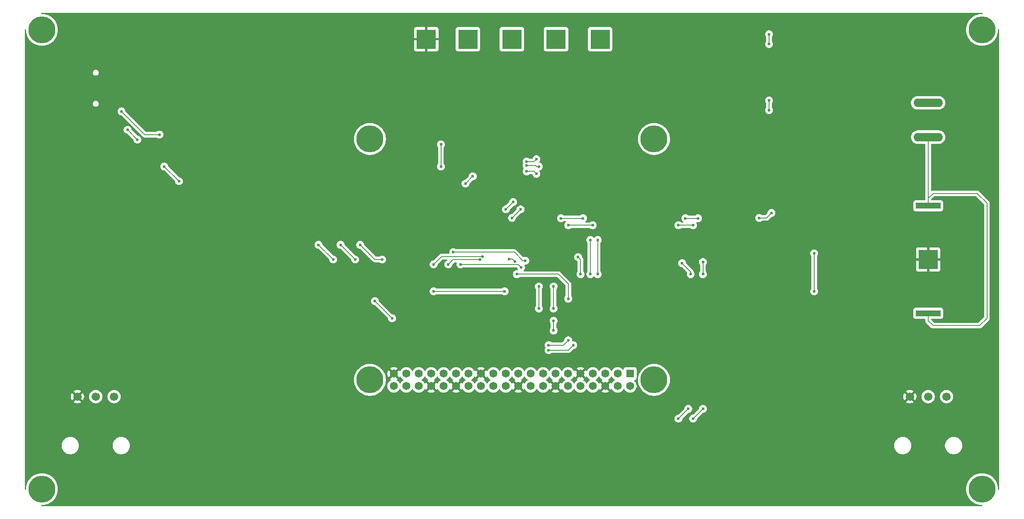
<source format=gbr>
%TF.GenerationSoftware,KiCad,Pcbnew,9.0.6*%
%TF.CreationDate,2025-12-12T05:38:23-05:00*%
%TF.ProjectId,etch_a_sketch,65746368-5f61-45f7-936b-657463682e6b,rev?*%
%TF.SameCoordinates,Original*%
%TF.FileFunction,Copper,L2,Bot*%
%TF.FilePolarity,Positive*%
%FSLAX46Y46*%
G04 Gerber Fmt 4.6, Leading zero omitted, Abs format (unit mm)*
G04 Created by KiCad (PCBNEW 9.0.6) date 2025-12-12 05:38:23*
%MOMM*%
%LPD*%
G01*
G04 APERTURE LIST*
%TA.AperFunction,ConnectorPad*%
%ADD10C,5.500000*%
%TD*%
%TA.AperFunction,ComponentPad*%
%ADD11C,3.600000*%
%TD*%
%TA.AperFunction,ComponentPad*%
%ADD12C,1.701800*%
%TD*%
%TA.AperFunction,ComponentPad*%
%ADD13R,4.000000X4.000000*%
%TD*%
%TA.AperFunction,ComponentPad*%
%ADD14O,6.000000X1.750000*%
%TD*%
%TA.AperFunction,ComponentPad*%
%ADD15R,1.650000X1.650000*%
%TD*%
%TA.AperFunction,ComponentPad*%
%ADD16C,1.650000*%
%TD*%
%TA.AperFunction,SMDPad,CuDef*%
%ADD17R,3.960000X3.960000*%
%TD*%
%TA.AperFunction,SMDPad,CuDef*%
%ADD18R,5.080000X1.270000*%
%TD*%
%TA.AperFunction,ViaPad*%
%ADD19C,0.600000*%
%TD*%
%TA.AperFunction,Conductor*%
%ADD20C,0.152400*%
%TD*%
G04 APERTURE END LIST*
D10*
%TO.P,H108,1*%
%TO.N,N/C*%
X246000000Y-146900000D03*
D11*
X246000000Y-146900000D03*
%TD*%
D10*
%TO.P,H106,1*%
%TO.N,N/C*%
X246000000Y-53100000D03*
D11*
X246000000Y-53100000D03*
%TD*%
D10*
%TO.P,H105,1*%
%TO.N,N/C*%
X54000000Y-53100000D03*
D11*
X54000000Y-53100000D03*
%TD*%
D10*
%TO.P,H107,1*%
%TO.N,N/C*%
X54000000Y-146900000D03*
D11*
X54000000Y-146900000D03*
%TD*%
D12*
%TO.P,R107,3*%
%TO.N,GND*%
X61252400Y-128000000D03*
%TO.P,R107,2*%
%TO.N,/Y_CNTRL_POT*%
X65002400Y-128000000D03*
%TO.P,R107,1*%
%TO.N,+3V3*%
X68752400Y-128000000D03*
%TD*%
%TO.P,R106,3*%
%TO.N,GND*%
X231252400Y-128000000D03*
%TO.P,R106,2*%
%TO.N,/X_CNTRL_POT*%
X235002400Y-128000000D03*
%TO.P,R106,1*%
%TO.N,+3V3*%
X238752400Y-128000000D03*
%TD*%
D10*
%TO.P,H104,1*%
%TO.N,N/C*%
X179005000Y-124585000D03*
D11*
X179005000Y-124585000D03*
%TD*%
D10*
%TO.P,H103,1*%
%TO.N,N/C*%
X120995000Y-124585000D03*
D11*
X120995000Y-124585000D03*
%TD*%
D10*
%TO.P,H102,1*%
%TO.N,N/C*%
X179005000Y-75385000D03*
D11*
X179005000Y-75385000D03*
%TD*%
D10*
%TO.P,H101,1*%
%TO.N,N/C*%
X120995000Y-75385000D03*
D11*
X120995000Y-75385000D03*
%TD*%
D13*
%TO.P,TP105,1,1*%
%TO.N,+5V*%
X141000000Y-55000000D03*
%TD*%
%TO.P,TP103,1,1*%
%TO.N,/VCC_3V_OUT*%
X159000000Y-55000000D03*
%TD*%
%TO.P,TP102,1,1*%
%TO.N,/VCC_3V*%
X168000000Y-55000000D03*
%TD*%
%TO.P,TP101,1,1*%
%TO.N,GND*%
X132500000Y-55000000D03*
%TD*%
%TO.P,TP104,1,1*%
%TO.N,+3V3*%
X150000000Y-55000000D03*
%TD*%
D14*
%TO.P,SW102,1,1*%
%TO.N,Net-(BT101-PadP1)*%
X235000000Y-75000000D03*
%TO.P,SW102,2,2*%
%TO.N,/VCC_3V*%
X235000000Y-68000000D03*
%TD*%
D15*
%TO.P,J102,1*%
%TO.N,unconnected-(J102-Pad1)*%
X174130000Y-123315000D03*
D16*
%TO.P,J102,2*%
%TO.N,+5V*%
X174130000Y-125855000D03*
%TO.P,J102,3*%
%TO.N,unconnected-(J102-Pad3)*%
X171590000Y-123315000D03*
%TO.P,J102,4*%
%TO.N,+5V*%
X171590000Y-125855000D03*
%TO.P,J102,5*%
%TO.N,unconnected-(J102-Pad5)*%
X169050000Y-123315000D03*
%TO.P,J102,6*%
%TO.N,GND*%
X169050000Y-125855000D03*
%TO.P,J102,7*%
%TO.N,unconnected-(J102-Pad7)*%
X166510000Y-123315000D03*
%TO.P,J102,8*%
%TO.N,unconnected-(J102-Pad8)*%
X166510000Y-125855000D03*
%TO.P,J102,9*%
%TO.N,GND*%
X163970000Y-123315000D03*
%TO.P,J102,10*%
%TO.N,unconnected-(J102-Pad10)*%
X163970000Y-125855000D03*
%TO.P,J102,11*%
%TO.N,/SCREEN_NRST*%
X161430000Y-123315000D03*
%TO.P,J102,12*%
%TO.N,unconnected-(J102-Pad12)*%
X161430000Y-125855000D03*
%TO.P,J102,13*%
%TO.N,unconnected-(J102-Pad13)*%
X158890000Y-123315000D03*
%TO.P,J102,14*%
%TO.N,GND*%
X158890000Y-125855000D03*
%TO.P,J102,15*%
%TO.N,unconnected-(J102-Pad15)*%
X156350000Y-123315000D03*
%TO.P,J102,16*%
%TO.N,unconnected-(J102-Pad16)*%
X156350000Y-125855000D03*
%TO.P,J102,17*%
%TO.N,unconnected-(J102-Pad17)*%
X153810000Y-123315000D03*
%TO.P,J102,18*%
%TO.N,/SCREEN_HRDY*%
X153810000Y-125855000D03*
%TO.P,J102,19*%
%TO.N,/SPI2_MOSI*%
X151270000Y-123315000D03*
%TO.P,J102,20*%
%TO.N,GND*%
X151270000Y-125855000D03*
%TO.P,J102,21*%
%TO.N,/SPI2_MISO*%
X148730000Y-123315000D03*
%TO.P,J102,22*%
%TO.N,unconnected-(J102-Pad22)*%
X148730000Y-125855000D03*
%TO.P,J102,23*%
%TO.N,/SPI2_SCK*%
X146190000Y-123315000D03*
%TO.P,J102,24*%
%TO.N,/SPI2_NSS*%
X146190000Y-125855000D03*
%TO.P,J102,25*%
%TO.N,GND*%
X143650000Y-123315000D03*
%TO.P,J102,26*%
%TO.N,unconnected-(J102-Pad26)*%
X143650000Y-125855000D03*
%TO.P,J102,27*%
%TO.N,unconnected-(J102-Pad27)*%
X141110000Y-123315000D03*
%TO.P,J102,28*%
%TO.N,unconnected-(J102-Pad28)*%
X141110000Y-125855000D03*
%TO.P,J102,29*%
%TO.N,unconnected-(J102-Pad29)*%
X138570000Y-123315000D03*
%TO.P,J102,30*%
%TO.N,GND*%
X138570000Y-125855000D03*
%TO.P,J102,31*%
%TO.N,unconnected-(J102-Pad31)*%
X136030000Y-123315000D03*
%TO.P,J102,32*%
%TO.N,unconnected-(J102-Pad32)*%
X136030000Y-125855000D03*
%TO.P,J102,33*%
%TO.N,unconnected-(J102-Pad33)*%
X133490000Y-123315000D03*
%TO.P,J102,34*%
%TO.N,GND*%
X133490000Y-125855000D03*
%TO.P,J102,35*%
%TO.N,unconnected-(J102-Pad35)*%
X130950000Y-123315000D03*
%TO.P,J102,36*%
%TO.N,unconnected-(J102-Pad36)*%
X130950000Y-125855000D03*
%TO.P,J102,37*%
%TO.N,unconnected-(J102-Pad37)*%
X128410000Y-123315000D03*
%TO.P,J102,38*%
%TO.N,unconnected-(J102-Pad38)*%
X128410000Y-125855000D03*
%TO.P,J102,39*%
%TO.N,GND*%
X125870000Y-123315000D03*
%TO.P,J102,40*%
%TO.N,unconnected-(J102-Pad40)*%
X125870000Y-125855000D03*
%TD*%
D17*
%TO.P,BT101,N*%
%TO.N,GND*%
X235000000Y-100000000D03*
D18*
%TO.P,BT101,P1*%
%TO.N,Net-(BT101-PadP1)*%
X235000000Y-89015000D03*
%TO.P,BT101,P2*%
X235000000Y-110985000D03*
%TD*%
D19*
%TO.N,GND*%
X243851190Y-138500000D03*
X243851190Y-123500000D03*
X243851190Y-108500000D03*
X243851190Y-93500000D03*
X243851190Y-78500000D03*
X243851190Y-63500000D03*
X228851190Y-108500000D03*
X228851190Y-93500000D03*
X228851190Y-78500000D03*
X228851190Y-63500000D03*
X213851190Y-138500000D03*
X213851190Y-123500000D03*
X213851190Y-93500000D03*
X213851190Y-63500000D03*
X198851190Y-138500000D03*
X198851190Y-108500000D03*
X198851190Y-93500000D03*
X198851190Y-63500000D03*
X183851190Y-138500000D03*
X183851190Y-123500000D03*
X183851190Y-108500000D03*
X183851190Y-78500000D03*
X168851190Y-138500000D03*
X168851190Y-108500000D03*
X168851190Y-78500000D03*
X153851190Y-138500000D03*
X153851190Y-63500000D03*
X138851190Y-138500000D03*
X138851190Y-78500000D03*
X138851190Y-63500000D03*
X123851190Y-138500000D03*
X123851190Y-108500000D03*
X123851190Y-93500000D03*
X123851190Y-78500000D03*
X108851190Y-138500000D03*
X108851190Y-123500000D03*
X108851190Y-108500000D03*
X108851190Y-93500000D03*
X108851190Y-78500000D03*
X108851190Y-63500000D03*
X93851190Y-138500000D03*
X93851190Y-123500000D03*
X93851190Y-108500000D03*
X93851190Y-93500000D03*
X93851190Y-78500000D03*
X78851190Y-138500000D03*
X78851190Y-123500000D03*
X78851190Y-108500000D03*
X78851190Y-93500000D03*
X78851190Y-78500000D03*
X63851190Y-138500000D03*
X63851190Y-123500000D03*
X63851190Y-108500000D03*
X63851190Y-93500000D03*
X63851190Y-78500000D03*
%TO.N,/ACCL_SCL*%
X155000000Y-82500000D03*
%TO.N,Net-(U103-CS)*%
X155500000Y-81000000D03*
%TO.N,Net-(U103-SDO{slash}SDA0)*%
X155000000Y-79500000D03*
%TO.N,/ACCL_SCL*%
X153000000Y-82000000D03*
%TO.N,Net-(U103-SDO{slash}SDA0)*%
X153000000Y-80000000D03*
%TO.N,Net-(U103-CS)*%
X153000000Y-80800003D03*
%TO.N,/ACCL_SDA*%
X151750000Y-89750000D03*
X150000000Y-91500000D03*
%TO.N,/ACCL_INT1*%
X150250000Y-88250000D03*
X148750000Y-89750000D03*
%TO.N,+3V3*%
X142000000Y-83000000D03*
X140500000Y-84500000D03*
%TO.N,GND*%
X147500000Y-84500000D03*
X145500000Y-84500000D03*
X147000000Y-76500000D03*
X149000000Y-78500000D03*
%TO.N,/SPI2_NSS*%
X187000000Y-132500000D03*
X189000000Y-103000000D03*
X189000000Y-100500000D03*
X189000000Y-130500000D03*
X184000000Y-93000000D03*
X187000000Y-93000000D03*
X166500000Y-93000000D03*
X161500000Y-93000000D03*
%TO.N,/ENABLE_5V*%
X203000000Y-90500000D03*
X200500000Y-91500000D03*
X185423800Y-91576200D03*
X164500000Y-91576200D03*
X160000000Y-91576200D03*
X188000000Y-91576200D03*
%TO.N,/SPI2_MOSI*%
X157500000Y-118500000D03*
X162500000Y-117500000D03*
X167500000Y-103000000D03*
X167500000Y-96000000D03*
%TO.N,/SPI2_MISO*%
X157500000Y-117500000D03*
X161500000Y-116500000D03*
X166000000Y-103000000D03*
X166000000Y-96000000D03*
%TO.N,/SCREEN_NRST*%
X158500000Y-110000000D03*
X158500000Y-114500000D03*
X158500000Y-112500000D03*
X158500000Y-105500000D03*
X150574785Y-100423800D03*
X149434422Y-99934422D03*
%TO.N,/SPI2_SCK*%
X163500000Y-99500000D03*
X164000000Y-103000000D03*
%TO.N,/SCREEN_HRDY*%
X184000000Y-132500000D03*
X186000000Y-130500000D03*
X186500000Y-103000000D03*
X184750001Y-100750001D03*
%TO.N,/DEBUG_TX*%
X79000000Y-81000000D03*
X71500000Y-73500000D03*
X82000000Y-84000000D03*
X110500000Y-97000000D03*
X113500000Y-100000000D03*
X122000000Y-108500000D03*
X125500000Y-112000000D03*
X73500000Y-75500000D03*
%TO.N,/NRST*%
X118000000Y-100000000D03*
X134000000Y-106500000D03*
%TO.N,/DEBUG_TX*%
X155500000Y-110000000D03*
X155500000Y-105500000D03*
%TO.N,GNDA*%
X161500000Y-108000000D03*
X151000000Y-103000000D03*
%TO.N,GND*%
X152000000Y-110000000D03*
%TO.N,/DEBUG_RX*%
X151875000Y-101625000D03*
%TO.N,GND*%
X148500000Y-108000000D03*
X146500000Y-109000000D03*
%TO.N,/NRST*%
X148500000Y-106500000D03*
X115000000Y-97000000D03*
%TO.N,GND*%
X69500000Y-82000000D03*
%TO.N,/DEBUG_RX*%
X78000000Y-74500000D03*
X70250000Y-69750000D03*
X119000000Y-97000000D03*
X139500000Y-101000000D03*
X123500000Y-100000000D03*
%TO.N,+3V3*%
X135500000Y-76500000D03*
X135500000Y-81000000D03*
%TO.N,GND*%
X60500000Y-65500000D03*
X60500000Y-64000000D03*
X60500000Y-67540000D03*
X65000000Y-74500000D03*
X135000000Y-97000000D03*
%TO.N,/LED_G*%
X137000000Y-101000000D03*
X143475679Y-100028028D03*
%TO.N,/Y_CNTRL_POT*%
X138000000Y-98500000D03*
X152750000Y-100250000D03*
%TO.N,GND*%
X147000000Y-91000000D03*
X145000000Y-91000000D03*
X142500000Y-104000000D03*
%TO.N,+5V*%
X211725000Y-98725000D03*
X211725000Y-106500000D03*
%TO.N,GND*%
X147000000Y-102000000D03*
X153000000Y-98000000D03*
X148500000Y-97500000D03*
%TO.N,+5V*%
X202500000Y-69500000D03*
X202500000Y-67500000D03*
X202500000Y-56000000D03*
X202500000Y-54000000D03*
%TO.N,GND*%
X214500000Y-78500000D03*
X193000000Y-82500000D03*
X204000000Y-74500000D03*
X204974999Y-75500000D03*
X208974999Y-80500000D03*
X200000000Y-81500000D03*
X199500000Y-79500000D03*
X217500000Y-72500000D03*
X207500000Y-64500000D03*
X214000000Y-67500000D03*
X232000000Y-100000000D03*
X158500000Y-93000000D03*
X155000000Y-93000000D03*
%TO.N,/LED_R*%
X144000000Y-99423800D03*
X134000000Y-101000000D03*
%TD*%
D20*
%TO.N,/ACCL_SCL*%
X154500000Y-82000000D02*
X155000000Y-82500000D01*
X153000000Y-82000000D02*
X154500000Y-82000000D01*
%TO.N,Net-(U103-CS)*%
X155500000Y-81000000D02*
X155000000Y-81000000D01*
X155000000Y-81000000D02*
X154800003Y-80800003D01*
X154800003Y-80800003D02*
X153000000Y-80800003D01*
%TO.N,Net-(U103-SDO{slash}SDA0)*%
X154500000Y-80000000D02*
X155000000Y-79500000D01*
X153000000Y-80000000D02*
X154500000Y-80000000D01*
%TO.N,/ACCL_SDA*%
X150000000Y-91500000D02*
X151750000Y-89750000D01*
%TO.N,+3V3*%
X140500000Y-84500000D02*
X142000000Y-83000000D01*
%TO.N,/SPI2_NSS*%
X189000000Y-100500000D02*
X189000000Y-103000000D01*
X189000000Y-130500000D02*
X187000000Y-132500000D01*
X184000000Y-93000000D02*
X187000000Y-93000000D01*
X161500000Y-93000000D02*
X166500000Y-93000000D01*
%TO.N,/ENABLE_5V*%
X164500000Y-91576200D02*
X160000000Y-91576200D01*
X188000000Y-91576200D02*
X185423800Y-91576200D01*
X202000000Y-91500000D02*
X203000000Y-90500000D01*
X200500000Y-91500000D02*
X202000000Y-91500000D01*
%TO.N,/SPI2_MOSI*%
X161500000Y-118500000D02*
X157500000Y-118500000D01*
X167500000Y-96000000D02*
X167500000Y-103000000D01*
X162500000Y-117500000D02*
X161500000Y-118500000D01*
%TO.N,/SPI2_MISO*%
X160500000Y-117500000D02*
X157500000Y-117500000D01*
X161500000Y-116500000D02*
X160500000Y-117500000D01*
X166000000Y-96000000D02*
X166000000Y-103000000D01*
%TO.N,/SCREEN_NRST*%
X150085406Y-99934422D02*
X149434422Y-99934422D01*
X150574785Y-100423800D02*
X150085406Y-99934422D01*
X158500000Y-112500000D02*
X158500000Y-114500000D01*
%TO.N,/SPI2_SCK*%
X164000000Y-100000000D02*
X163500000Y-99500000D01*
X164000000Y-103000000D02*
X164000000Y-100000000D01*
%TO.N,/SCREEN_HRDY*%
X186500000Y-102500000D02*
X186500000Y-103000000D01*
X184750001Y-100750001D02*
X186500000Y-102500000D01*
X186000000Y-130500000D02*
X184000000Y-132500000D01*
%TO.N,/DEBUG_TX*%
X82000000Y-84000000D02*
X79000000Y-81000000D01*
X113500000Y-100000000D02*
X110500000Y-97000000D01*
X125500000Y-112000000D02*
X122000000Y-108500000D01*
X73500000Y-75500000D02*
X71500000Y-73500000D01*
%TO.N,/NRST*%
X148500000Y-106500000D02*
X134000000Y-106500000D01*
%TO.N,/DEBUG_TX*%
X155500000Y-110000000D02*
X155500000Y-105500000D01*
%TO.N,/NRST*%
X115000000Y-97000000D02*
X118000000Y-100000000D01*
%TO.N,GNDA*%
X159500000Y-103000000D02*
X161500000Y-105000000D01*
X161500000Y-105000000D02*
X161500000Y-108000000D01*
X151000000Y-103000000D02*
X159500000Y-103000000D01*
%TO.N,/DEBUG_RX*%
X75000000Y-74500000D02*
X78000000Y-74500000D01*
X70250000Y-69750000D02*
X75000000Y-74500000D01*
X122000000Y-100000000D02*
X119000000Y-97000000D01*
X123500000Y-100000000D02*
X122000000Y-100000000D01*
%TO.N,+3V3*%
X135500000Y-76500000D02*
X135500000Y-81000000D01*
%TO.N,/Y_CNTRL_POT*%
X152250000Y-100250000D02*
X152750000Y-100250000D01*
X138000000Y-98500000D02*
X150500000Y-98500000D01*
X150500000Y-98500000D02*
X152250000Y-100250000D01*
%TO.N,/LED_R*%
X134000000Y-101000000D02*
X135576200Y-99423800D01*
X135576200Y-99423800D02*
X144000000Y-99423800D01*
%TO.N,+5V*%
X211725000Y-106500000D02*
X211725000Y-98725000D01*
%TO.N,Net-(BT101-PadP1)*%
X235000000Y-112500000D02*
X235000000Y-110985000D01*
X245500000Y-113500000D02*
X236000000Y-113500000D01*
X245000000Y-86500000D02*
X247000000Y-88500000D01*
X236000000Y-113500000D02*
X235000000Y-112500000D01*
X236000000Y-86500000D02*
X245000000Y-86500000D01*
X235000000Y-87500000D02*
X236000000Y-86500000D01*
X247000000Y-112000000D02*
X245500000Y-113500000D01*
X235000000Y-89015000D02*
X235000000Y-87500000D01*
X247000000Y-88500000D02*
X247000000Y-112000000D01*
%TO.N,+5V*%
X202500000Y-67500000D02*
X202500000Y-69500000D01*
X202500000Y-54000000D02*
X202500000Y-56000000D01*
%TO.N,Net-(BT101-PadP1)*%
X235000000Y-89015000D02*
X235000000Y-75000000D01*
%TO.N,GND*%
X235000000Y-100000000D02*
X232000000Y-100000000D01*
%TO.N,/LED_G*%
X143447651Y-100000000D02*
X143475679Y-100028028D01*
X138000000Y-100000000D02*
X143447651Y-100000000D01*
X137000000Y-101000000D02*
X138000000Y-100000000D01*
%TO.N,/DEBUG_RX*%
X151875000Y-101625000D02*
X151250000Y-101000000D01*
X151250000Y-101000000D02*
X139500000Y-101000000D01*
%TO.N,/SCREEN_NRST*%
X158500000Y-105500000D02*
X158500000Y-110000000D01*
%TO.N,/ACCL_INT1*%
X150250000Y-88250000D02*
X148750000Y-89750000D01*
%TD*%
%TA.AperFunction,Conductor*%
%TO.N,GND*%
G36*
X132291445Y-123913935D02*
G01*
X132330485Y-123958990D01*
X132356328Y-124009712D01*
X132392006Y-124058818D01*
X132478965Y-124178505D01*
X132626495Y-124326035D01*
X132699301Y-124378932D01*
X132795287Y-124448671D01*
X132846561Y-124474796D01*
X132897358Y-124522770D01*
X132914153Y-124590591D01*
X132891616Y-124656726D01*
X132846563Y-124695765D01*
X132795555Y-124721755D01*
X132746180Y-124757627D01*
X133319766Y-125331212D01*
X133277708Y-125342482D01*
X133152292Y-125414890D01*
X133049890Y-125517292D01*
X132977482Y-125642708D01*
X132966212Y-125684765D01*
X132392627Y-125111180D01*
X132356755Y-125160555D01*
X132330765Y-125211563D01*
X132282790Y-125262358D01*
X132214969Y-125279153D01*
X132148834Y-125256615D01*
X132109796Y-125211561D01*
X132083671Y-125160287D01*
X132012640Y-125062523D01*
X131961035Y-124991495D01*
X131813505Y-124843965D01*
X131735578Y-124787347D01*
X131644712Y-124721328D01*
X131593990Y-124695485D01*
X131543194Y-124647511D01*
X131526398Y-124579690D01*
X131548935Y-124513555D01*
X131593990Y-124474515D01*
X131644712Y-124448671D01*
X131644711Y-124448671D01*
X131644714Y-124448670D01*
X131813505Y-124326035D01*
X131961035Y-124178505D01*
X132083670Y-124009714D01*
X132109515Y-123958990D01*
X132157489Y-123908194D01*
X132225310Y-123891398D01*
X132291445Y-123913935D01*
G37*
%TD.AperFunction*%
%TA.AperFunction,Conductor*%
G36*
X137371445Y-123913935D02*
G01*
X137410485Y-123958990D01*
X137436328Y-124009712D01*
X137472006Y-124058818D01*
X137558965Y-124178505D01*
X137706495Y-124326035D01*
X137779301Y-124378932D01*
X137875287Y-124448671D01*
X137926561Y-124474796D01*
X137977358Y-124522770D01*
X137994153Y-124590591D01*
X137971616Y-124656726D01*
X137926563Y-124695765D01*
X137875555Y-124721755D01*
X137826180Y-124757627D01*
X138399766Y-125331212D01*
X138357708Y-125342482D01*
X138232292Y-125414890D01*
X138129890Y-125517292D01*
X138057482Y-125642708D01*
X138046212Y-125684765D01*
X137472627Y-125111180D01*
X137436755Y-125160555D01*
X137410765Y-125211563D01*
X137362790Y-125262358D01*
X137294969Y-125279153D01*
X137228834Y-125256615D01*
X137189796Y-125211561D01*
X137163671Y-125160287D01*
X137092640Y-125062523D01*
X137041035Y-124991495D01*
X136893505Y-124843965D01*
X136815578Y-124787347D01*
X136724712Y-124721328D01*
X136673990Y-124695485D01*
X136623194Y-124647511D01*
X136606398Y-124579690D01*
X136628935Y-124513555D01*
X136673990Y-124474515D01*
X136724712Y-124448671D01*
X136724711Y-124448671D01*
X136724714Y-124448670D01*
X136893505Y-124326035D01*
X137041035Y-124178505D01*
X137163670Y-124009714D01*
X137189515Y-123958990D01*
X137237489Y-123908194D01*
X137305310Y-123891398D01*
X137371445Y-123913935D01*
G37*
%TD.AperFunction*%
%TA.AperFunction,Conductor*%
G36*
X150071445Y-123913935D02*
G01*
X150110485Y-123958990D01*
X150136328Y-124009712D01*
X150172006Y-124058818D01*
X150258965Y-124178505D01*
X150406495Y-124326035D01*
X150479301Y-124378932D01*
X150575287Y-124448671D01*
X150626561Y-124474796D01*
X150677358Y-124522770D01*
X150694153Y-124590591D01*
X150671616Y-124656726D01*
X150626563Y-124695765D01*
X150575555Y-124721755D01*
X150526180Y-124757627D01*
X151099766Y-125331212D01*
X151057708Y-125342482D01*
X150932292Y-125414890D01*
X150829890Y-125517292D01*
X150757482Y-125642708D01*
X150746212Y-125684765D01*
X150172627Y-125111180D01*
X150136755Y-125160555D01*
X150110765Y-125211563D01*
X150062790Y-125262358D01*
X149994969Y-125279153D01*
X149928834Y-125256615D01*
X149889796Y-125211561D01*
X149863671Y-125160287D01*
X149792640Y-125062523D01*
X149741035Y-124991495D01*
X149593505Y-124843965D01*
X149515578Y-124787347D01*
X149424712Y-124721328D01*
X149373990Y-124695485D01*
X149323194Y-124647511D01*
X149306398Y-124579690D01*
X149328935Y-124513555D01*
X149373990Y-124474515D01*
X149424712Y-124448671D01*
X149424711Y-124448671D01*
X149424714Y-124448670D01*
X149593505Y-124326035D01*
X149741035Y-124178505D01*
X149863670Y-124009714D01*
X149889515Y-123958990D01*
X149937489Y-123908194D01*
X150005310Y-123891398D01*
X150071445Y-123913935D01*
G37*
%TD.AperFunction*%
%TA.AperFunction,Conductor*%
G36*
X157691445Y-123913935D02*
G01*
X157730485Y-123958990D01*
X157756328Y-124009712D01*
X157792006Y-124058818D01*
X157878965Y-124178505D01*
X158026495Y-124326035D01*
X158099301Y-124378932D01*
X158195287Y-124448671D01*
X158246561Y-124474796D01*
X158297358Y-124522770D01*
X158314153Y-124590591D01*
X158291616Y-124656726D01*
X158246563Y-124695765D01*
X158195555Y-124721755D01*
X158146180Y-124757627D01*
X158719766Y-125331212D01*
X158677708Y-125342482D01*
X158552292Y-125414890D01*
X158449890Y-125517292D01*
X158377482Y-125642708D01*
X158366212Y-125684765D01*
X157792627Y-125111180D01*
X157756755Y-125160555D01*
X157730765Y-125211563D01*
X157682790Y-125262358D01*
X157614969Y-125279153D01*
X157548834Y-125256615D01*
X157509796Y-125211561D01*
X157483671Y-125160287D01*
X157412640Y-125062523D01*
X157361035Y-124991495D01*
X157213505Y-124843965D01*
X157135578Y-124787347D01*
X157044712Y-124721328D01*
X156993990Y-124695485D01*
X156943194Y-124647511D01*
X156926398Y-124579690D01*
X156948935Y-124513555D01*
X156993990Y-124474515D01*
X157044712Y-124448671D01*
X157044711Y-124448671D01*
X157044714Y-124448670D01*
X157213505Y-124326035D01*
X157361035Y-124178505D01*
X157483670Y-124009714D01*
X157509515Y-123958990D01*
X157557489Y-123908194D01*
X157625310Y-123891398D01*
X157691445Y-123913935D01*
G37*
%TD.AperFunction*%
%TA.AperFunction,Conductor*%
G36*
X167851445Y-123913935D02*
G01*
X167890485Y-123958990D01*
X167916328Y-124009712D01*
X167952006Y-124058818D01*
X168038965Y-124178505D01*
X168186495Y-124326035D01*
X168259301Y-124378932D01*
X168355287Y-124448671D01*
X168406561Y-124474796D01*
X168457358Y-124522770D01*
X168474153Y-124590591D01*
X168451616Y-124656726D01*
X168406563Y-124695765D01*
X168355555Y-124721755D01*
X168306180Y-124757627D01*
X168879766Y-125331212D01*
X168837708Y-125342482D01*
X168712292Y-125414890D01*
X168609890Y-125517292D01*
X168537482Y-125642708D01*
X168526212Y-125684765D01*
X167952627Y-125111180D01*
X167916755Y-125160555D01*
X167890765Y-125211563D01*
X167842790Y-125262358D01*
X167774969Y-125279153D01*
X167708834Y-125256615D01*
X167669796Y-125211561D01*
X167643671Y-125160287D01*
X167572640Y-125062523D01*
X167521035Y-124991495D01*
X167373505Y-124843965D01*
X167295578Y-124787347D01*
X167204712Y-124721328D01*
X167153990Y-124695485D01*
X167103194Y-124647511D01*
X167086398Y-124579690D01*
X167108935Y-124513555D01*
X167153990Y-124474515D01*
X167204712Y-124448671D01*
X167204711Y-124448671D01*
X167204714Y-124448670D01*
X167373505Y-124326035D01*
X167521035Y-124178505D01*
X167643670Y-124009714D01*
X167669515Y-123958990D01*
X167717489Y-123908194D01*
X167785310Y-123891398D01*
X167851445Y-123913935D01*
G37*
%TD.AperFunction*%
%TA.AperFunction,Conductor*%
G36*
X134831445Y-123913935D02*
G01*
X134870485Y-123958990D01*
X134896328Y-124009712D01*
X134932006Y-124058818D01*
X135018965Y-124178505D01*
X135166495Y-124326035D01*
X135335286Y-124448670D01*
X135382271Y-124472610D01*
X135386010Y-124474515D01*
X135436806Y-124522490D01*
X135453601Y-124590310D01*
X135431064Y-124656445D01*
X135386010Y-124695485D01*
X135335285Y-124721330D01*
X135166493Y-124843966D01*
X135018966Y-124991493D01*
X134896328Y-125160288D01*
X134870202Y-125211563D01*
X134822227Y-125262358D01*
X134754406Y-125279153D01*
X134688272Y-125256615D01*
X134649233Y-125211561D01*
X134623247Y-125160561D01*
X134623236Y-125160543D01*
X134587372Y-125111180D01*
X134587371Y-125111179D01*
X134013787Y-125684764D01*
X134002518Y-125642708D01*
X133930110Y-125517292D01*
X133827708Y-125414890D01*
X133702292Y-125342482D01*
X133660233Y-125331212D01*
X134233819Y-124757627D01*
X134184451Y-124721759D01*
X134133437Y-124695766D01*
X134082641Y-124647791D01*
X134065846Y-124579970D01*
X134088384Y-124513835D01*
X134133438Y-124474796D01*
X134184712Y-124448671D01*
X134184711Y-124448671D01*
X134184714Y-124448670D01*
X134353505Y-124326035D01*
X134501035Y-124178505D01*
X134623670Y-124009714D01*
X134649515Y-123958990D01*
X134697489Y-123908194D01*
X134765310Y-123891398D01*
X134831445Y-123913935D01*
G37*
%TD.AperFunction*%
%TA.AperFunction,Conductor*%
G36*
X139911445Y-123913935D02*
G01*
X139950485Y-123958990D01*
X139976328Y-124009712D01*
X140012006Y-124058818D01*
X140098965Y-124178505D01*
X140246495Y-124326035D01*
X140415286Y-124448670D01*
X140462271Y-124472610D01*
X140466010Y-124474515D01*
X140516806Y-124522490D01*
X140533601Y-124590310D01*
X140511064Y-124656445D01*
X140466010Y-124695485D01*
X140415285Y-124721330D01*
X140246493Y-124843966D01*
X140098966Y-124991493D01*
X139976328Y-125160288D01*
X139950202Y-125211563D01*
X139902227Y-125262358D01*
X139834406Y-125279153D01*
X139768272Y-125256615D01*
X139729233Y-125211561D01*
X139703247Y-125160561D01*
X139703236Y-125160543D01*
X139667372Y-125111180D01*
X139667371Y-125111179D01*
X139093787Y-125684764D01*
X139082518Y-125642708D01*
X139010110Y-125517292D01*
X138907708Y-125414890D01*
X138782292Y-125342482D01*
X138740233Y-125331212D01*
X139313819Y-124757627D01*
X139264451Y-124721759D01*
X139213437Y-124695766D01*
X139162641Y-124647791D01*
X139145846Y-124579970D01*
X139168384Y-124513835D01*
X139213438Y-124474796D01*
X139264712Y-124448671D01*
X139264711Y-124448671D01*
X139264714Y-124448670D01*
X139433505Y-124326035D01*
X139581035Y-124178505D01*
X139703670Y-124009714D01*
X139729515Y-123958990D01*
X139777489Y-123908194D01*
X139845310Y-123891398D01*
X139911445Y-123913935D01*
G37*
%TD.AperFunction*%
%TA.AperFunction,Conductor*%
G36*
X152611445Y-123913935D02*
G01*
X152650485Y-123958990D01*
X152676328Y-124009712D01*
X152712006Y-124058818D01*
X152798965Y-124178505D01*
X152946495Y-124326035D01*
X153115286Y-124448670D01*
X153162271Y-124472610D01*
X153166010Y-124474515D01*
X153216806Y-124522490D01*
X153233601Y-124590310D01*
X153211064Y-124656445D01*
X153166010Y-124695485D01*
X153115285Y-124721330D01*
X152946493Y-124843966D01*
X152798966Y-124991493D01*
X152676328Y-125160288D01*
X152650202Y-125211563D01*
X152602227Y-125262358D01*
X152534406Y-125279153D01*
X152468272Y-125256615D01*
X152429233Y-125211561D01*
X152403247Y-125160561D01*
X152403236Y-125160543D01*
X152367372Y-125111180D01*
X152367371Y-125111179D01*
X151793787Y-125684764D01*
X151782518Y-125642708D01*
X151710110Y-125517292D01*
X151607708Y-125414890D01*
X151482292Y-125342482D01*
X151440233Y-125331212D01*
X152013819Y-124757627D01*
X151964451Y-124721759D01*
X151913437Y-124695766D01*
X151862641Y-124647791D01*
X151845846Y-124579970D01*
X151868384Y-124513835D01*
X151913438Y-124474796D01*
X151964712Y-124448671D01*
X151964711Y-124448671D01*
X151964714Y-124448670D01*
X152133505Y-124326035D01*
X152281035Y-124178505D01*
X152403670Y-124009714D01*
X152429515Y-123958990D01*
X152477489Y-123908194D01*
X152545310Y-123891398D01*
X152611445Y-123913935D01*
G37*
%TD.AperFunction*%
%TA.AperFunction,Conductor*%
G36*
X160231445Y-123913935D02*
G01*
X160270485Y-123958990D01*
X160296328Y-124009712D01*
X160332006Y-124058818D01*
X160418965Y-124178505D01*
X160566495Y-124326035D01*
X160735286Y-124448670D01*
X160782271Y-124472610D01*
X160786010Y-124474515D01*
X160836806Y-124522490D01*
X160853601Y-124590310D01*
X160831064Y-124656445D01*
X160786010Y-124695485D01*
X160735285Y-124721330D01*
X160566493Y-124843966D01*
X160418966Y-124991493D01*
X160296328Y-125160288D01*
X160270202Y-125211563D01*
X160222227Y-125262358D01*
X160154406Y-125279153D01*
X160088272Y-125256615D01*
X160049233Y-125211561D01*
X160023247Y-125160561D01*
X160023236Y-125160543D01*
X159987372Y-125111180D01*
X159987371Y-125111179D01*
X159413787Y-125684764D01*
X159402518Y-125642708D01*
X159330110Y-125517292D01*
X159227708Y-125414890D01*
X159102292Y-125342482D01*
X159060233Y-125331212D01*
X159633819Y-124757627D01*
X159584451Y-124721759D01*
X159533437Y-124695766D01*
X159482641Y-124647791D01*
X159465846Y-124579970D01*
X159488384Y-124513835D01*
X159533438Y-124474796D01*
X159584712Y-124448671D01*
X159584711Y-124448671D01*
X159584714Y-124448670D01*
X159753505Y-124326035D01*
X159901035Y-124178505D01*
X160023670Y-124009714D01*
X160049515Y-123958990D01*
X160097489Y-123908194D01*
X160165310Y-123891398D01*
X160231445Y-123913935D01*
G37*
%TD.AperFunction*%
%TA.AperFunction,Conductor*%
G36*
X170391445Y-123913935D02*
G01*
X170430485Y-123958990D01*
X170456328Y-124009712D01*
X170492006Y-124058818D01*
X170578965Y-124178505D01*
X170726495Y-124326035D01*
X170895286Y-124448670D01*
X170942271Y-124472610D01*
X170946010Y-124474515D01*
X170996806Y-124522490D01*
X171013601Y-124590310D01*
X170991064Y-124656445D01*
X170946010Y-124695485D01*
X170895285Y-124721330D01*
X170726493Y-124843966D01*
X170578966Y-124991493D01*
X170456328Y-125160288D01*
X170430202Y-125211563D01*
X170382227Y-125262358D01*
X170314406Y-125279153D01*
X170248272Y-125256615D01*
X170209233Y-125211561D01*
X170183247Y-125160561D01*
X170183236Y-125160543D01*
X170147372Y-125111180D01*
X170147371Y-125111179D01*
X169573787Y-125684764D01*
X169562518Y-125642708D01*
X169490110Y-125517292D01*
X169387708Y-125414890D01*
X169262292Y-125342482D01*
X169220233Y-125331212D01*
X169793819Y-124757627D01*
X169744451Y-124721759D01*
X169693437Y-124695766D01*
X169642641Y-124647791D01*
X169625846Y-124579970D01*
X169648384Y-124513835D01*
X169693438Y-124474796D01*
X169744712Y-124448671D01*
X169744711Y-124448671D01*
X169744714Y-124448670D01*
X169913505Y-124326035D01*
X170061035Y-124178505D01*
X170183670Y-124009714D01*
X170209515Y-123958990D01*
X170257489Y-123908194D01*
X170325310Y-123891398D01*
X170391445Y-123913935D01*
G37*
%TD.AperFunction*%
%TA.AperFunction,Conductor*%
G36*
X126967371Y-124058818D02*
G01*
X126967372Y-124058818D01*
X127003242Y-124009449D01*
X127003242Y-124009448D01*
X127029233Y-123958438D01*
X127077206Y-123907642D01*
X127145027Y-123890846D01*
X127211162Y-123913383D01*
X127250203Y-123958437D01*
X127276330Y-124009714D01*
X127398965Y-124178505D01*
X127546495Y-124326035D01*
X127715286Y-124448670D01*
X127762271Y-124472610D01*
X127766010Y-124474515D01*
X127816806Y-124522490D01*
X127833601Y-124590310D01*
X127811064Y-124656445D01*
X127766010Y-124695485D01*
X127715285Y-124721330D01*
X127546493Y-124843966D01*
X127398966Y-124991493D01*
X127276330Y-125160285D01*
X127250485Y-125211010D01*
X127202510Y-125261806D01*
X127134690Y-125278601D01*
X127068555Y-125256064D01*
X127029515Y-125211010D01*
X127003807Y-125160555D01*
X127003670Y-125160286D01*
X126881035Y-124991495D01*
X126733505Y-124843965D01*
X126564714Y-124721330D01*
X126549172Y-124713411D01*
X126513437Y-124695203D01*
X126462641Y-124647228D01*
X126445846Y-124579407D01*
X126468384Y-124513272D01*
X126513438Y-124474233D01*
X126564448Y-124448242D01*
X126564449Y-124448242D01*
X126613818Y-124412372D01*
X126613818Y-124412371D01*
X126040234Y-123838787D01*
X126082292Y-123827518D01*
X126207708Y-123755110D01*
X126310110Y-123652708D01*
X126382518Y-123527292D01*
X126393787Y-123485234D01*
X126967371Y-124058818D01*
G37*
%TD.AperFunction*%
%TA.AperFunction,Conductor*%
G36*
X143137482Y-123527292D02*
G01*
X143209890Y-123652708D01*
X143312292Y-123755110D01*
X143437708Y-123827518D01*
X143479765Y-123838787D01*
X142906179Y-124412371D01*
X142906180Y-124412372D01*
X142955543Y-124448236D01*
X142955561Y-124448247D01*
X143006561Y-124474233D01*
X143057358Y-124522207D01*
X143074153Y-124590028D01*
X143051616Y-124656163D01*
X143006563Y-124695202D01*
X142955288Y-124721328D01*
X142786493Y-124843966D01*
X142638966Y-124991493D01*
X142516330Y-125160285D01*
X142490485Y-125211010D01*
X142442510Y-125261806D01*
X142374690Y-125278601D01*
X142308555Y-125256064D01*
X142269515Y-125211010D01*
X142243807Y-125160555D01*
X142243670Y-125160286D01*
X142121035Y-124991495D01*
X141973505Y-124843965D01*
X141895578Y-124787347D01*
X141804712Y-124721328D01*
X141753990Y-124695485D01*
X141703194Y-124647511D01*
X141686398Y-124579690D01*
X141708935Y-124513555D01*
X141753990Y-124474515D01*
X141804712Y-124448671D01*
X141804711Y-124448671D01*
X141804714Y-124448670D01*
X141973505Y-124326035D01*
X142121035Y-124178505D01*
X142243670Y-124009714D01*
X142269796Y-123958437D01*
X142317769Y-123907642D01*
X142385590Y-123890846D01*
X142451725Y-123913383D01*
X142490766Y-123958437D01*
X142516759Y-124009451D01*
X142552627Y-124058818D01*
X142552627Y-124058819D01*
X143126212Y-123485234D01*
X143137482Y-123527292D01*
G37*
%TD.AperFunction*%
%TA.AperFunction,Conductor*%
G36*
X144747371Y-124058818D02*
G01*
X144747372Y-124058818D01*
X144783242Y-124009449D01*
X144783242Y-124009448D01*
X144809233Y-123958438D01*
X144857206Y-123907642D01*
X144925027Y-123890846D01*
X144991162Y-123913383D01*
X145030203Y-123958437D01*
X145056330Y-124009714D01*
X145178965Y-124178505D01*
X145326495Y-124326035D01*
X145495286Y-124448670D01*
X145542271Y-124472610D01*
X145546010Y-124474515D01*
X145596806Y-124522490D01*
X145613601Y-124590310D01*
X145591064Y-124656445D01*
X145546010Y-124695485D01*
X145495285Y-124721330D01*
X145326493Y-124843966D01*
X145178966Y-124991493D01*
X145056330Y-125160285D01*
X145030485Y-125211010D01*
X144982510Y-125261806D01*
X144914690Y-125278601D01*
X144848555Y-125256064D01*
X144809515Y-125211010D01*
X144783807Y-125160555D01*
X144783670Y-125160286D01*
X144661035Y-124991495D01*
X144513505Y-124843965D01*
X144344714Y-124721330D01*
X144329172Y-124713411D01*
X144293437Y-124695203D01*
X144242641Y-124647228D01*
X144225846Y-124579407D01*
X144248384Y-124513272D01*
X144293438Y-124474233D01*
X144344448Y-124448242D01*
X144344449Y-124448242D01*
X144393818Y-124412372D01*
X144393818Y-124412371D01*
X143820234Y-123838787D01*
X143862292Y-123827518D01*
X143987708Y-123755110D01*
X144090110Y-123652708D01*
X144162518Y-123527292D01*
X144173787Y-123485234D01*
X144747371Y-124058818D01*
G37*
%TD.AperFunction*%
%TA.AperFunction,Conductor*%
G36*
X163457482Y-123527292D02*
G01*
X163529890Y-123652708D01*
X163632292Y-123755110D01*
X163757708Y-123827518D01*
X163799765Y-123838787D01*
X163226179Y-124412371D01*
X163226180Y-124412372D01*
X163275543Y-124448236D01*
X163275561Y-124448247D01*
X163326561Y-124474233D01*
X163377358Y-124522207D01*
X163394153Y-124590028D01*
X163371616Y-124656163D01*
X163326563Y-124695202D01*
X163275288Y-124721328D01*
X163106493Y-124843966D01*
X162958966Y-124991493D01*
X162836330Y-125160285D01*
X162810485Y-125211010D01*
X162762510Y-125261806D01*
X162694690Y-125278601D01*
X162628555Y-125256064D01*
X162589515Y-125211010D01*
X162563807Y-125160555D01*
X162563670Y-125160286D01*
X162441035Y-124991495D01*
X162293505Y-124843965D01*
X162215578Y-124787347D01*
X162124712Y-124721328D01*
X162073990Y-124695485D01*
X162023194Y-124647511D01*
X162006398Y-124579690D01*
X162028935Y-124513555D01*
X162073990Y-124474515D01*
X162124712Y-124448671D01*
X162124711Y-124448671D01*
X162124714Y-124448670D01*
X162293505Y-124326035D01*
X162441035Y-124178505D01*
X162563670Y-124009714D01*
X162589796Y-123958437D01*
X162637769Y-123907642D01*
X162705590Y-123890846D01*
X162771725Y-123913383D01*
X162810766Y-123958437D01*
X162836759Y-124009451D01*
X162872627Y-124058818D01*
X162872627Y-124058819D01*
X163446212Y-123485234D01*
X163457482Y-123527292D01*
G37*
%TD.AperFunction*%
%TA.AperFunction,Conductor*%
G36*
X165067371Y-124058818D02*
G01*
X165067372Y-124058818D01*
X165103242Y-124009449D01*
X165103242Y-124009448D01*
X165129233Y-123958438D01*
X165177206Y-123907642D01*
X165245027Y-123890846D01*
X165311162Y-123913383D01*
X165350203Y-123958437D01*
X165376330Y-124009714D01*
X165498965Y-124178505D01*
X165646495Y-124326035D01*
X165815286Y-124448670D01*
X165862271Y-124472610D01*
X165866010Y-124474515D01*
X165916806Y-124522490D01*
X165933601Y-124590310D01*
X165911064Y-124656445D01*
X165866010Y-124695485D01*
X165815285Y-124721330D01*
X165646493Y-124843966D01*
X165498966Y-124991493D01*
X165376330Y-125160285D01*
X165350485Y-125211010D01*
X165302510Y-125261806D01*
X165234690Y-125278601D01*
X165168555Y-125256064D01*
X165129515Y-125211010D01*
X165103807Y-125160555D01*
X165103670Y-125160286D01*
X164981035Y-124991495D01*
X164833505Y-124843965D01*
X164664714Y-124721330D01*
X164649172Y-124713411D01*
X164613437Y-124695203D01*
X164562641Y-124647228D01*
X164545846Y-124579407D01*
X164568384Y-124513272D01*
X164613438Y-124474233D01*
X164664448Y-124448242D01*
X164664449Y-124448242D01*
X164713818Y-124412372D01*
X164713818Y-124412371D01*
X164140234Y-123838787D01*
X164182292Y-123827518D01*
X164307708Y-123755110D01*
X164410110Y-123652708D01*
X164482518Y-123527292D01*
X164493787Y-123485234D01*
X165067371Y-124058818D01*
G37*
%TD.AperFunction*%
%TA.AperFunction,Conductor*%
G36*
X246003033Y-49600649D02*
G01*
X246023389Y-49601649D01*
X246089382Y-49624600D01*
X246132491Y-49679585D01*
X246139029Y-49749148D01*
X246106921Y-49811203D01*
X246046360Y-49846048D01*
X246017305Y-49849500D01*
X245840313Y-49849500D01*
X245767822Y-49856639D01*
X245522477Y-49880803D01*
X245209245Y-49943109D01*
X244903617Y-50035820D01*
X244608553Y-50158040D01*
X244608548Y-50158042D01*
X244326905Y-50308584D01*
X244326877Y-50308601D01*
X244061361Y-50486012D01*
X244061338Y-50486029D01*
X243814459Y-50688638D01*
X243588638Y-50914459D01*
X243386029Y-51161338D01*
X243386012Y-51161361D01*
X243208601Y-51426877D01*
X243208584Y-51426905D01*
X243058042Y-51708548D01*
X243058040Y-51708553D01*
X242935820Y-52003617D01*
X242843109Y-52309245D01*
X242780803Y-52622477D01*
X242756639Y-52867822D01*
X242749500Y-52940313D01*
X242749500Y-53259687D01*
X242752546Y-53290609D01*
X242780803Y-53577522D01*
X242843109Y-53890754D01*
X242935820Y-54196382D01*
X243058040Y-54491446D01*
X243058042Y-54491451D01*
X243208584Y-54773094D01*
X243208601Y-54773122D01*
X243386012Y-55038638D01*
X243386029Y-55038661D01*
X243588638Y-55285540D01*
X243814459Y-55511361D01*
X243814464Y-55511365D01*
X243814465Y-55511366D01*
X244061344Y-55713975D01*
X244061351Y-55713980D01*
X244061361Y-55713987D01*
X244326877Y-55891398D01*
X244326882Y-55891401D01*
X244326894Y-55891409D01*
X244326903Y-55891413D01*
X244326905Y-55891415D01*
X244608548Y-56041957D01*
X244608550Y-56041957D01*
X244608556Y-56041961D01*
X244903619Y-56164180D01*
X245209240Y-56256889D01*
X245522477Y-56319196D01*
X245840313Y-56350500D01*
X245840316Y-56350500D01*
X246159684Y-56350500D01*
X246159687Y-56350500D01*
X246477523Y-56319196D01*
X246790760Y-56256889D01*
X247096381Y-56164180D01*
X247391444Y-56041961D01*
X247673106Y-55891409D01*
X247938656Y-55713975D01*
X248185535Y-55511366D01*
X248411366Y-55285535D01*
X248613975Y-55038656D01*
X248791409Y-54773106D01*
X248941961Y-54491444D01*
X249064180Y-54196381D01*
X249156889Y-53890760D01*
X249219196Y-53577523D01*
X249250500Y-53259687D01*
X249250500Y-53082695D01*
X249259517Y-53051983D01*
X249267021Y-53020855D01*
X249269297Y-53018677D01*
X249270185Y-53015656D01*
X249294372Y-52994697D01*
X249317516Y-52972564D01*
X249320609Y-52971963D01*
X249322989Y-52969901D01*
X249354671Y-52965345D01*
X249386103Y-52959239D01*
X249389028Y-52960405D01*
X249392147Y-52959957D01*
X249421274Y-52973258D01*
X249451007Y-52985111D01*
X249452837Y-52987673D01*
X249455703Y-52988982D01*
X249473009Y-53015911D01*
X249491620Y-53041964D01*
X249492429Y-53046129D01*
X249493477Y-53047760D01*
X249498351Y-53076611D01*
X249499351Y-53096967D01*
X249499500Y-53103051D01*
X249499500Y-146896948D01*
X249499351Y-146903032D01*
X249498351Y-146923388D01*
X249475400Y-146989381D01*
X249420415Y-147032490D01*
X249350852Y-147039028D01*
X249288797Y-147006920D01*
X249253952Y-146946359D01*
X249250500Y-146917304D01*
X249250500Y-146740316D01*
X249219196Y-146422477D01*
X249156890Y-146109245D01*
X249156889Y-146109244D01*
X249156889Y-146109240D01*
X249064180Y-145803619D01*
X248941961Y-145508556D01*
X248791409Y-145226894D01*
X248791398Y-145226877D01*
X248613987Y-144961361D01*
X248613980Y-144961351D01*
X248613975Y-144961344D01*
X248411366Y-144714465D01*
X248411365Y-144714464D01*
X248411361Y-144714459D01*
X248185540Y-144488638D01*
X247938661Y-144286029D01*
X247938638Y-144286012D01*
X247673122Y-144108601D01*
X247673094Y-144108584D01*
X247391451Y-143958042D01*
X247391446Y-143958040D01*
X247096382Y-143835820D01*
X246790754Y-143743109D01*
X246477521Y-143680803D01*
X246477522Y-143680803D01*
X246238141Y-143657227D01*
X246159687Y-143649500D01*
X245840313Y-143649500D01*
X245767822Y-143656639D01*
X245522477Y-143680803D01*
X245209245Y-143743109D01*
X244903617Y-143835820D01*
X244608553Y-143958040D01*
X244608548Y-143958042D01*
X244326905Y-144108584D01*
X244326877Y-144108601D01*
X244061361Y-144286012D01*
X244061338Y-144286029D01*
X243814459Y-144488638D01*
X243588638Y-144714459D01*
X243386029Y-144961338D01*
X243386012Y-144961361D01*
X243208601Y-145226877D01*
X243208584Y-145226905D01*
X243058042Y-145508548D01*
X243058040Y-145508553D01*
X242935820Y-145803617D01*
X242843109Y-146109245D01*
X242780803Y-146422477D01*
X242756639Y-146667822D01*
X242749500Y-146740313D01*
X242749500Y-147059687D01*
X242759019Y-147156340D01*
X242780803Y-147377522D01*
X242843109Y-147690754D01*
X242935820Y-147996382D01*
X243058040Y-148291446D01*
X243058042Y-148291451D01*
X243208584Y-148573094D01*
X243208601Y-148573122D01*
X243386012Y-148838638D01*
X243386029Y-148838661D01*
X243588638Y-149085540D01*
X243814459Y-149311361D01*
X243814464Y-149311365D01*
X243814465Y-149311366D01*
X244061344Y-149513975D01*
X244061351Y-149513980D01*
X244061361Y-149513987D01*
X244326877Y-149691398D01*
X244326882Y-149691401D01*
X244326894Y-149691409D01*
X244326903Y-149691413D01*
X244326905Y-149691415D01*
X244608548Y-149841957D01*
X244608550Y-149841957D01*
X244608556Y-149841961D01*
X244903619Y-149964180D01*
X245209240Y-150056889D01*
X245522477Y-150119196D01*
X245840313Y-150150500D01*
X245840316Y-150150500D01*
X246017305Y-150150500D01*
X246048016Y-150159517D01*
X246079145Y-150167021D01*
X246081322Y-150169297D01*
X246084344Y-150170185D01*
X246105302Y-150194372D01*
X246127436Y-150217516D01*
X246128036Y-150220609D01*
X246130099Y-150222989D01*
X246134654Y-150254671D01*
X246140761Y-150286103D01*
X246139594Y-150289028D01*
X246140043Y-150292147D01*
X246126741Y-150321274D01*
X246114889Y-150351007D01*
X246112326Y-150352837D01*
X246111018Y-150355703D01*
X246084088Y-150373009D01*
X246058036Y-150391620D01*
X246053870Y-150392429D01*
X246052240Y-150393477D01*
X246023389Y-150398351D01*
X246003033Y-150399351D01*
X245996949Y-150399500D01*
X54003051Y-150399500D01*
X53996967Y-150399351D01*
X53976611Y-150398351D01*
X53910618Y-150375400D01*
X53867509Y-150320415D01*
X53860971Y-150250852D01*
X53893079Y-150188797D01*
X53953640Y-150153952D01*
X53982695Y-150150500D01*
X54159684Y-150150500D01*
X54159687Y-150150500D01*
X54477523Y-150119196D01*
X54790760Y-150056889D01*
X55096381Y-149964180D01*
X55391444Y-149841961D01*
X55673106Y-149691409D01*
X55938656Y-149513975D01*
X56185535Y-149311366D01*
X56411366Y-149085535D01*
X56613975Y-148838656D01*
X56791409Y-148573106D01*
X56941961Y-148291444D01*
X57064180Y-147996381D01*
X57156889Y-147690760D01*
X57219196Y-147377523D01*
X57250500Y-147059687D01*
X57250500Y-146740313D01*
X57219196Y-146422477D01*
X57156889Y-146109240D01*
X57064180Y-145803619D01*
X56941961Y-145508556D01*
X56791409Y-145226894D01*
X56791398Y-145226877D01*
X56613987Y-144961361D01*
X56613980Y-144961351D01*
X56613975Y-144961344D01*
X56411366Y-144714465D01*
X56411365Y-144714464D01*
X56411361Y-144714459D01*
X56185540Y-144488638D01*
X55938661Y-144286029D01*
X55938638Y-144286012D01*
X55673122Y-144108601D01*
X55673094Y-144108584D01*
X55391451Y-143958042D01*
X55391446Y-143958040D01*
X55096382Y-143835820D01*
X54790754Y-143743109D01*
X54477521Y-143680803D01*
X54477522Y-143680803D01*
X54238141Y-143657227D01*
X54159687Y-143649500D01*
X53840313Y-143649500D01*
X53767822Y-143656639D01*
X53522477Y-143680803D01*
X53209245Y-143743109D01*
X52903617Y-143835820D01*
X52608553Y-143958040D01*
X52608548Y-143958042D01*
X52326905Y-144108584D01*
X52326877Y-144108601D01*
X52061361Y-144286012D01*
X52061338Y-144286029D01*
X51814459Y-144488638D01*
X51588638Y-144714459D01*
X51386029Y-144961338D01*
X51386012Y-144961361D01*
X51208601Y-145226877D01*
X51208584Y-145226905D01*
X51058042Y-145508548D01*
X51058040Y-145508553D01*
X50935820Y-145803617D01*
X50843109Y-146109245D01*
X50780803Y-146422477D01*
X50749500Y-146740316D01*
X50749500Y-146917304D01*
X50740482Y-146948015D01*
X50732979Y-146979144D01*
X50730702Y-146981321D01*
X50729815Y-146984343D01*
X50705627Y-147005301D01*
X50682484Y-147027435D01*
X50679390Y-147028035D01*
X50677011Y-147030098D01*
X50645328Y-147034653D01*
X50613897Y-147040760D01*
X50610971Y-147039593D01*
X50607853Y-147040042D01*
X50578725Y-147026740D01*
X50548993Y-147014888D01*
X50547162Y-147012325D01*
X50544297Y-147011017D01*
X50526990Y-146984087D01*
X50508380Y-146958035D01*
X50507570Y-146953869D01*
X50506523Y-146952239D01*
X50501649Y-146923388D01*
X50500649Y-146903032D01*
X50500500Y-146896948D01*
X50500500Y-137884374D01*
X58038200Y-137884374D01*
X58038200Y-138115625D01*
X58038201Y-138115641D01*
X58068385Y-138344913D01*
X58128244Y-138568307D01*
X58216737Y-138781951D01*
X58216745Y-138781967D01*
X58332369Y-138982232D01*
X58332380Y-138982248D01*
X58473156Y-139165712D01*
X58473162Y-139165719D01*
X58636680Y-139329237D01*
X58636686Y-139329242D01*
X58820160Y-139470026D01*
X58820167Y-139470030D01*
X59020432Y-139585654D01*
X59020448Y-139585662D01*
X59234092Y-139674155D01*
X59234094Y-139674155D01*
X59234100Y-139674158D01*
X59457483Y-139734014D01*
X59686768Y-139764200D01*
X59686775Y-139764200D01*
X59918025Y-139764200D01*
X59918032Y-139764200D01*
X60147317Y-139734014D01*
X60370700Y-139674158D01*
X60428344Y-139650281D01*
X60584351Y-139585662D01*
X60584354Y-139585660D01*
X60584360Y-139585658D01*
X60784640Y-139470026D01*
X60968114Y-139329242D01*
X61131642Y-139165714D01*
X61272426Y-138982240D01*
X61388058Y-138781960D01*
X61476558Y-138568300D01*
X61536414Y-138344917D01*
X61566600Y-138115632D01*
X61566600Y-137884374D01*
X68438200Y-137884374D01*
X68438200Y-138115625D01*
X68438201Y-138115641D01*
X68468385Y-138344913D01*
X68528244Y-138568307D01*
X68616737Y-138781951D01*
X68616745Y-138781967D01*
X68732369Y-138982232D01*
X68732380Y-138982248D01*
X68873156Y-139165712D01*
X68873162Y-139165719D01*
X69036680Y-139329237D01*
X69036686Y-139329242D01*
X69220160Y-139470026D01*
X69220167Y-139470030D01*
X69420432Y-139585654D01*
X69420448Y-139585662D01*
X69634092Y-139674155D01*
X69634094Y-139674155D01*
X69634100Y-139674158D01*
X69857483Y-139734014D01*
X70086768Y-139764200D01*
X70086775Y-139764200D01*
X70318025Y-139764200D01*
X70318032Y-139764200D01*
X70547317Y-139734014D01*
X70770700Y-139674158D01*
X70828344Y-139650281D01*
X70984351Y-139585662D01*
X70984354Y-139585660D01*
X70984360Y-139585658D01*
X71184640Y-139470026D01*
X71368114Y-139329242D01*
X71531642Y-139165714D01*
X71672426Y-138982240D01*
X71788058Y-138781960D01*
X71876558Y-138568300D01*
X71936414Y-138344917D01*
X71966600Y-138115632D01*
X71966600Y-137884374D01*
X228038200Y-137884374D01*
X228038200Y-138115625D01*
X228038201Y-138115641D01*
X228068385Y-138344913D01*
X228128244Y-138568307D01*
X228216737Y-138781951D01*
X228216745Y-138781967D01*
X228332369Y-138982232D01*
X228332380Y-138982248D01*
X228473156Y-139165712D01*
X228473162Y-139165719D01*
X228636680Y-139329237D01*
X228636686Y-139329242D01*
X228820160Y-139470026D01*
X228820167Y-139470030D01*
X229020432Y-139585654D01*
X229020448Y-139585662D01*
X229234092Y-139674155D01*
X229234094Y-139674155D01*
X229234100Y-139674158D01*
X229457483Y-139734014D01*
X229686768Y-139764200D01*
X229686775Y-139764200D01*
X229918025Y-139764200D01*
X229918032Y-139764200D01*
X230147317Y-139734014D01*
X230370700Y-139674158D01*
X230428344Y-139650281D01*
X230584351Y-139585662D01*
X230584354Y-139585660D01*
X230584360Y-139585658D01*
X230784640Y-139470026D01*
X230968114Y-139329242D01*
X231131642Y-139165714D01*
X231272426Y-138982240D01*
X231388058Y-138781960D01*
X231476558Y-138568300D01*
X231536414Y-138344917D01*
X231566600Y-138115632D01*
X231566600Y-137884374D01*
X238438200Y-137884374D01*
X238438200Y-138115625D01*
X238438201Y-138115641D01*
X238468385Y-138344913D01*
X238528244Y-138568307D01*
X238616737Y-138781951D01*
X238616745Y-138781967D01*
X238732369Y-138982232D01*
X238732380Y-138982248D01*
X238873156Y-139165712D01*
X238873162Y-139165719D01*
X239036680Y-139329237D01*
X239036686Y-139329242D01*
X239220160Y-139470026D01*
X239220167Y-139470030D01*
X239420432Y-139585654D01*
X239420448Y-139585662D01*
X239634092Y-139674155D01*
X239634094Y-139674155D01*
X239634100Y-139674158D01*
X239857483Y-139734014D01*
X240086768Y-139764200D01*
X240086775Y-139764200D01*
X240318025Y-139764200D01*
X240318032Y-139764200D01*
X240547317Y-139734014D01*
X240770700Y-139674158D01*
X240828344Y-139650281D01*
X240984351Y-139585662D01*
X240984354Y-139585660D01*
X240984360Y-139585658D01*
X241184640Y-139470026D01*
X241368114Y-139329242D01*
X241531642Y-139165714D01*
X241672426Y-138982240D01*
X241788058Y-138781960D01*
X241876558Y-138568300D01*
X241936414Y-138344917D01*
X241966600Y-138115632D01*
X241966600Y-137884368D01*
X241936414Y-137655083D01*
X241876558Y-137431700D01*
X241876555Y-137431692D01*
X241788062Y-137218048D01*
X241788054Y-137218032D01*
X241672430Y-137017767D01*
X241672426Y-137017760D01*
X241531642Y-136834286D01*
X241531637Y-136834280D01*
X241368119Y-136670762D01*
X241368112Y-136670756D01*
X241184648Y-136529980D01*
X241184646Y-136529978D01*
X241184640Y-136529974D01*
X241184635Y-136529971D01*
X241184632Y-136529969D01*
X240984367Y-136414345D01*
X240984351Y-136414337D01*
X240770707Y-136325844D01*
X240547313Y-136265985D01*
X240318041Y-136235801D01*
X240318038Y-136235800D01*
X240318032Y-136235800D01*
X240086768Y-136235800D01*
X240086762Y-136235800D01*
X240086758Y-136235801D01*
X239857486Y-136265985D01*
X239634092Y-136325844D01*
X239420448Y-136414337D01*
X239420432Y-136414345D01*
X239220167Y-136529969D01*
X239220151Y-136529980D01*
X239036687Y-136670756D01*
X239036680Y-136670762D01*
X238873162Y-136834280D01*
X238873156Y-136834287D01*
X238732380Y-137017751D01*
X238732369Y-137017767D01*
X238616745Y-137218032D01*
X238616737Y-137218048D01*
X238528244Y-137431692D01*
X238468385Y-137655086D01*
X238438201Y-137884358D01*
X238438200Y-137884374D01*
X231566600Y-137884374D01*
X231566600Y-137884368D01*
X231536414Y-137655083D01*
X231476558Y-137431700D01*
X231476555Y-137431692D01*
X231388062Y-137218048D01*
X231388054Y-137218032D01*
X231272430Y-137017767D01*
X231272426Y-137017760D01*
X231131642Y-136834286D01*
X231131637Y-136834280D01*
X230968119Y-136670762D01*
X230968112Y-136670756D01*
X230784648Y-136529980D01*
X230784646Y-136529978D01*
X230784640Y-136529974D01*
X230784635Y-136529971D01*
X230784632Y-136529969D01*
X230584367Y-136414345D01*
X230584351Y-136414337D01*
X230370707Y-136325844D01*
X230147313Y-136265985D01*
X229918041Y-136235801D01*
X229918038Y-136235800D01*
X229918032Y-136235800D01*
X229686768Y-136235800D01*
X229686762Y-136235800D01*
X229686758Y-136235801D01*
X229457486Y-136265985D01*
X229234092Y-136325844D01*
X229020448Y-136414337D01*
X229020432Y-136414345D01*
X228820167Y-136529969D01*
X228820151Y-136529980D01*
X228636687Y-136670756D01*
X228636680Y-136670762D01*
X228473162Y-136834280D01*
X228473156Y-136834287D01*
X228332380Y-137017751D01*
X228332369Y-137017767D01*
X228216745Y-137218032D01*
X228216737Y-137218048D01*
X228128244Y-137431692D01*
X228068385Y-137655086D01*
X228038201Y-137884358D01*
X228038200Y-137884374D01*
X71966600Y-137884374D01*
X71966600Y-137884368D01*
X71936414Y-137655083D01*
X71876558Y-137431700D01*
X71876555Y-137431692D01*
X71788062Y-137218048D01*
X71788054Y-137218032D01*
X71672430Y-137017767D01*
X71672426Y-137017760D01*
X71531642Y-136834286D01*
X71531637Y-136834280D01*
X71368119Y-136670762D01*
X71368112Y-136670756D01*
X71184648Y-136529980D01*
X71184646Y-136529978D01*
X71184640Y-136529974D01*
X71184635Y-136529971D01*
X71184632Y-136529969D01*
X70984367Y-136414345D01*
X70984351Y-136414337D01*
X70770707Y-136325844D01*
X70547313Y-136265985D01*
X70318041Y-136235801D01*
X70318038Y-136235800D01*
X70318032Y-136235800D01*
X70086768Y-136235800D01*
X70086762Y-136235800D01*
X70086758Y-136235801D01*
X69857486Y-136265985D01*
X69634092Y-136325844D01*
X69420448Y-136414337D01*
X69420432Y-136414345D01*
X69220167Y-136529969D01*
X69220151Y-136529980D01*
X69036687Y-136670756D01*
X69036680Y-136670762D01*
X68873162Y-136834280D01*
X68873156Y-136834287D01*
X68732380Y-137017751D01*
X68732369Y-137017767D01*
X68616745Y-137218032D01*
X68616737Y-137218048D01*
X68528244Y-137431692D01*
X68468385Y-137655086D01*
X68438201Y-137884358D01*
X68438200Y-137884374D01*
X61566600Y-137884374D01*
X61566600Y-137884368D01*
X61536414Y-137655083D01*
X61476558Y-137431700D01*
X61476555Y-137431692D01*
X61388062Y-137218048D01*
X61388054Y-137218032D01*
X61272430Y-137017767D01*
X61272426Y-137017760D01*
X61131642Y-136834286D01*
X61131637Y-136834280D01*
X60968119Y-136670762D01*
X60968112Y-136670756D01*
X60784648Y-136529980D01*
X60784646Y-136529978D01*
X60784640Y-136529974D01*
X60784635Y-136529971D01*
X60784632Y-136529969D01*
X60584367Y-136414345D01*
X60584351Y-136414337D01*
X60370707Y-136325844D01*
X60147313Y-136265985D01*
X59918041Y-136235801D01*
X59918038Y-136235800D01*
X59918032Y-136235800D01*
X59686768Y-136235800D01*
X59686762Y-136235800D01*
X59686758Y-136235801D01*
X59457486Y-136265985D01*
X59234092Y-136325844D01*
X59020448Y-136414337D01*
X59020432Y-136414345D01*
X58820167Y-136529969D01*
X58820151Y-136529980D01*
X58636687Y-136670756D01*
X58636680Y-136670762D01*
X58473162Y-136834280D01*
X58473156Y-136834287D01*
X58332380Y-137017751D01*
X58332369Y-137017767D01*
X58216745Y-137218032D01*
X58216737Y-137218048D01*
X58128244Y-137431692D01*
X58068385Y-137655086D01*
X58038201Y-137884358D01*
X58038200Y-137884374D01*
X50500500Y-137884374D01*
X50500500Y-132421153D01*
X183199500Y-132421153D01*
X183199500Y-132578846D01*
X183230261Y-132733489D01*
X183230264Y-132733501D01*
X183290602Y-132879172D01*
X183290609Y-132879185D01*
X183378210Y-133010288D01*
X183378213Y-133010292D01*
X183489707Y-133121786D01*
X183489711Y-133121789D01*
X183620814Y-133209390D01*
X183620827Y-133209397D01*
X183766498Y-133269735D01*
X183766503Y-133269737D01*
X183921153Y-133300499D01*
X183921156Y-133300500D01*
X183921158Y-133300500D01*
X184078844Y-133300500D01*
X184078845Y-133300499D01*
X184233497Y-133269737D01*
X184379179Y-133209394D01*
X184510289Y-133121789D01*
X184621789Y-133010289D01*
X184709394Y-132879179D01*
X184769737Y-132733497D01*
X184800500Y-132578842D01*
X184800500Y-132566439D01*
X184809144Y-132536998D01*
X184815668Y-132507012D01*
X184819422Y-132501996D01*
X184820185Y-132499400D01*
X184836819Y-132478758D01*
X184894424Y-132421153D01*
X186199500Y-132421153D01*
X186199500Y-132578846D01*
X186230261Y-132733489D01*
X186230264Y-132733501D01*
X186290602Y-132879172D01*
X186290609Y-132879185D01*
X186378210Y-133010288D01*
X186378213Y-133010292D01*
X186489707Y-133121786D01*
X186489711Y-133121789D01*
X186620814Y-133209390D01*
X186620827Y-133209397D01*
X186766498Y-133269735D01*
X186766503Y-133269737D01*
X186921153Y-133300499D01*
X186921156Y-133300500D01*
X186921158Y-133300500D01*
X187078844Y-133300500D01*
X187078845Y-133300499D01*
X187233497Y-133269737D01*
X187379179Y-133209394D01*
X187510289Y-133121789D01*
X187621789Y-133010289D01*
X187709394Y-132879179D01*
X187769737Y-132733497D01*
X187800500Y-132578842D01*
X187800500Y-132566439D01*
X187820185Y-132499400D01*
X187836819Y-132478758D01*
X188978758Y-131336819D01*
X189040081Y-131303334D01*
X189066439Y-131300500D01*
X189078844Y-131300500D01*
X189078845Y-131300499D01*
X189233497Y-131269737D01*
X189379179Y-131209394D01*
X189510289Y-131121789D01*
X189621789Y-131010289D01*
X189709394Y-130879179D01*
X189769737Y-130733497D01*
X189800500Y-130578842D01*
X189800500Y-130421158D01*
X189800500Y-130421155D01*
X189800499Y-130421153D01*
X189769738Y-130266510D01*
X189769737Y-130266503D01*
X189769735Y-130266498D01*
X189709397Y-130120827D01*
X189709390Y-130120814D01*
X189621789Y-129989711D01*
X189621786Y-129989707D01*
X189510292Y-129878213D01*
X189510288Y-129878210D01*
X189379185Y-129790609D01*
X189379172Y-129790602D01*
X189233501Y-129730264D01*
X189233489Y-129730261D01*
X189078845Y-129699500D01*
X189078842Y-129699500D01*
X188921158Y-129699500D01*
X188921155Y-129699500D01*
X188766510Y-129730261D01*
X188766498Y-129730264D01*
X188620827Y-129790602D01*
X188620814Y-129790609D01*
X188489711Y-129878210D01*
X188489707Y-129878213D01*
X188378213Y-129989707D01*
X188378210Y-129989711D01*
X188290609Y-130120814D01*
X188290602Y-130120827D01*
X188230264Y-130266498D01*
X188230261Y-130266510D01*
X188199500Y-130421153D01*
X188199500Y-130433561D01*
X188179815Y-130500600D01*
X188163181Y-130521242D01*
X187021242Y-131663181D01*
X186959919Y-131696666D01*
X186933561Y-131699500D01*
X186921155Y-131699500D01*
X186766510Y-131730261D01*
X186766498Y-131730264D01*
X186620827Y-131790602D01*
X186620814Y-131790609D01*
X186489711Y-131878210D01*
X186489707Y-131878213D01*
X186378213Y-131989707D01*
X186378210Y-131989711D01*
X186290609Y-132120814D01*
X186290602Y-132120827D01*
X186230264Y-132266498D01*
X186230261Y-132266510D01*
X186199500Y-132421153D01*
X184894424Y-132421153D01*
X185978758Y-131336819D01*
X186040081Y-131303334D01*
X186066439Y-131300500D01*
X186078844Y-131300500D01*
X186078845Y-131300499D01*
X186233497Y-131269737D01*
X186379179Y-131209394D01*
X186510289Y-131121789D01*
X186621789Y-131010289D01*
X186709394Y-130879179D01*
X186769737Y-130733497D01*
X186800500Y-130578842D01*
X186800500Y-130421158D01*
X186800500Y-130421155D01*
X186800499Y-130421153D01*
X186769738Y-130266510D01*
X186769737Y-130266503D01*
X186769735Y-130266498D01*
X186709397Y-130120827D01*
X186709390Y-130120814D01*
X186621789Y-129989711D01*
X186621786Y-129989707D01*
X186510292Y-129878213D01*
X186510288Y-129878210D01*
X186379185Y-129790609D01*
X186379172Y-129790602D01*
X186233501Y-129730264D01*
X186233489Y-129730261D01*
X186078845Y-129699500D01*
X186078842Y-129699500D01*
X185921158Y-129699500D01*
X185921155Y-129699500D01*
X185766510Y-129730261D01*
X185766498Y-129730264D01*
X185620827Y-129790602D01*
X185620814Y-129790609D01*
X185489711Y-129878210D01*
X185489707Y-129878213D01*
X185378213Y-129989707D01*
X185378210Y-129989711D01*
X185290609Y-130120814D01*
X185290602Y-130120827D01*
X185230264Y-130266498D01*
X185230261Y-130266510D01*
X185199500Y-130421153D01*
X185199500Y-130433561D01*
X185179815Y-130500600D01*
X185163181Y-130521242D01*
X184021242Y-131663181D01*
X183959919Y-131696666D01*
X183933561Y-131699500D01*
X183921155Y-131699500D01*
X183766510Y-131730261D01*
X183766498Y-131730264D01*
X183620827Y-131790602D01*
X183620814Y-131790609D01*
X183489711Y-131878210D01*
X183489707Y-131878213D01*
X183378213Y-131989707D01*
X183378210Y-131989711D01*
X183290609Y-132120814D01*
X183290602Y-132120827D01*
X183230264Y-132266498D01*
X183230261Y-132266510D01*
X183199500Y-132421153D01*
X50500500Y-132421153D01*
X50500500Y-127893682D01*
X59901500Y-127893682D01*
X59901500Y-128106317D01*
X59934764Y-128316337D01*
X60000470Y-128518563D01*
X60000471Y-128518566D01*
X60097009Y-128708029D01*
X60136483Y-128762361D01*
X60136485Y-128762361D01*
X60690318Y-128208528D01*
X60696177Y-128230395D01*
X60774761Y-128366505D01*
X60885895Y-128477639D01*
X61022005Y-128556223D01*
X61043870Y-128562081D01*
X60490036Y-129115914D01*
X60490037Y-129115915D01*
X60544370Y-129155390D01*
X60733833Y-129251928D01*
X60733836Y-129251929D01*
X60936062Y-129317635D01*
X61146083Y-129350900D01*
X61358717Y-129350900D01*
X61568737Y-129317635D01*
X61770963Y-129251929D01*
X61770966Y-129251928D01*
X61960418Y-129155396D01*
X61960431Y-129155388D01*
X62014761Y-129115915D01*
X62014762Y-129115914D01*
X61460929Y-128562081D01*
X61482795Y-128556223D01*
X61618905Y-128477639D01*
X61730039Y-128366505D01*
X61808623Y-128230395D01*
X61814481Y-128208529D01*
X62368314Y-128762362D01*
X62368315Y-128762361D01*
X62407788Y-128708031D01*
X62407796Y-128708018D01*
X62504328Y-128518566D01*
X62504329Y-128518563D01*
X62570035Y-128316337D01*
X62603300Y-128106317D01*
X62603300Y-127893682D01*
X62603294Y-127893642D01*
X63651000Y-127893642D01*
X63651000Y-128106357D01*
X63684276Y-128316455D01*
X63750006Y-128518755D01*
X63750007Y-128518758D01*
X63846441Y-128708018D01*
X63846579Y-128708288D01*
X63971610Y-128880378D01*
X64122022Y-129030790D01*
X64294112Y-129155821D01*
X64387070Y-129203185D01*
X64483641Y-129252392D01*
X64483644Y-129252393D01*
X64584794Y-129285258D01*
X64685946Y-129318124D01*
X64896042Y-129351400D01*
X64896043Y-129351400D01*
X65108757Y-129351400D01*
X65108758Y-129351400D01*
X65318854Y-129318124D01*
X65521158Y-129252392D01*
X65710688Y-129155821D01*
X65882778Y-129030790D01*
X66033190Y-128880378D01*
X66158221Y-128708288D01*
X66254792Y-128518758D01*
X66320524Y-128316454D01*
X66353800Y-128106358D01*
X66353800Y-127893642D01*
X67401000Y-127893642D01*
X67401000Y-128106357D01*
X67434276Y-128316455D01*
X67500006Y-128518755D01*
X67500007Y-128518758D01*
X67596441Y-128708018D01*
X67596579Y-128708288D01*
X67721610Y-128880378D01*
X67872022Y-129030790D01*
X68044112Y-129155821D01*
X68137070Y-129203185D01*
X68233641Y-129252392D01*
X68233644Y-129252393D01*
X68334794Y-129285258D01*
X68435946Y-129318124D01*
X68646042Y-129351400D01*
X68646043Y-129351400D01*
X68858757Y-129351400D01*
X68858758Y-129351400D01*
X69068854Y-129318124D01*
X69271158Y-129252392D01*
X69460688Y-129155821D01*
X69632778Y-129030790D01*
X69783190Y-128880378D01*
X69908221Y-128708288D01*
X70004792Y-128518758D01*
X70070524Y-128316454D01*
X70103800Y-128106358D01*
X70103800Y-127893682D01*
X229901500Y-127893682D01*
X229901500Y-128106317D01*
X229934764Y-128316337D01*
X230000470Y-128518563D01*
X230000471Y-128518566D01*
X230097009Y-128708029D01*
X230136483Y-128762361D01*
X230136485Y-128762361D01*
X230690318Y-128208528D01*
X230696177Y-128230395D01*
X230774761Y-128366505D01*
X230885895Y-128477639D01*
X231022005Y-128556223D01*
X231043870Y-128562081D01*
X230490036Y-129115914D01*
X230490037Y-129115915D01*
X230544370Y-129155390D01*
X230733833Y-129251928D01*
X230733836Y-129251929D01*
X230936062Y-129317635D01*
X231146083Y-129350900D01*
X231358717Y-129350900D01*
X231568737Y-129317635D01*
X231770963Y-129251929D01*
X231770966Y-129251928D01*
X231960418Y-129155396D01*
X231960431Y-129155388D01*
X232014761Y-129115915D01*
X232014762Y-129115914D01*
X231460929Y-128562081D01*
X231482795Y-128556223D01*
X231618905Y-128477639D01*
X231730039Y-128366505D01*
X231808623Y-128230395D01*
X231814481Y-128208529D01*
X232368314Y-128762362D01*
X232368315Y-128762361D01*
X232407788Y-128708031D01*
X232407796Y-128708018D01*
X232504328Y-128518566D01*
X232504329Y-128518563D01*
X232570035Y-128316337D01*
X232603300Y-128106317D01*
X232603300Y-127893682D01*
X232603294Y-127893642D01*
X233651000Y-127893642D01*
X233651000Y-128106357D01*
X233684276Y-128316455D01*
X233750006Y-128518755D01*
X233750007Y-128518758D01*
X233846441Y-128708018D01*
X233846579Y-128708288D01*
X233971610Y-128880378D01*
X234122022Y-129030790D01*
X234294112Y-129155821D01*
X234387070Y-129203185D01*
X234483641Y-129252392D01*
X234483644Y-129252393D01*
X234584794Y-129285258D01*
X234685946Y-129318124D01*
X234896042Y-129351400D01*
X234896043Y-129351400D01*
X235108757Y-129351400D01*
X235108758Y-129351400D01*
X235318854Y-129318124D01*
X235521158Y-129252392D01*
X235710688Y-129155821D01*
X235882778Y-129030790D01*
X236033190Y-128880378D01*
X236158221Y-128708288D01*
X236254792Y-128518758D01*
X236320524Y-128316454D01*
X236353800Y-128106358D01*
X236353800Y-127893642D01*
X237401000Y-127893642D01*
X237401000Y-128106357D01*
X237434276Y-128316455D01*
X237500006Y-128518755D01*
X237500007Y-128518758D01*
X237596441Y-128708018D01*
X237596579Y-128708288D01*
X237721610Y-128880378D01*
X237872022Y-129030790D01*
X238044112Y-129155821D01*
X238137070Y-129203185D01*
X238233641Y-129252392D01*
X238233644Y-129252393D01*
X238334794Y-129285258D01*
X238435946Y-129318124D01*
X238646042Y-129351400D01*
X238646043Y-129351400D01*
X238858757Y-129351400D01*
X238858758Y-129351400D01*
X239068854Y-129318124D01*
X239271158Y-129252392D01*
X239460688Y-129155821D01*
X239632778Y-129030790D01*
X239783190Y-128880378D01*
X239908221Y-128708288D01*
X240004792Y-128518758D01*
X240070524Y-128316454D01*
X240103800Y-128106358D01*
X240103800Y-127893642D01*
X240070524Y-127683546D01*
X240004792Y-127481242D01*
X240004792Y-127481241D01*
X239908355Y-127291975D01*
X239908221Y-127291712D01*
X239783190Y-127119622D01*
X239632778Y-126969210D01*
X239460688Y-126844179D01*
X239459673Y-126843662D01*
X239271158Y-126747607D01*
X239271155Y-126747606D01*
X239068855Y-126681876D01*
X238963806Y-126665238D01*
X238858758Y-126648600D01*
X238646042Y-126648600D01*
X238576010Y-126659692D01*
X238435944Y-126681876D01*
X238233644Y-126747606D01*
X238233641Y-126747607D01*
X238044111Y-126844179D01*
X237989186Y-126884085D01*
X237872022Y-126969210D01*
X237872020Y-126969212D01*
X237872019Y-126969212D01*
X237721612Y-127119619D01*
X237721612Y-127119620D01*
X237721610Y-127119622D01*
X237667914Y-127193527D01*
X237596579Y-127291711D01*
X237500007Y-127481241D01*
X237500006Y-127481244D01*
X237434276Y-127683544D01*
X237401000Y-127893642D01*
X236353800Y-127893642D01*
X236320524Y-127683546D01*
X236254792Y-127481242D01*
X236254792Y-127481241D01*
X236158355Y-127291975D01*
X236158221Y-127291712D01*
X236033190Y-127119622D01*
X235882778Y-126969210D01*
X235710688Y-126844179D01*
X235709673Y-126843662D01*
X235521158Y-126747607D01*
X235521155Y-126747606D01*
X235318855Y-126681876D01*
X235213806Y-126665238D01*
X235108758Y-126648600D01*
X234896042Y-126648600D01*
X234826010Y-126659692D01*
X234685944Y-126681876D01*
X234483644Y-126747606D01*
X234483641Y-126747607D01*
X234294111Y-126844179D01*
X234239186Y-126884085D01*
X234122022Y-126969210D01*
X234122020Y-126969212D01*
X234122019Y-126969212D01*
X233971612Y-127119619D01*
X233971612Y-127119620D01*
X233971610Y-127119622D01*
X233917914Y-127193527D01*
X233846579Y-127291711D01*
X233750007Y-127481241D01*
X233750006Y-127481244D01*
X233684276Y-127683544D01*
X233651000Y-127893642D01*
X232603294Y-127893642D01*
X232570035Y-127683662D01*
X232504329Y-127481436D01*
X232504328Y-127481433D01*
X232407790Y-127291970D01*
X232368315Y-127237637D01*
X232368314Y-127237636D01*
X231814481Y-127791469D01*
X231808623Y-127769605D01*
X231730039Y-127633495D01*
X231618905Y-127522361D01*
X231482795Y-127443777D01*
X231460928Y-127437917D01*
X232014761Y-126884085D01*
X232014761Y-126884083D01*
X231960429Y-126844609D01*
X231770966Y-126748071D01*
X231770963Y-126748070D01*
X231568737Y-126682364D01*
X231358717Y-126649100D01*
X231146083Y-126649100D01*
X230936062Y-126682364D01*
X230733836Y-126748070D01*
X230733833Y-126748071D01*
X230544375Y-126844606D01*
X230544373Y-126844607D01*
X230490037Y-126884083D01*
X230490037Y-126884084D01*
X231043871Y-127437917D01*
X231022005Y-127443777D01*
X230885895Y-127522361D01*
X230774761Y-127633495D01*
X230696177Y-127769605D01*
X230690318Y-127791471D01*
X230136484Y-127237637D01*
X230136483Y-127237637D01*
X230097007Y-127291973D01*
X230097006Y-127291975D01*
X230000471Y-127481433D01*
X230000470Y-127481436D01*
X229934764Y-127683662D01*
X229901500Y-127893682D01*
X70103800Y-127893682D01*
X70103800Y-127893642D01*
X70070524Y-127683546D01*
X70004792Y-127481242D01*
X70004792Y-127481241D01*
X69908355Y-127291975D01*
X69908221Y-127291712D01*
X69783190Y-127119622D01*
X69632778Y-126969210D01*
X69460688Y-126844179D01*
X69459673Y-126843662D01*
X69271158Y-126747607D01*
X69271155Y-126747606D01*
X69068855Y-126681876D01*
X68963806Y-126665238D01*
X68858758Y-126648600D01*
X68646042Y-126648600D01*
X68576010Y-126659692D01*
X68435944Y-126681876D01*
X68233644Y-126747606D01*
X68233641Y-126747607D01*
X68044111Y-126844179D01*
X67989186Y-126884085D01*
X67872022Y-126969210D01*
X67872020Y-126969212D01*
X67872019Y-126969212D01*
X67721612Y-127119619D01*
X67721612Y-127119620D01*
X67721610Y-127119622D01*
X67667914Y-127193527D01*
X67596579Y-127291711D01*
X67500007Y-127481241D01*
X67500006Y-127481244D01*
X67434276Y-127683544D01*
X67401000Y-127893642D01*
X66353800Y-127893642D01*
X66320524Y-127683546D01*
X66254792Y-127481242D01*
X66254792Y-127481241D01*
X66158355Y-127291975D01*
X66158221Y-127291712D01*
X66033190Y-127119622D01*
X65882778Y-126969210D01*
X65710688Y-126844179D01*
X65709673Y-126843662D01*
X65521158Y-126747607D01*
X65521155Y-126747606D01*
X65318855Y-126681876D01*
X65213806Y-126665238D01*
X65108758Y-126648600D01*
X64896042Y-126648600D01*
X64826010Y-126659692D01*
X64685944Y-126681876D01*
X64483644Y-126747606D01*
X64483641Y-126747607D01*
X64294111Y-126844179D01*
X64239186Y-126884085D01*
X64122022Y-126969210D01*
X64122020Y-126969212D01*
X64122019Y-126969212D01*
X63971612Y-127119619D01*
X63971612Y-127119620D01*
X63971610Y-127119622D01*
X63917914Y-127193527D01*
X63846579Y-127291711D01*
X63750007Y-127481241D01*
X63750006Y-127481244D01*
X63684276Y-127683544D01*
X63651000Y-127893642D01*
X62603294Y-127893642D01*
X62570035Y-127683662D01*
X62504329Y-127481436D01*
X62504328Y-127481433D01*
X62407790Y-127291970D01*
X62368315Y-127237637D01*
X62368314Y-127237636D01*
X61814481Y-127791469D01*
X61808623Y-127769605D01*
X61730039Y-127633495D01*
X61618905Y-127522361D01*
X61482795Y-127443777D01*
X61460928Y-127437917D01*
X62014761Y-126884085D01*
X62014761Y-126884083D01*
X61960429Y-126844609D01*
X61770966Y-126748071D01*
X61770963Y-126748070D01*
X61568737Y-126682364D01*
X61358717Y-126649100D01*
X61146083Y-126649100D01*
X60936062Y-126682364D01*
X60733836Y-126748070D01*
X60733833Y-126748071D01*
X60544375Y-126844606D01*
X60544373Y-126844607D01*
X60490037Y-126884083D01*
X60490037Y-126884084D01*
X61043871Y-127437917D01*
X61022005Y-127443777D01*
X60885895Y-127522361D01*
X60774761Y-127633495D01*
X60696177Y-127769605D01*
X60690318Y-127791471D01*
X60136484Y-127237637D01*
X60136483Y-127237637D01*
X60097007Y-127291973D01*
X60097006Y-127291975D01*
X60000471Y-127481433D01*
X60000470Y-127481436D01*
X59934764Y-127683662D01*
X59901500Y-127893682D01*
X50500500Y-127893682D01*
X50500500Y-124425313D01*
X117744500Y-124425313D01*
X117744500Y-124744687D01*
X117748284Y-124783103D01*
X117775803Y-125062522D01*
X117838109Y-125375754D01*
X117930820Y-125681382D01*
X118053040Y-125976446D01*
X118053042Y-125976451D01*
X118203584Y-126258094D01*
X118203601Y-126258122D01*
X118381012Y-126523638D01*
X118381029Y-126523661D01*
X118583638Y-126770540D01*
X118809459Y-126996361D01*
X118809464Y-126996365D01*
X118809465Y-126996366D01*
X119056344Y-127198975D01*
X119056351Y-127198980D01*
X119056361Y-127198987D01*
X119321877Y-127376398D01*
X119321882Y-127376401D01*
X119321894Y-127376409D01*
X119321903Y-127376413D01*
X119321905Y-127376415D01*
X119603548Y-127526957D01*
X119603550Y-127526957D01*
X119603556Y-127526961D01*
X119898619Y-127649180D01*
X120204240Y-127741889D01*
X120517477Y-127804196D01*
X120835313Y-127835500D01*
X120835316Y-127835500D01*
X121154684Y-127835500D01*
X121154687Y-127835500D01*
X121472523Y-127804196D01*
X121785760Y-127741889D01*
X122091381Y-127649180D01*
X122386444Y-127526961D01*
X122668106Y-127376409D01*
X122933656Y-127198975D01*
X123180535Y-126996366D01*
X123406366Y-126770535D01*
X123608975Y-126523656D01*
X123786409Y-126258106D01*
X123936961Y-125976444D01*
X124030478Y-125750675D01*
X124544500Y-125750675D01*
X124544500Y-125959324D01*
X124577137Y-126165389D01*
X124641612Y-126363820D01*
X124710485Y-126498990D01*
X124736330Y-126549714D01*
X124858965Y-126718505D01*
X125006495Y-126866035D01*
X125175286Y-126988670D01*
X125263116Y-127033421D01*
X125361179Y-127083387D01*
X125361181Y-127083387D01*
X125361184Y-127083389D01*
X125467545Y-127117948D01*
X125559610Y-127147862D01*
X125765676Y-127180500D01*
X125765681Y-127180500D01*
X125974324Y-127180500D01*
X126180389Y-127147862D01*
X126181894Y-127147373D01*
X126378816Y-127083389D01*
X126564714Y-126988670D01*
X126733505Y-126866035D01*
X126881035Y-126718505D01*
X127003670Y-126549714D01*
X127029515Y-126498990D01*
X127077489Y-126448194D01*
X127145310Y-126431398D01*
X127211445Y-126453935D01*
X127250485Y-126498990D01*
X127276328Y-126549712D01*
X127348539Y-126649100D01*
X127398965Y-126718505D01*
X127546495Y-126866035D01*
X127715286Y-126988670D01*
X127803116Y-127033421D01*
X127901179Y-127083387D01*
X127901181Y-127083387D01*
X127901184Y-127083389D01*
X128007545Y-127117948D01*
X128099610Y-127147862D01*
X128305676Y-127180500D01*
X128305681Y-127180500D01*
X128514324Y-127180500D01*
X128720389Y-127147862D01*
X128721894Y-127147373D01*
X128918816Y-127083389D01*
X129104714Y-126988670D01*
X129273505Y-126866035D01*
X129421035Y-126718505D01*
X129543670Y-126549714D01*
X129569515Y-126498990D01*
X129617489Y-126448194D01*
X129685310Y-126431398D01*
X129751445Y-126453935D01*
X129790485Y-126498990D01*
X129816328Y-126549712D01*
X129888539Y-126649100D01*
X129938965Y-126718505D01*
X130086495Y-126866035D01*
X130255286Y-126988670D01*
X130343116Y-127033421D01*
X130441179Y-127083387D01*
X130441181Y-127083387D01*
X130441184Y-127083389D01*
X130547545Y-127117948D01*
X130639610Y-127147862D01*
X130845676Y-127180500D01*
X130845681Y-127180500D01*
X131054324Y-127180500D01*
X131260389Y-127147862D01*
X131261894Y-127147373D01*
X131458816Y-127083389D01*
X131644714Y-126988670D01*
X131813505Y-126866035D01*
X131961035Y-126718505D01*
X132083670Y-126549714D01*
X132109796Y-126498437D01*
X132157769Y-126447642D01*
X132225590Y-126430846D01*
X132291725Y-126453383D01*
X132330766Y-126498437D01*
X132356759Y-126549451D01*
X132392627Y-126598818D01*
X132392627Y-126598819D01*
X132966212Y-126025234D01*
X132977482Y-126067292D01*
X133049890Y-126192708D01*
X133152292Y-126295110D01*
X133277708Y-126367518D01*
X133319765Y-126378787D01*
X132746179Y-126952371D01*
X132746180Y-126952372D01*
X132795543Y-126988236D01*
X132795556Y-126988244D01*
X132981372Y-127082924D01*
X133179727Y-127147373D01*
X133385721Y-127180000D01*
X133594279Y-127180000D01*
X133800272Y-127147373D01*
X133998627Y-127082924D01*
X134184451Y-126988240D01*
X134233818Y-126952372D01*
X134233818Y-126952371D01*
X133660234Y-126378787D01*
X133702292Y-126367518D01*
X133827708Y-126295110D01*
X133930110Y-126192708D01*
X134002518Y-126067292D01*
X134013787Y-126025234D01*
X134587371Y-126598818D01*
X134587372Y-126598818D01*
X134623242Y-126549449D01*
X134623242Y-126549448D01*
X134649233Y-126498438D01*
X134697206Y-126447642D01*
X134765027Y-126430846D01*
X134831162Y-126453383D01*
X134870203Y-126498437D01*
X134896330Y-126549714D01*
X135018965Y-126718505D01*
X135166495Y-126866035D01*
X135335286Y-126988670D01*
X135423116Y-127033421D01*
X135521179Y-127083387D01*
X135521181Y-127083387D01*
X135521184Y-127083389D01*
X135627545Y-127117948D01*
X135719610Y-127147862D01*
X135925676Y-127180500D01*
X135925681Y-127180500D01*
X136134324Y-127180500D01*
X136340389Y-127147862D01*
X136341894Y-127147373D01*
X136538816Y-127083389D01*
X136724714Y-126988670D01*
X136893505Y-126866035D01*
X137041035Y-126718505D01*
X137163670Y-126549714D01*
X137189796Y-126498437D01*
X137237769Y-126447642D01*
X137305590Y-126430846D01*
X137371725Y-126453383D01*
X137410766Y-126498437D01*
X137436759Y-126549451D01*
X137472627Y-126598818D01*
X137472627Y-126598819D01*
X138046212Y-126025234D01*
X138057482Y-126067292D01*
X138129890Y-126192708D01*
X138232292Y-126295110D01*
X138357708Y-126367518D01*
X138399765Y-126378787D01*
X137826179Y-126952371D01*
X137826180Y-126952372D01*
X137875543Y-126988236D01*
X137875556Y-126988244D01*
X138061372Y-127082924D01*
X138259727Y-127147373D01*
X138465721Y-127180000D01*
X138674279Y-127180000D01*
X138880272Y-127147373D01*
X139078627Y-127082924D01*
X139264451Y-126988240D01*
X139313818Y-126952372D01*
X139313818Y-126952371D01*
X138740234Y-126378787D01*
X138782292Y-126367518D01*
X138907708Y-126295110D01*
X139010110Y-126192708D01*
X139082518Y-126067292D01*
X139093787Y-126025234D01*
X139667371Y-126598818D01*
X139667372Y-126598818D01*
X139703242Y-126549449D01*
X139703242Y-126549448D01*
X139729233Y-126498438D01*
X139777206Y-126447642D01*
X139845027Y-126430846D01*
X139911162Y-126453383D01*
X139950203Y-126498437D01*
X139976330Y-126549714D01*
X140098965Y-126718505D01*
X140246495Y-126866035D01*
X140415286Y-126988670D01*
X140503116Y-127033421D01*
X140601179Y-127083387D01*
X140601181Y-127083387D01*
X140601184Y-127083389D01*
X140707545Y-127117948D01*
X140799610Y-127147862D01*
X141005676Y-127180500D01*
X141005681Y-127180500D01*
X141214324Y-127180500D01*
X141420389Y-127147862D01*
X141421894Y-127147373D01*
X141618816Y-127083389D01*
X141804714Y-126988670D01*
X141973505Y-126866035D01*
X142121035Y-126718505D01*
X142243670Y-126549714D01*
X142269515Y-126498990D01*
X142317489Y-126448194D01*
X142385310Y-126431398D01*
X142451445Y-126453935D01*
X142490485Y-126498990D01*
X142516328Y-126549712D01*
X142588539Y-126649100D01*
X142638965Y-126718505D01*
X142786495Y-126866035D01*
X142955286Y-126988670D01*
X143043116Y-127033421D01*
X143141179Y-127083387D01*
X143141181Y-127083387D01*
X143141184Y-127083389D01*
X143247545Y-127117948D01*
X143339610Y-127147862D01*
X143545676Y-127180500D01*
X143545681Y-127180500D01*
X143754324Y-127180500D01*
X143960389Y-127147862D01*
X143961894Y-127147373D01*
X144158816Y-127083389D01*
X144344714Y-126988670D01*
X144513505Y-126866035D01*
X144661035Y-126718505D01*
X144783670Y-126549714D01*
X144809515Y-126498990D01*
X144857489Y-126448194D01*
X144925310Y-126431398D01*
X144991445Y-126453935D01*
X145030485Y-126498990D01*
X145056328Y-126549712D01*
X145128539Y-126649100D01*
X145178965Y-126718505D01*
X145326495Y-126866035D01*
X145495286Y-126988670D01*
X145583116Y-127033421D01*
X145681179Y-127083387D01*
X145681181Y-127083387D01*
X145681184Y-127083389D01*
X145787545Y-127117948D01*
X145879610Y-127147862D01*
X146085676Y-127180500D01*
X146085681Y-127180500D01*
X146294324Y-127180500D01*
X146500389Y-127147862D01*
X146501894Y-127147373D01*
X146698816Y-127083389D01*
X146884714Y-126988670D01*
X147053505Y-126866035D01*
X147201035Y-126718505D01*
X147323670Y-126549714D01*
X147349515Y-126498990D01*
X147397489Y-126448194D01*
X147465310Y-126431398D01*
X147531445Y-126453935D01*
X147570485Y-126498990D01*
X147596328Y-126549712D01*
X147668539Y-126649100D01*
X147718965Y-126718505D01*
X147866495Y-126866035D01*
X148035286Y-126988670D01*
X148123116Y-127033421D01*
X148221179Y-127083387D01*
X148221181Y-127083387D01*
X148221184Y-127083389D01*
X148327545Y-127117948D01*
X148419610Y-127147862D01*
X148625676Y-127180500D01*
X148625681Y-127180500D01*
X148834324Y-127180500D01*
X149040389Y-127147862D01*
X149041894Y-127147373D01*
X149238816Y-127083389D01*
X149424714Y-126988670D01*
X149593505Y-126866035D01*
X149741035Y-126718505D01*
X149863670Y-126549714D01*
X149889796Y-126498437D01*
X149937769Y-126447642D01*
X150005590Y-126430846D01*
X150071725Y-126453383D01*
X150110766Y-126498437D01*
X150136759Y-126549451D01*
X150172627Y-126598818D01*
X150172627Y-126598819D01*
X150746212Y-126025234D01*
X150757482Y-126067292D01*
X150829890Y-126192708D01*
X150932292Y-126295110D01*
X151057708Y-126367518D01*
X151099765Y-126378787D01*
X150526179Y-126952371D01*
X150526180Y-126952372D01*
X150575543Y-126988236D01*
X150575556Y-126988244D01*
X150761372Y-127082924D01*
X150959727Y-127147373D01*
X151165721Y-127180000D01*
X151374279Y-127180000D01*
X151580272Y-127147373D01*
X151778627Y-127082924D01*
X151964451Y-126988240D01*
X152013818Y-126952372D01*
X152013818Y-126952371D01*
X151440234Y-126378787D01*
X151482292Y-126367518D01*
X151607708Y-126295110D01*
X151710110Y-126192708D01*
X151782518Y-126067292D01*
X151793787Y-126025234D01*
X152367371Y-126598818D01*
X152367372Y-126598818D01*
X152403242Y-126549449D01*
X152403242Y-126549448D01*
X152429233Y-126498438D01*
X152477206Y-126447642D01*
X152545027Y-126430846D01*
X152611162Y-126453383D01*
X152650203Y-126498437D01*
X152676330Y-126549714D01*
X152798965Y-126718505D01*
X152946495Y-126866035D01*
X153115286Y-126988670D01*
X153203116Y-127033421D01*
X153301179Y-127083387D01*
X153301181Y-127083387D01*
X153301184Y-127083389D01*
X153407545Y-127117948D01*
X153499610Y-127147862D01*
X153705676Y-127180500D01*
X153705681Y-127180500D01*
X153914324Y-127180500D01*
X154120389Y-127147862D01*
X154121894Y-127147373D01*
X154318816Y-127083389D01*
X154504714Y-126988670D01*
X154673505Y-126866035D01*
X154821035Y-126718505D01*
X154943670Y-126549714D01*
X154969515Y-126498990D01*
X155017489Y-126448194D01*
X155085310Y-126431398D01*
X155151445Y-126453935D01*
X155190485Y-126498990D01*
X155216328Y-126549712D01*
X155288539Y-126649100D01*
X155338965Y-126718505D01*
X155486495Y-126866035D01*
X155655286Y-126988670D01*
X155743116Y-127033421D01*
X155841179Y-127083387D01*
X155841181Y-127083387D01*
X155841184Y-127083389D01*
X155947545Y-127117948D01*
X156039610Y-127147862D01*
X156245676Y-127180500D01*
X156245681Y-127180500D01*
X156454324Y-127180500D01*
X156660389Y-127147862D01*
X156661894Y-127147373D01*
X156858816Y-127083389D01*
X157044714Y-126988670D01*
X157213505Y-126866035D01*
X157361035Y-126718505D01*
X157483670Y-126549714D01*
X157509796Y-126498437D01*
X157557769Y-126447642D01*
X157625590Y-126430846D01*
X157691725Y-126453383D01*
X157730766Y-126498437D01*
X157756759Y-126549451D01*
X157792627Y-126598818D01*
X157792627Y-126598819D01*
X158366212Y-126025234D01*
X158377482Y-126067292D01*
X158449890Y-126192708D01*
X158552292Y-126295110D01*
X158677708Y-126367518D01*
X158719765Y-126378787D01*
X158146179Y-126952371D01*
X158146180Y-126952372D01*
X158195543Y-126988236D01*
X158195556Y-126988244D01*
X158381372Y-127082924D01*
X158579727Y-127147373D01*
X158785721Y-127180000D01*
X158994279Y-127180000D01*
X159200272Y-127147373D01*
X159398627Y-127082924D01*
X159584451Y-126988240D01*
X159633818Y-126952372D01*
X159633818Y-126952371D01*
X159060234Y-126378787D01*
X159102292Y-126367518D01*
X159227708Y-126295110D01*
X159330110Y-126192708D01*
X159402518Y-126067292D01*
X159413787Y-126025234D01*
X159987371Y-126598818D01*
X159987372Y-126598818D01*
X160023242Y-126549449D01*
X160023242Y-126549448D01*
X160049233Y-126498438D01*
X160097206Y-126447642D01*
X160165027Y-126430846D01*
X160231162Y-126453383D01*
X160270203Y-126498437D01*
X160296330Y-126549714D01*
X160418965Y-126718505D01*
X160566495Y-126866035D01*
X160735286Y-126988670D01*
X160823116Y-127033421D01*
X160921179Y-127083387D01*
X160921181Y-127083387D01*
X160921184Y-127083389D01*
X161027545Y-127117948D01*
X161119610Y-127147862D01*
X161325676Y-127180500D01*
X161325681Y-127180500D01*
X161534324Y-127180500D01*
X161740389Y-127147862D01*
X161741894Y-127147373D01*
X161938816Y-127083389D01*
X162124714Y-126988670D01*
X162293505Y-126866035D01*
X162441035Y-126718505D01*
X162563670Y-126549714D01*
X162589515Y-126498990D01*
X162637489Y-126448194D01*
X162705310Y-126431398D01*
X162771445Y-126453935D01*
X162810485Y-126498990D01*
X162836328Y-126549712D01*
X162908539Y-126649100D01*
X162958965Y-126718505D01*
X163106495Y-126866035D01*
X163275286Y-126988670D01*
X163363116Y-127033421D01*
X163461179Y-127083387D01*
X163461181Y-127083387D01*
X163461184Y-127083389D01*
X163567545Y-127117948D01*
X163659610Y-127147862D01*
X163865676Y-127180500D01*
X163865681Y-127180500D01*
X164074324Y-127180500D01*
X164280389Y-127147862D01*
X164281894Y-127147373D01*
X164478816Y-127083389D01*
X164664714Y-126988670D01*
X164833505Y-126866035D01*
X164981035Y-126718505D01*
X165103670Y-126549714D01*
X165129515Y-126498990D01*
X165177489Y-126448194D01*
X165245310Y-126431398D01*
X165311445Y-126453935D01*
X165350485Y-126498990D01*
X165376328Y-126549712D01*
X165448539Y-126649100D01*
X165498965Y-126718505D01*
X165646495Y-126866035D01*
X165815286Y-126988670D01*
X165903116Y-127033421D01*
X166001179Y-127083387D01*
X166001181Y-127083387D01*
X166001184Y-127083389D01*
X166107545Y-127117948D01*
X166199610Y-127147862D01*
X166405676Y-127180500D01*
X166405681Y-127180500D01*
X166614324Y-127180500D01*
X166820389Y-127147862D01*
X166821894Y-127147373D01*
X167018816Y-127083389D01*
X167204714Y-126988670D01*
X167373505Y-126866035D01*
X167521035Y-126718505D01*
X167643670Y-126549714D01*
X167669796Y-126498437D01*
X167717769Y-126447642D01*
X167785590Y-126430846D01*
X167851725Y-126453383D01*
X167890766Y-126498437D01*
X167916759Y-126549451D01*
X167952627Y-126598818D01*
X167952627Y-126598819D01*
X168526212Y-126025234D01*
X168537482Y-126067292D01*
X168609890Y-126192708D01*
X168712292Y-126295110D01*
X168837708Y-126367518D01*
X168879765Y-126378787D01*
X168306179Y-126952371D01*
X168306180Y-126952372D01*
X168355543Y-126988236D01*
X168355556Y-126988244D01*
X168541372Y-127082924D01*
X168739727Y-127147373D01*
X168945721Y-127180000D01*
X169154279Y-127180000D01*
X169360272Y-127147373D01*
X169558627Y-127082924D01*
X169744451Y-126988240D01*
X169793818Y-126952372D01*
X169793818Y-126952371D01*
X169220234Y-126378787D01*
X169262292Y-126367518D01*
X169387708Y-126295110D01*
X169490110Y-126192708D01*
X169562518Y-126067292D01*
X169573787Y-126025234D01*
X170147371Y-126598818D01*
X170147372Y-126598818D01*
X170183242Y-126549449D01*
X170183242Y-126549448D01*
X170209233Y-126498438D01*
X170257206Y-126447642D01*
X170325027Y-126430846D01*
X170391162Y-126453383D01*
X170430203Y-126498437D01*
X170456330Y-126549714D01*
X170578965Y-126718505D01*
X170726495Y-126866035D01*
X170895286Y-126988670D01*
X170983116Y-127033421D01*
X171081179Y-127083387D01*
X171081181Y-127083387D01*
X171081184Y-127083389D01*
X171187545Y-127117948D01*
X171279610Y-127147862D01*
X171485676Y-127180500D01*
X171485681Y-127180500D01*
X171694324Y-127180500D01*
X171900389Y-127147862D01*
X171901894Y-127147373D01*
X172098816Y-127083389D01*
X172284714Y-126988670D01*
X172453505Y-126866035D01*
X172601035Y-126718505D01*
X172723670Y-126549714D01*
X172749515Y-126498990D01*
X172797489Y-126448194D01*
X172865310Y-126431398D01*
X172931445Y-126453935D01*
X172970485Y-126498990D01*
X172996328Y-126549712D01*
X173068539Y-126649100D01*
X173118965Y-126718505D01*
X173266495Y-126866035D01*
X173435286Y-126988670D01*
X173523116Y-127033421D01*
X173621179Y-127083387D01*
X173621181Y-127083387D01*
X173621184Y-127083389D01*
X173727545Y-127117948D01*
X173819610Y-127147862D01*
X174025676Y-127180500D01*
X174025681Y-127180500D01*
X174234324Y-127180500D01*
X174440389Y-127147862D01*
X174441894Y-127147373D01*
X174638816Y-127083389D01*
X174824714Y-126988670D01*
X174993505Y-126866035D01*
X175141035Y-126718505D01*
X175263670Y-126549714D01*
X175358389Y-126363816D01*
X175422862Y-126165389D01*
X175452787Y-125976451D01*
X175455500Y-125959324D01*
X175455500Y-125750675D01*
X175422862Y-125544610D01*
X175358387Y-125346179D01*
X175263807Y-125160555D01*
X175263670Y-125160286D01*
X175141035Y-124991495D01*
X174993965Y-124844425D01*
X174960481Y-124783103D01*
X174965465Y-124713411D01*
X175007337Y-124657478D01*
X175055556Y-124638517D01*
X175054932Y-124635876D01*
X175062479Y-124634092D01*
X175062481Y-124634091D01*
X175062483Y-124634091D01*
X175197331Y-124583796D01*
X175312546Y-124497546D01*
X175366620Y-124425313D01*
X175754500Y-124425313D01*
X175754500Y-124744687D01*
X175758284Y-124783103D01*
X175785803Y-125062522D01*
X175848109Y-125375754D01*
X175940820Y-125681382D01*
X176063040Y-125976446D01*
X176063042Y-125976451D01*
X176213584Y-126258094D01*
X176213601Y-126258122D01*
X176391012Y-126523638D01*
X176391029Y-126523661D01*
X176593638Y-126770540D01*
X176819459Y-126996361D01*
X176819464Y-126996365D01*
X176819465Y-126996366D01*
X177066344Y-127198975D01*
X177066351Y-127198980D01*
X177066361Y-127198987D01*
X177331877Y-127376398D01*
X177331882Y-127376401D01*
X177331894Y-127376409D01*
X177331903Y-127376413D01*
X177331905Y-127376415D01*
X177613548Y-127526957D01*
X177613550Y-127526957D01*
X177613556Y-127526961D01*
X177908619Y-127649180D01*
X178214240Y-127741889D01*
X178527477Y-127804196D01*
X178845313Y-127835500D01*
X178845316Y-127835500D01*
X179164684Y-127835500D01*
X179164687Y-127835500D01*
X179482523Y-127804196D01*
X179795760Y-127741889D01*
X180101381Y-127649180D01*
X180396444Y-127526961D01*
X180678106Y-127376409D01*
X180943656Y-127198975D01*
X181190535Y-126996366D01*
X181234530Y-126952371D01*
X181343240Y-126843662D01*
X181416361Y-126770540D01*
X181416366Y-126770535D01*
X181618975Y-126523656D01*
X181796409Y-126258106D01*
X181946961Y-125976444D01*
X182069180Y-125681381D01*
X182161889Y-125375760D01*
X182224196Y-125062523D01*
X182255500Y-124744687D01*
X182255500Y-124425313D01*
X182224196Y-124107477D01*
X182161889Y-123794240D01*
X182069180Y-123488619D01*
X181946961Y-123193556D01*
X181846029Y-123004727D01*
X181796415Y-122911905D01*
X181796413Y-122911903D01*
X181796409Y-122911894D01*
X181725902Y-122806372D01*
X181618987Y-122646361D01*
X181618980Y-122646351D01*
X181618975Y-122646344D01*
X181416366Y-122399465D01*
X181416365Y-122399464D01*
X181416361Y-122399459D01*
X181190540Y-122173638D01*
X180943661Y-121971029D01*
X180943638Y-121971012D01*
X180678122Y-121793601D01*
X180678094Y-121793584D01*
X180396451Y-121643042D01*
X180396446Y-121643040D01*
X180101382Y-121520820D01*
X179795754Y-121428109D01*
X179482521Y-121365803D01*
X179482522Y-121365803D01*
X179243141Y-121342227D01*
X179164687Y-121334500D01*
X178845313Y-121334500D01*
X178772822Y-121341639D01*
X178527477Y-121365803D01*
X178214245Y-121428109D01*
X177908617Y-121520820D01*
X177613553Y-121643040D01*
X177613548Y-121643042D01*
X177331905Y-121793584D01*
X177331877Y-121793601D01*
X177066361Y-121971012D01*
X177066338Y-121971029D01*
X176819459Y-122173638D01*
X176593638Y-122399459D01*
X176391029Y-122646338D01*
X176391012Y-122646361D01*
X176213601Y-122911877D01*
X176213584Y-122911905D01*
X176063042Y-123193548D01*
X176063040Y-123193553D01*
X175940820Y-123488617D01*
X175848109Y-123794245D01*
X175785803Y-124107477D01*
X175764278Y-124326033D01*
X175754500Y-124425313D01*
X175366620Y-124425313D01*
X175398796Y-124382331D01*
X175399352Y-124380837D01*
X175400064Y-124378933D01*
X175400064Y-124378932D01*
X175449091Y-124247482D01*
X175449091Y-124247479D01*
X175455500Y-124187873D01*
X175455499Y-122442128D01*
X175449091Y-122382517D01*
X175419793Y-122303966D01*
X175398797Y-122247671D01*
X175398793Y-122247664D01*
X175312547Y-122132455D01*
X175312544Y-122132452D01*
X175197335Y-122046206D01*
X175197328Y-122046202D01*
X175062482Y-121995908D01*
X175062483Y-121995908D01*
X175002883Y-121989501D01*
X175002881Y-121989500D01*
X175002873Y-121989500D01*
X175002864Y-121989500D01*
X173257129Y-121989500D01*
X173257123Y-121989501D01*
X173197516Y-121995908D01*
X173062671Y-122046202D01*
X173062664Y-122046206D01*
X172947455Y-122132452D01*
X172947452Y-122132455D01*
X172861206Y-122247664D01*
X172861202Y-122247671D01*
X172810908Y-122382517D01*
X172809126Y-122390062D01*
X172806253Y-122389383D01*
X172784804Y-122441162D01*
X172727411Y-122481008D01*
X172657586Y-122483500D01*
X172600574Y-122451034D01*
X172453506Y-122303966D01*
X172376023Y-122247671D01*
X172284714Y-122181330D01*
X172098820Y-122086612D01*
X171900389Y-122022137D01*
X171694324Y-121989500D01*
X171694319Y-121989500D01*
X171485681Y-121989500D01*
X171485676Y-121989500D01*
X171279610Y-122022137D01*
X171081179Y-122086612D01*
X170895285Y-122181330D01*
X170726493Y-122303966D01*
X170578966Y-122451493D01*
X170456330Y-122620285D01*
X170430485Y-122671010D01*
X170382510Y-122721806D01*
X170314690Y-122738601D01*
X170248555Y-122716064D01*
X170209515Y-122671010D01*
X170183807Y-122620555D01*
X170183670Y-122620286D01*
X170061035Y-122451495D01*
X169913505Y-122303965D01*
X169744714Y-122181330D01*
X169558820Y-122086612D01*
X169360389Y-122022137D01*
X169154324Y-121989500D01*
X169154319Y-121989500D01*
X168945681Y-121989500D01*
X168945676Y-121989500D01*
X168739610Y-122022137D01*
X168541179Y-122086612D01*
X168355285Y-122181330D01*
X168186493Y-122303966D01*
X168038966Y-122451493D01*
X167916330Y-122620285D01*
X167890485Y-122671010D01*
X167842510Y-122721806D01*
X167774690Y-122738601D01*
X167708555Y-122716064D01*
X167669515Y-122671010D01*
X167643807Y-122620555D01*
X167643670Y-122620286D01*
X167521035Y-122451495D01*
X167373505Y-122303965D01*
X167204714Y-122181330D01*
X167018820Y-122086612D01*
X166820389Y-122022137D01*
X166614324Y-121989500D01*
X166614319Y-121989500D01*
X166405681Y-121989500D01*
X166405676Y-121989500D01*
X166199610Y-122022137D01*
X166001179Y-122086612D01*
X165815285Y-122181330D01*
X165646493Y-122303966D01*
X165498966Y-122451493D01*
X165376328Y-122620288D01*
X165350202Y-122671563D01*
X165302227Y-122722358D01*
X165234406Y-122739153D01*
X165168272Y-122716615D01*
X165129233Y-122671561D01*
X165103247Y-122620561D01*
X165103236Y-122620543D01*
X165067372Y-122571180D01*
X165067371Y-122571179D01*
X164493787Y-123144764D01*
X164482518Y-123102708D01*
X164410110Y-122977292D01*
X164307708Y-122874890D01*
X164182292Y-122802482D01*
X164140233Y-122791212D01*
X164713819Y-122217627D01*
X164664451Y-122181759D01*
X164478627Y-122087075D01*
X164280272Y-122022626D01*
X164074279Y-121990000D01*
X163865721Y-121990000D01*
X163659727Y-122022626D01*
X163461372Y-122087075D01*
X163275552Y-122181757D01*
X163226180Y-122217627D01*
X163799766Y-122791212D01*
X163757708Y-122802482D01*
X163632292Y-122874890D01*
X163529890Y-122977292D01*
X163457482Y-123102708D01*
X163446212Y-123144765D01*
X162872627Y-122571180D01*
X162836755Y-122620555D01*
X162810765Y-122671563D01*
X162762790Y-122722358D01*
X162694969Y-122739153D01*
X162628834Y-122716615D01*
X162589796Y-122671561D01*
X162563671Y-122620287D01*
X162464288Y-122483500D01*
X162441035Y-122451495D01*
X162293505Y-122303965D01*
X162124714Y-122181330D01*
X161938820Y-122086612D01*
X161740389Y-122022137D01*
X161534324Y-121989500D01*
X161534319Y-121989500D01*
X161325681Y-121989500D01*
X161325676Y-121989500D01*
X161119610Y-122022137D01*
X160921179Y-122086612D01*
X160735285Y-122181330D01*
X160566493Y-122303966D01*
X160418966Y-122451493D01*
X160296330Y-122620285D01*
X160270485Y-122671010D01*
X160222510Y-122721806D01*
X160154690Y-122738601D01*
X160088555Y-122716064D01*
X160049515Y-122671010D01*
X160023807Y-122620555D01*
X160023670Y-122620286D01*
X159901035Y-122451495D01*
X159753505Y-122303965D01*
X159584714Y-122181330D01*
X159398820Y-122086612D01*
X159200389Y-122022137D01*
X158994324Y-121989500D01*
X158994319Y-121989500D01*
X158785681Y-121989500D01*
X158785676Y-121989500D01*
X158579610Y-122022137D01*
X158381179Y-122086612D01*
X158195285Y-122181330D01*
X158026493Y-122303966D01*
X157878966Y-122451493D01*
X157756330Y-122620285D01*
X157730485Y-122671010D01*
X157682510Y-122721806D01*
X157614690Y-122738601D01*
X157548555Y-122716064D01*
X157509515Y-122671010D01*
X157483807Y-122620555D01*
X157483670Y-122620286D01*
X157361035Y-122451495D01*
X157213505Y-122303965D01*
X157044714Y-122181330D01*
X156858820Y-122086612D01*
X156660389Y-122022137D01*
X156454324Y-121989500D01*
X156454319Y-121989500D01*
X156245681Y-121989500D01*
X156245676Y-121989500D01*
X156039610Y-122022137D01*
X155841179Y-122086612D01*
X155655285Y-122181330D01*
X155486493Y-122303966D01*
X155338966Y-122451493D01*
X155216330Y-122620285D01*
X155190485Y-122671010D01*
X155142510Y-122721806D01*
X155074690Y-122738601D01*
X155008555Y-122716064D01*
X154969515Y-122671010D01*
X154943807Y-122620555D01*
X154943670Y-122620286D01*
X154821035Y-122451495D01*
X154673505Y-122303965D01*
X154504714Y-122181330D01*
X154318820Y-122086612D01*
X154120389Y-122022137D01*
X153914324Y-121989500D01*
X153914319Y-121989500D01*
X153705681Y-121989500D01*
X153705676Y-121989500D01*
X153499610Y-122022137D01*
X153301179Y-122086612D01*
X153115285Y-122181330D01*
X152946493Y-122303966D01*
X152798966Y-122451493D01*
X152676330Y-122620285D01*
X152650485Y-122671010D01*
X152602510Y-122721806D01*
X152534690Y-122738601D01*
X152468555Y-122716064D01*
X152429515Y-122671010D01*
X152403807Y-122620555D01*
X152403670Y-122620286D01*
X152281035Y-122451495D01*
X152133505Y-122303965D01*
X151964714Y-122181330D01*
X151778820Y-122086612D01*
X151580389Y-122022137D01*
X151374324Y-121989500D01*
X151374319Y-121989500D01*
X151165681Y-121989500D01*
X151165676Y-121989500D01*
X150959610Y-122022137D01*
X150761179Y-122086612D01*
X150575285Y-122181330D01*
X150406493Y-122303966D01*
X150258966Y-122451493D01*
X150136330Y-122620285D01*
X150110485Y-122671010D01*
X150062510Y-122721806D01*
X149994690Y-122738601D01*
X149928555Y-122716064D01*
X149889515Y-122671010D01*
X149863807Y-122620555D01*
X149863670Y-122620286D01*
X149741035Y-122451495D01*
X149593505Y-122303965D01*
X149424714Y-122181330D01*
X149238820Y-122086612D01*
X149040389Y-122022137D01*
X148834324Y-121989500D01*
X148834319Y-121989500D01*
X148625681Y-121989500D01*
X148625676Y-121989500D01*
X148419610Y-122022137D01*
X148221179Y-122086612D01*
X148035285Y-122181330D01*
X147866493Y-122303966D01*
X147718966Y-122451493D01*
X147596330Y-122620285D01*
X147570485Y-122671010D01*
X147522510Y-122721806D01*
X147454690Y-122738601D01*
X147388555Y-122716064D01*
X147349515Y-122671010D01*
X147323807Y-122620555D01*
X147323670Y-122620286D01*
X147201035Y-122451495D01*
X147053505Y-122303965D01*
X146884714Y-122181330D01*
X146698820Y-122086612D01*
X146500389Y-122022137D01*
X146294324Y-121989500D01*
X146294319Y-121989500D01*
X146085681Y-121989500D01*
X146085676Y-121989500D01*
X145879610Y-122022137D01*
X145681179Y-122086612D01*
X145495285Y-122181330D01*
X145326493Y-122303966D01*
X145178966Y-122451493D01*
X145056328Y-122620288D01*
X145030202Y-122671563D01*
X144982227Y-122722358D01*
X144914406Y-122739153D01*
X144848272Y-122716615D01*
X144809233Y-122671561D01*
X144783247Y-122620561D01*
X144783236Y-122620543D01*
X144747372Y-122571180D01*
X144747371Y-122571179D01*
X144173787Y-123144764D01*
X144162518Y-123102708D01*
X144090110Y-122977292D01*
X143987708Y-122874890D01*
X143862292Y-122802482D01*
X143820233Y-122791212D01*
X144393819Y-122217627D01*
X144344451Y-122181759D01*
X144158627Y-122087075D01*
X143960272Y-122022626D01*
X143754279Y-121990000D01*
X143545721Y-121990000D01*
X143339727Y-122022626D01*
X143141372Y-122087075D01*
X142955552Y-122181757D01*
X142906180Y-122217627D01*
X143479766Y-122791212D01*
X143437708Y-122802482D01*
X143312292Y-122874890D01*
X143209890Y-122977292D01*
X143137482Y-123102708D01*
X143126212Y-123144765D01*
X142552627Y-122571180D01*
X142516755Y-122620555D01*
X142490765Y-122671563D01*
X142442790Y-122722358D01*
X142374969Y-122739153D01*
X142308834Y-122716615D01*
X142269796Y-122671561D01*
X142243671Y-122620287D01*
X142144288Y-122483500D01*
X142121035Y-122451495D01*
X141973505Y-122303965D01*
X141804714Y-122181330D01*
X141618820Y-122086612D01*
X141420389Y-122022137D01*
X141214324Y-121989500D01*
X141214319Y-121989500D01*
X141005681Y-121989500D01*
X141005676Y-121989500D01*
X140799610Y-122022137D01*
X140601179Y-122086612D01*
X140415285Y-122181330D01*
X140246493Y-122303966D01*
X140098966Y-122451493D01*
X139976330Y-122620285D01*
X139950485Y-122671010D01*
X139902510Y-122721806D01*
X139834690Y-122738601D01*
X139768555Y-122716064D01*
X139729515Y-122671010D01*
X139703807Y-122620555D01*
X139703670Y-122620286D01*
X139581035Y-122451495D01*
X139433505Y-122303965D01*
X139264714Y-122181330D01*
X139078820Y-122086612D01*
X138880389Y-122022137D01*
X138674324Y-121989500D01*
X138674319Y-121989500D01*
X138465681Y-121989500D01*
X138465676Y-121989500D01*
X138259610Y-122022137D01*
X138061179Y-122086612D01*
X137875285Y-122181330D01*
X137706493Y-122303966D01*
X137558966Y-122451493D01*
X137436330Y-122620285D01*
X137410485Y-122671010D01*
X137362510Y-122721806D01*
X137294690Y-122738601D01*
X137228555Y-122716064D01*
X137189515Y-122671010D01*
X137163807Y-122620555D01*
X137163670Y-122620286D01*
X137041035Y-122451495D01*
X136893505Y-122303965D01*
X136724714Y-122181330D01*
X136538820Y-122086612D01*
X136340389Y-122022137D01*
X136134324Y-121989500D01*
X136134319Y-121989500D01*
X135925681Y-121989500D01*
X135925676Y-121989500D01*
X135719610Y-122022137D01*
X135521179Y-122086612D01*
X135335285Y-122181330D01*
X135166493Y-122303966D01*
X135018966Y-122451493D01*
X134896330Y-122620285D01*
X134870485Y-122671010D01*
X134822510Y-122721806D01*
X134754690Y-122738601D01*
X134688555Y-122716064D01*
X134649515Y-122671010D01*
X134623807Y-122620555D01*
X134623670Y-122620286D01*
X134501035Y-122451495D01*
X134353505Y-122303965D01*
X134184714Y-122181330D01*
X133998820Y-122086612D01*
X133800389Y-122022137D01*
X133594324Y-121989500D01*
X133594319Y-121989500D01*
X133385681Y-121989500D01*
X133385676Y-121989500D01*
X133179610Y-122022137D01*
X132981179Y-122086612D01*
X132795285Y-122181330D01*
X132626493Y-122303966D01*
X132478966Y-122451493D01*
X132356330Y-122620285D01*
X132330485Y-122671010D01*
X132282510Y-122721806D01*
X132214690Y-122738601D01*
X132148555Y-122716064D01*
X132109515Y-122671010D01*
X132083807Y-122620555D01*
X132083670Y-122620286D01*
X131961035Y-122451495D01*
X131813505Y-122303965D01*
X131644714Y-122181330D01*
X131458820Y-122086612D01*
X131260389Y-122022137D01*
X131054324Y-121989500D01*
X131054319Y-121989500D01*
X130845681Y-121989500D01*
X130845676Y-121989500D01*
X130639610Y-122022137D01*
X130441179Y-122086612D01*
X130255285Y-122181330D01*
X130086493Y-122303966D01*
X129938966Y-122451493D01*
X129816330Y-122620285D01*
X129790485Y-122671010D01*
X129742510Y-122721806D01*
X129674690Y-122738601D01*
X129608555Y-122716064D01*
X129569515Y-122671010D01*
X129543807Y-122620555D01*
X129543670Y-122620286D01*
X129421035Y-122451495D01*
X129273505Y-122303965D01*
X129104714Y-122181330D01*
X128918820Y-122086612D01*
X128720389Y-122022137D01*
X128514324Y-121989500D01*
X128514319Y-121989500D01*
X128305681Y-121989500D01*
X128305676Y-121989500D01*
X128099610Y-122022137D01*
X127901179Y-122086612D01*
X127715285Y-122181330D01*
X127546493Y-122303966D01*
X127398966Y-122451493D01*
X127276328Y-122620288D01*
X127250202Y-122671563D01*
X127202227Y-122722358D01*
X127134406Y-122739153D01*
X127068272Y-122716615D01*
X127029233Y-122671561D01*
X127003247Y-122620561D01*
X127003236Y-122620543D01*
X126967372Y-122571180D01*
X126967371Y-122571179D01*
X126393787Y-123144764D01*
X126382518Y-123102708D01*
X126310110Y-122977292D01*
X126207708Y-122874890D01*
X126082292Y-122802482D01*
X126040233Y-122791212D01*
X126613819Y-122217627D01*
X126564451Y-122181759D01*
X126378627Y-122087075D01*
X126180272Y-122022626D01*
X125974279Y-121990000D01*
X125765721Y-121990000D01*
X125559727Y-122022626D01*
X125361372Y-122087075D01*
X125175552Y-122181757D01*
X125126180Y-122217627D01*
X125699766Y-122791212D01*
X125657708Y-122802482D01*
X125532292Y-122874890D01*
X125429890Y-122977292D01*
X125357482Y-123102708D01*
X125346212Y-123144765D01*
X124772627Y-122571180D01*
X124736757Y-122620552D01*
X124642075Y-122806372D01*
X124577626Y-123004727D01*
X124545000Y-123210720D01*
X124545000Y-123419279D01*
X124577626Y-123625272D01*
X124642075Y-123823627D01*
X124736759Y-124009451D01*
X124772627Y-124058818D01*
X124772627Y-124058819D01*
X125346212Y-123485234D01*
X125357482Y-123527292D01*
X125429890Y-123652708D01*
X125532292Y-123755110D01*
X125657708Y-123827518D01*
X125699765Y-123838787D01*
X125126179Y-124412371D01*
X125126180Y-124412372D01*
X125175543Y-124448236D01*
X125175561Y-124448247D01*
X125226561Y-124474233D01*
X125277358Y-124522207D01*
X125294153Y-124590028D01*
X125271616Y-124656163D01*
X125226563Y-124695202D01*
X125175288Y-124721328D01*
X125006493Y-124843966D01*
X124858966Y-124991493D01*
X124736330Y-125160285D01*
X124641612Y-125346179D01*
X124577137Y-125544610D01*
X124544500Y-125750675D01*
X124030478Y-125750675D01*
X124059180Y-125681381D01*
X124151889Y-125375760D01*
X124214196Y-125062523D01*
X124245500Y-124744687D01*
X124245500Y-124425313D01*
X124214196Y-124107477D01*
X124151889Y-123794240D01*
X124059180Y-123488619D01*
X123936961Y-123193556D01*
X123836029Y-123004727D01*
X123786415Y-122911905D01*
X123786413Y-122911903D01*
X123786409Y-122911894D01*
X123715902Y-122806372D01*
X123608987Y-122646361D01*
X123608980Y-122646351D01*
X123608975Y-122646344D01*
X123406366Y-122399465D01*
X123406365Y-122399464D01*
X123406361Y-122399459D01*
X123180540Y-122173638D01*
X122933661Y-121971029D01*
X122933638Y-121971012D01*
X122668122Y-121793601D01*
X122668094Y-121793584D01*
X122386451Y-121643042D01*
X122386446Y-121643040D01*
X122091382Y-121520820D01*
X121785754Y-121428109D01*
X121472521Y-121365803D01*
X121472522Y-121365803D01*
X121233141Y-121342227D01*
X121154687Y-121334500D01*
X120835313Y-121334500D01*
X120762822Y-121341639D01*
X120517477Y-121365803D01*
X120204245Y-121428109D01*
X119898617Y-121520820D01*
X119603553Y-121643040D01*
X119603548Y-121643042D01*
X119321905Y-121793584D01*
X119321877Y-121793601D01*
X119056361Y-121971012D01*
X119056338Y-121971029D01*
X118809459Y-122173638D01*
X118583638Y-122399459D01*
X118381029Y-122646338D01*
X118381012Y-122646361D01*
X118203601Y-122911877D01*
X118203584Y-122911905D01*
X118053042Y-123193548D01*
X118053040Y-123193553D01*
X117930820Y-123488617D01*
X117838109Y-123794245D01*
X117775803Y-124107477D01*
X117754278Y-124326033D01*
X117744500Y-124425313D01*
X50500500Y-124425313D01*
X50500500Y-117421153D01*
X156699500Y-117421153D01*
X156699500Y-117578846D01*
X156730261Y-117733489D01*
X156730264Y-117733501D01*
X156790602Y-117879172D01*
X156790609Y-117879185D01*
X156825304Y-117931109D01*
X156846182Y-117997786D01*
X156827698Y-118065167D01*
X156825304Y-118068891D01*
X156790609Y-118120814D01*
X156790602Y-118120827D01*
X156730264Y-118266498D01*
X156730261Y-118266510D01*
X156699500Y-118421153D01*
X156699500Y-118578846D01*
X156730261Y-118733489D01*
X156730264Y-118733501D01*
X156790602Y-118879172D01*
X156790609Y-118879185D01*
X156878210Y-119010288D01*
X156878213Y-119010292D01*
X156989707Y-119121786D01*
X156989711Y-119121789D01*
X157120814Y-119209390D01*
X157120827Y-119209397D01*
X157266498Y-119269735D01*
X157266503Y-119269737D01*
X157421153Y-119300499D01*
X157421156Y-119300500D01*
X157421158Y-119300500D01*
X157578844Y-119300500D01*
X157578845Y-119300499D01*
X157733497Y-119269737D01*
X157879179Y-119209394D01*
X158010289Y-119121789D01*
X158010292Y-119121786D01*
X158019060Y-119113019D01*
X158080383Y-119079534D01*
X158106741Y-119076700D01*
X161575922Y-119076700D01*
X161575924Y-119076700D01*
X161722598Y-119037399D01*
X161854102Y-118961475D01*
X162478758Y-118336819D01*
X162540081Y-118303334D01*
X162566439Y-118300500D01*
X162578844Y-118300500D01*
X162578845Y-118300499D01*
X162733497Y-118269737D01*
X162879179Y-118209394D01*
X163010289Y-118121789D01*
X163121789Y-118010289D01*
X163209394Y-117879179D01*
X163269737Y-117733497D01*
X163300500Y-117578842D01*
X163300500Y-117421158D01*
X163300500Y-117421155D01*
X163300499Y-117421153D01*
X163269737Y-117266503D01*
X163269735Y-117266498D01*
X163209397Y-117120827D01*
X163209390Y-117120814D01*
X163121789Y-116989711D01*
X163121786Y-116989707D01*
X163010292Y-116878213D01*
X163010288Y-116878210D01*
X162879185Y-116790609D01*
X162879172Y-116790602D01*
X162733501Y-116730264D01*
X162733489Y-116730261D01*
X162578845Y-116699500D01*
X162578842Y-116699500D01*
X162424500Y-116699500D01*
X162357461Y-116679815D01*
X162311706Y-116627011D01*
X162300500Y-116575500D01*
X162300500Y-116421155D01*
X162300499Y-116421153D01*
X162269738Y-116266510D01*
X162269737Y-116266503D01*
X162269735Y-116266498D01*
X162209397Y-116120827D01*
X162209390Y-116120814D01*
X162121789Y-115989711D01*
X162121786Y-115989707D01*
X162010292Y-115878213D01*
X162010288Y-115878210D01*
X161879185Y-115790609D01*
X161879172Y-115790602D01*
X161733501Y-115730264D01*
X161733489Y-115730261D01*
X161578845Y-115699500D01*
X161578842Y-115699500D01*
X161421158Y-115699500D01*
X161421155Y-115699500D01*
X161266510Y-115730261D01*
X161266498Y-115730264D01*
X161120827Y-115790602D01*
X161120814Y-115790609D01*
X160989711Y-115878210D01*
X160989707Y-115878213D01*
X160878213Y-115989707D01*
X160878210Y-115989711D01*
X160790609Y-116120814D01*
X160790602Y-116120827D01*
X160730264Y-116266498D01*
X160730261Y-116266510D01*
X160699500Y-116421153D01*
X160699500Y-116433561D01*
X160679815Y-116500600D01*
X160663181Y-116521242D01*
X160297442Y-116886981D01*
X160236119Y-116920466D01*
X160209761Y-116923300D01*
X158106741Y-116923300D01*
X158039702Y-116903615D01*
X158019060Y-116886981D01*
X158010292Y-116878213D01*
X158010288Y-116878210D01*
X157879185Y-116790609D01*
X157879172Y-116790602D01*
X157733501Y-116730264D01*
X157733489Y-116730261D01*
X157578845Y-116699500D01*
X157578842Y-116699500D01*
X157421158Y-116699500D01*
X157421155Y-116699500D01*
X157266510Y-116730261D01*
X157266498Y-116730264D01*
X157120827Y-116790602D01*
X157120814Y-116790609D01*
X156989711Y-116878210D01*
X156989707Y-116878213D01*
X156878213Y-116989707D01*
X156878210Y-116989711D01*
X156790609Y-117120814D01*
X156790602Y-117120827D01*
X156730264Y-117266498D01*
X156730261Y-117266510D01*
X156699500Y-117421153D01*
X50500500Y-117421153D01*
X50500500Y-108421153D01*
X121199500Y-108421153D01*
X121199500Y-108578846D01*
X121230261Y-108733489D01*
X121230264Y-108733501D01*
X121290602Y-108879172D01*
X121290609Y-108879185D01*
X121378210Y-109010288D01*
X121378213Y-109010292D01*
X121489707Y-109121786D01*
X121489711Y-109121789D01*
X121620814Y-109209390D01*
X121620827Y-109209397D01*
X121766498Y-109269735D01*
X121766503Y-109269737D01*
X121921153Y-109300499D01*
X121921156Y-109300500D01*
X121921158Y-109300500D01*
X121933561Y-109300500D01*
X122000600Y-109320185D01*
X122021242Y-109336819D01*
X124663181Y-111978758D01*
X124696666Y-112040081D01*
X124699500Y-112066439D01*
X124699500Y-112078846D01*
X124730261Y-112233489D01*
X124730264Y-112233501D01*
X124790602Y-112379172D01*
X124790609Y-112379185D01*
X124878210Y-112510288D01*
X124878213Y-112510292D01*
X124989707Y-112621786D01*
X124989711Y-112621789D01*
X125120814Y-112709390D01*
X125120827Y-112709397D01*
X125266498Y-112769735D01*
X125266503Y-112769737D01*
X125421153Y-112800499D01*
X125421156Y-112800500D01*
X125421158Y-112800500D01*
X125578844Y-112800500D01*
X125578845Y-112800499D01*
X125733497Y-112769737D01*
X125879179Y-112709394D01*
X126010289Y-112621789D01*
X126121789Y-112510289D01*
X126181348Y-112421153D01*
X157699500Y-112421153D01*
X157699500Y-112578846D01*
X157730261Y-112733489D01*
X157730264Y-112733501D01*
X157790602Y-112879172D01*
X157790609Y-112879185D01*
X157877816Y-113009699D01*
X157878211Y-113010289D01*
X157886979Y-113019057D01*
X157920465Y-113080377D01*
X157923300Y-113106740D01*
X157923300Y-113893259D01*
X157903615Y-113960298D01*
X157886981Y-113980940D01*
X157878213Y-113989707D01*
X157878210Y-113989711D01*
X157790609Y-114120814D01*
X157790602Y-114120827D01*
X157730264Y-114266498D01*
X157730261Y-114266510D01*
X157699500Y-114421153D01*
X157699500Y-114578846D01*
X157730261Y-114733489D01*
X157730264Y-114733501D01*
X157790602Y-114879172D01*
X157790609Y-114879185D01*
X157878210Y-115010288D01*
X157878213Y-115010292D01*
X157989707Y-115121786D01*
X157989711Y-115121789D01*
X158120814Y-115209390D01*
X158120827Y-115209397D01*
X158266498Y-115269735D01*
X158266503Y-115269737D01*
X158421153Y-115300499D01*
X158421156Y-115300500D01*
X158421158Y-115300500D01*
X158578844Y-115300500D01*
X158578845Y-115300499D01*
X158733497Y-115269737D01*
X158879179Y-115209394D01*
X159010289Y-115121789D01*
X159121789Y-115010289D01*
X159209394Y-114879179D01*
X159269737Y-114733497D01*
X159300500Y-114578842D01*
X159300500Y-114421158D01*
X159300500Y-114421155D01*
X159300499Y-114421153D01*
X159269738Y-114266510D01*
X159269737Y-114266503D01*
X159269735Y-114266498D01*
X159209397Y-114120827D01*
X159209390Y-114120814D01*
X159121789Y-113989711D01*
X159121786Y-113989707D01*
X159113019Y-113980940D01*
X159079534Y-113919617D01*
X159076700Y-113893259D01*
X159076700Y-113106740D01*
X159096385Y-113039701D01*
X159113017Y-113019060D01*
X159121789Y-113010289D01*
X159209394Y-112879179D01*
X159269737Y-112733497D01*
X159300500Y-112578842D01*
X159300500Y-112421158D01*
X159300500Y-112421155D01*
X159300499Y-112421153D01*
X159287162Y-112354104D01*
X159269737Y-112266503D01*
X159256062Y-112233489D01*
X159209397Y-112120827D01*
X159209390Y-112120814D01*
X159121789Y-111989711D01*
X159121786Y-111989707D01*
X159010292Y-111878213D01*
X159010288Y-111878210D01*
X158879185Y-111790609D01*
X158879172Y-111790602D01*
X158733501Y-111730264D01*
X158733489Y-111730261D01*
X158578845Y-111699500D01*
X158578842Y-111699500D01*
X158421158Y-111699500D01*
X158421155Y-111699500D01*
X158266510Y-111730261D01*
X158266498Y-111730264D01*
X158120827Y-111790602D01*
X158120814Y-111790609D01*
X157989711Y-111878210D01*
X157989707Y-111878213D01*
X157878213Y-111989707D01*
X157878210Y-111989711D01*
X157790609Y-112120814D01*
X157790602Y-112120827D01*
X157730264Y-112266498D01*
X157730261Y-112266510D01*
X157699500Y-112421153D01*
X126181348Y-112421153D01*
X126209394Y-112379179D01*
X126269737Y-112233497D01*
X126300500Y-112078842D01*
X126300500Y-111921158D01*
X126300500Y-111921155D01*
X126300499Y-111921153D01*
X126288799Y-111862335D01*
X126269737Y-111766503D01*
X126267509Y-111761123D01*
X126209397Y-111620827D01*
X126209390Y-111620814D01*
X126121789Y-111489711D01*
X126121786Y-111489707D01*
X126010292Y-111378213D01*
X126010288Y-111378210D01*
X125879185Y-111290609D01*
X125879172Y-111290602D01*
X125733501Y-111230264D01*
X125733489Y-111230261D01*
X125578845Y-111199500D01*
X125578842Y-111199500D01*
X125566439Y-111199500D01*
X125499400Y-111179815D01*
X125478758Y-111163181D01*
X122836819Y-108521242D01*
X122803334Y-108459919D01*
X122800500Y-108433561D01*
X122800500Y-108421155D01*
X122800499Y-108421153D01*
X122769738Y-108266510D01*
X122769737Y-108266503D01*
X122756062Y-108233489D01*
X122709397Y-108120827D01*
X122709390Y-108120814D01*
X122621789Y-107989711D01*
X122621786Y-107989707D01*
X122510292Y-107878213D01*
X122510288Y-107878210D01*
X122379185Y-107790609D01*
X122379172Y-107790602D01*
X122233501Y-107730264D01*
X122233489Y-107730261D01*
X122078845Y-107699500D01*
X122078842Y-107699500D01*
X121921158Y-107699500D01*
X121921155Y-107699500D01*
X121766510Y-107730261D01*
X121766498Y-107730264D01*
X121620827Y-107790602D01*
X121620814Y-107790609D01*
X121489711Y-107878210D01*
X121489707Y-107878213D01*
X121378213Y-107989707D01*
X121378210Y-107989711D01*
X121290609Y-108120814D01*
X121290602Y-108120827D01*
X121230264Y-108266498D01*
X121230261Y-108266510D01*
X121199500Y-108421153D01*
X50500500Y-108421153D01*
X50500500Y-106421153D01*
X133199500Y-106421153D01*
X133199500Y-106578846D01*
X133230261Y-106733489D01*
X133230264Y-106733501D01*
X133290602Y-106879172D01*
X133290609Y-106879185D01*
X133378210Y-107010288D01*
X133378213Y-107010292D01*
X133489707Y-107121786D01*
X133489711Y-107121789D01*
X133620814Y-107209390D01*
X133620827Y-107209397D01*
X133766498Y-107269735D01*
X133766503Y-107269737D01*
X133921153Y-107300499D01*
X133921156Y-107300500D01*
X133921158Y-107300500D01*
X134078844Y-107300500D01*
X134078845Y-107300499D01*
X134233497Y-107269737D01*
X134379179Y-107209394D01*
X134510289Y-107121789D01*
X134510292Y-107121786D01*
X134519060Y-107113019D01*
X134580383Y-107079534D01*
X134606741Y-107076700D01*
X147893259Y-107076700D01*
X147960298Y-107096385D01*
X147980940Y-107113019D01*
X147989707Y-107121786D01*
X147989711Y-107121789D01*
X148120814Y-107209390D01*
X148120827Y-107209397D01*
X148266498Y-107269735D01*
X148266503Y-107269737D01*
X148421153Y-107300499D01*
X148421156Y-107300500D01*
X148421158Y-107300500D01*
X148578844Y-107300500D01*
X148578845Y-107300499D01*
X148733497Y-107269737D01*
X148879179Y-107209394D01*
X149010289Y-107121789D01*
X149121789Y-107010289D01*
X149209394Y-106879179D01*
X149269737Y-106733497D01*
X149300500Y-106578842D01*
X149300500Y-106421158D01*
X149300500Y-106421155D01*
X149300499Y-106421153D01*
X149269738Y-106266510D01*
X149269737Y-106266503D01*
X149269735Y-106266498D01*
X149209397Y-106120827D01*
X149209390Y-106120814D01*
X149121789Y-105989711D01*
X149121786Y-105989707D01*
X149010292Y-105878213D01*
X149010288Y-105878210D01*
X148879185Y-105790609D01*
X148879172Y-105790602D01*
X148733501Y-105730264D01*
X148733489Y-105730261D01*
X148578845Y-105699500D01*
X148578842Y-105699500D01*
X148421158Y-105699500D01*
X148421155Y-105699500D01*
X148266510Y-105730261D01*
X148266498Y-105730264D01*
X148120827Y-105790602D01*
X148120814Y-105790609D01*
X147989711Y-105878210D01*
X147989707Y-105878213D01*
X147980940Y-105886981D01*
X147919617Y-105920466D01*
X147893259Y-105923300D01*
X134606741Y-105923300D01*
X134539702Y-105903615D01*
X134519060Y-105886981D01*
X134510292Y-105878213D01*
X134510288Y-105878210D01*
X134379185Y-105790609D01*
X134379172Y-105790602D01*
X134233501Y-105730264D01*
X134233489Y-105730261D01*
X134078845Y-105699500D01*
X134078842Y-105699500D01*
X133921158Y-105699500D01*
X133921155Y-105699500D01*
X133766510Y-105730261D01*
X133766498Y-105730264D01*
X133620827Y-105790602D01*
X133620814Y-105790609D01*
X133489711Y-105878210D01*
X133489707Y-105878213D01*
X133378213Y-105989707D01*
X133378210Y-105989711D01*
X133290609Y-106120814D01*
X133290602Y-106120827D01*
X133230264Y-106266498D01*
X133230261Y-106266510D01*
X133199500Y-106421153D01*
X50500500Y-106421153D01*
X50500500Y-105421153D01*
X154699500Y-105421153D01*
X154699500Y-105578846D01*
X154730261Y-105733489D01*
X154730264Y-105733501D01*
X154790602Y-105879172D01*
X154790609Y-105879185D01*
X154864461Y-105989711D01*
X154878211Y-106010289D01*
X154886979Y-106019057D01*
X154920465Y-106080377D01*
X154923300Y-106106740D01*
X154923300Y-109393259D01*
X154903615Y-109460298D01*
X154886981Y-109480940D01*
X154878213Y-109489707D01*
X154878210Y-109489711D01*
X154790609Y-109620814D01*
X154790602Y-109620827D01*
X154730264Y-109766498D01*
X154730261Y-109766510D01*
X154699500Y-109921153D01*
X154699500Y-110078846D01*
X154730261Y-110233489D01*
X154730264Y-110233501D01*
X154790602Y-110379172D01*
X154790609Y-110379185D01*
X154878210Y-110510288D01*
X154878213Y-110510292D01*
X154989707Y-110621786D01*
X154989711Y-110621789D01*
X155120814Y-110709390D01*
X155120827Y-110709397D01*
X155266498Y-110769735D01*
X155266503Y-110769737D01*
X155421153Y-110800499D01*
X155421156Y-110800500D01*
X155421158Y-110800500D01*
X155578844Y-110800500D01*
X155578845Y-110800499D01*
X155733497Y-110769737D01*
X155879179Y-110709394D01*
X156010289Y-110621789D01*
X156121789Y-110510289D01*
X156209394Y-110379179D01*
X156269737Y-110233497D01*
X156300500Y-110078842D01*
X156300500Y-109921158D01*
X156300500Y-109921155D01*
X156300499Y-109921153D01*
X156269738Y-109766510D01*
X156269737Y-109766503D01*
X156269735Y-109766498D01*
X156209397Y-109620827D01*
X156209390Y-109620814D01*
X156121789Y-109489711D01*
X156121786Y-109489707D01*
X156113019Y-109480940D01*
X156079534Y-109419617D01*
X156076700Y-109393259D01*
X156076700Y-106106740D01*
X156096385Y-106039701D01*
X156113017Y-106019060D01*
X156121789Y-106010289D01*
X156209394Y-105879179D01*
X156269737Y-105733497D01*
X156300500Y-105578842D01*
X156300500Y-105421158D01*
X156300500Y-105421155D01*
X156300499Y-105421153D01*
X157699500Y-105421153D01*
X157699500Y-105578846D01*
X157730261Y-105733489D01*
X157730264Y-105733501D01*
X157790602Y-105879172D01*
X157790609Y-105879185D01*
X157864461Y-105989711D01*
X157878211Y-106010289D01*
X157886979Y-106019057D01*
X157920465Y-106080377D01*
X157923300Y-106106740D01*
X157923300Y-109393259D01*
X157903615Y-109460298D01*
X157886981Y-109480940D01*
X157878213Y-109489707D01*
X157878210Y-109489711D01*
X157790609Y-109620814D01*
X157790602Y-109620827D01*
X157730264Y-109766498D01*
X157730261Y-109766510D01*
X157699500Y-109921153D01*
X157699500Y-110078846D01*
X157730261Y-110233489D01*
X157730264Y-110233501D01*
X157790602Y-110379172D01*
X157790609Y-110379185D01*
X157878210Y-110510288D01*
X157878213Y-110510292D01*
X157989707Y-110621786D01*
X157989711Y-110621789D01*
X158120814Y-110709390D01*
X158120827Y-110709397D01*
X158266498Y-110769735D01*
X158266503Y-110769737D01*
X158421153Y-110800499D01*
X158421156Y-110800500D01*
X158421158Y-110800500D01*
X158578844Y-110800500D01*
X158578845Y-110800499D01*
X158733497Y-110769737D01*
X158879179Y-110709394D01*
X159010289Y-110621789D01*
X159121789Y-110510289D01*
X159209394Y-110379179D01*
X159269737Y-110233497D01*
X159300500Y-110078842D01*
X159300500Y-109921158D01*
X159300500Y-109921155D01*
X159300499Y-109921153D01*
X159269738Y-109766510D01*
X159269737Y-109766503D01*
X159269735Y-109766498D01*
X159209397Y-109620827D01*
X159209390Y-109620814D01*
X159121789Y-109489711D01*
X159121786Y-109489707D01*
X159113019Y-109480940D01*
X159079534Y-109419617D01*
X159076700Y-109393259D01*
X159076700Y-106106740D01*
X159096385Y-106039701D01*
X159113017Y-106019060D01*
X159121789Y-106010289D01*
X159209394Y-105879179D01*
X159269737Y-105733497D01*
X159300500Y-105578842D01*
X159300500Y-105421158D01*
X159300500Y-105421155D01*
X159300499Y-105421153D01*
X159269738Y-105266510D01*
X159269737Y-105266503D01*
X159258294Y-105238877D01*
X159209397Y-105120827D01*
X159209390Y-105120814D01*
X159121789Y-104989711D01*
X159121786Y-104989707D01*
X159010292Y-104878213D01*
X159010288Y-104878210D01*
X158879185Y-104790609D01*
X158879172Y-104790602D01*
X158733501Y-104730264D01*
X158733489Y-104730261D01*
X158578845Y-104699500D01*
X158578842Y-104699500D01*
X158421158Y-104699500D01*
X158421155Y-104699500D01*
X158266510Y-104730261D01*
X158266498Y-104730264D01*
X158120827Y-104790602D01*
X158120814Y-104790609D01*
X157989711Y-104878210D01*
X157989707Y-104878213D01*
X157878213Y-104989707D01*
X157878210Y-104989711D01*
X157790609Y-105120814D01*
X157790602Y-105120827D01*
X157730264Y-105266498D01*
X157730261Y-105266510D01*
X157699500Y-105421153D01*
X156300499Y-105421153D01*
X156269738Y-105266510D01*
X156269737Y-105266503D01*
X156258294Y-105238877D01*
X156209397Y-105120827D01*
X156209390Y-105120814D01*
X156121789Y-104989711D01*
X156121786Y-104989707D01*
X156010292Y-104878213D01*
X156010288Y-104878210D01*
X155879185Y-104790609D01*
X155879172Y-104790602D01*
X155733501Y-104730264D01*
X155733489Y-104730261D01*
X155578845Y-104699500D01*
X155578842Y-104699500D01*
X155421158Y-104699500D01*
X155421155Y-104699500D01*
X155266510Y-104730261D01*
X155266498Y-104730264D01*
X155120827Y-104790602D01*
X155120814Y-104790609D01*
X154989711Y-104878210D01*
X154989707Y-104878213D01*
X154878213Y-104989707D01*
X154878210Y-104989711D01*
X154790609Y-105120814D01*
X154790602Y-105120827D01*
X154730264Y-105266498D01*
X154730261Y-105266510D01*
X154699500Y-105421153D01*
X50500500Y-105421153D01*
X50500500Y-100921153D01*
X133199500Y-100921153D01*
X133199500Y-101078846D01*
X133230261Y-101233489D01*
X133230264Y-101233501D01*
X133290602Y-101379172D01*
X133290609Y-101379185D01*
X133378210Y-101510288D01*
X133378213Y-101510292D01*
X133489707Y-101621786D01*
X133489711Y-101621789D01*
X133620814Y-101709390D01*
X133620827Y-101709397D01*
X133766498Y-101769735D01*
X133766503Y-101769737D01*
X133921153Y-101800499D01*
X133921156Y-101800500D01*
X133921158Y-101800500D01*
X134078844Y-101800500D01*
X134078845Y-101800499D01*
X134233497Y-101769737D01*
X134379179Y-101709394D01*
X134510289Y-101621789D01*
X134621789Y-101510289D01*
X134709394Y-101379179D01*
X134769737Y-101233497D01*
X134800500Y-101078842D01*
X134800500Y-101066439D01*
X134820185Y-100999400D01*
X134836819Y-100978758D01*
X135778758Y-100036819D01*
X135840081Y-100003334D01*
X135866439Y-100000500D01*
X136697810Y-100000500D01*
X136764849Y-100020185D01*
X136810604Y-100072989D01*
X136820548Y-100142147D01*
X136791523Y-100205703D01*
X136745262Y-100239061D01*
X136620827Y-100290602D01*
X136620814Y-100290609D01*
X136489711Y-100378210D01*
X136489707Y-100378213D01*
X136378213Y-100489707D01*
X136378210Y-100489711D01*
X136290609Y-100620814D01*
X136290602Y-100620827D01*
X136230264Y-100766498D01*
X136230261Y-100766510D01*
X136199500Y-100921153D01*
X136199500Y-101078846D01*
X136230261Y-101233489D01*
X136230264Y-101233501D01*
X136290602Y-101379172D01*
X136290609Y-101379185D01*
X136378210Y-101510288D01*
X136378213Y-101510292D01*
X136489707Y-101621786D01*
X136489711Y-101621789D01*
X136620814Y-101709390D01*
X136620827Y-101709397D01*
X136766498Y-101769735D01*
X136766503Y-101769737D01*
X136921153Y-101800499D01*
X136921156Y-101800500D01*
X136921158Y-101800500D01*
X137078844Y-101800500D01*
X137078845Y-101800499D01*
X137233497Y-101769737D01*
X137379179Y-101709394D01*
X137510289Y-101621789D01*
X137621789Y-101510289D01*
X137709394Y-101379179D01*
X137769737Y-101233497D01*
X137800500Y-101078842D01*
X137800500Y-101066439D01*
X137820185Y-100999400D01*
X137836819Y-100978758D01*
X138202558Y-100613019D01*
X138263881Y-100579534D01*
X138290239Y-100576700D01*
X138623303Y-100576700D01*
X138690342Y-100596385D01*
X138736097Y-100649189D01*
X138746041Y-100718347D01*
X138737864Y-100748153D01*
X138730263Y-100766502D01*
X138730261Y-100766510D01*
X138699500Y-100921153D01*
X138699500Y-101078846D01*
X138730261Y-101233489D01*
X138730264Y-101233501D01*
X138790602Y-101379172D01*
X138790609Y-101379185D01*
X138878210Y-101510288D01*
X138878213Y-101510292D01*
X138989707Y-101621786D01*
X138989711Y-101621789D01*
X139120814Y-101709390D01*
X139120827Y-101709397D01*
X139266498Y-101769735D01*
X139266503Y-101769737D01*
X139421153Y-101800499D01*
X139421156Y-101800500D01*
X139421158Y-101800500D01*
X139578844Y-101800500D01*
X139578845Y-101800499D01*
X139733497Y-101769737D01*
X139879179Y-101709394D01*
X140010289Y-101621789D01*
X140010292Y-101621786D01*
X140019060Y-101613019D01*
X140080383Y-101579534D01*
X140106741Y-101576700D01*
X150950500Y-101576700D01*
X151017539Y-101596385D01*
X151063294Y-101649189D01*
X151073865Y-101697785D01*
X151073903Y-101697782D01*
X151073934Y-101698099D01*
X151074500Y-101700700D01*
X151074500Y-101703846D01*
X151105261Y-101858489D01*
X151105264Y-101858501D01*
X151165602Y-102004172D01*
X151165609Y-102004185D01*
X151167229Y-102006609D01*
X151167687Y-102008072D01*
X151168479Y-102009554D01*
X151168198Y-102009704D01*
X151188107Y-102073287D01*
X151169622Y-102140667D01*
X151117644Y-102187357D01*
X151064127Y-102199500D01*
X150921155Y-102199500D01*
X150766510Y-102230261D01*
X150766498Y-102230264D01*
X150620827Y-102290602D01*
X150620814Y-102290609D01*
X150489711Y-102378210D01*
X150489707Y-102378213D01*
X150378213Y-102489707D01*
X150378210Y-102489711D01*
X150290609Y-102620814D01*
X150290602Y-102620827D01*
X150230264Y-102766498D01*
X150230261Y-102766510D01*
X150199500Y-102921153D01*
X150199500Y-103078846D01*
X150230261Y-103233489D01*
X150230264Y-103233501D01*
X150290602Y-103379172D01*
X150290609Y-103379185D01*
X150378210Y-103510288D01*
X150378213Y-103510292D01*
X150489707Y-103621786D01*
X150489711Y-103621789D01*
X150620814Y-103709390D01*
X150620827Y-103709397D01*
X150766498Y-103769735D01*
X150766503Y-103769737D01*
X150921153Y-103800499D01*
X150921156Y-103800500D01*
X150921158Y-103800500D01*
X151078844Y-103800500D01*
X151078845Y-103800499D01*
X151233497Y-103769737D01*
X151379179Y-103709394D01*
X151510289Y-103621789D01*
X151510292Y-103621786D01*
X151519060Y-103613019D01*
X151580383Y-103579534D01*
X151606741Y-103576700D01*
X159209761Y-103576700D01*
X159276800Y-103596385D01*
X159297442Y-103613019D01*
X160886981Y-105202558D01*
X160920466Y-105263881D01*
X160923300Y-105290239D01*
X160923300Y-107393259D01*
X160903615Y-107460298D01*
X160886981Y-107480940D01*
X160878213Y-107489707D01*
X160878210Y-107489711D01*
X160790609Y-107620814D01*
X160790602Y-107620827D01*
X160730264Y-107766498D01*
X160730261Y-107766510D01*
X160699500Y-107921153D01*
X160699500Y-108078846D01*
X160730261Y-108233489D01*
X160730264Y-108233501D01*
X160790602Y-108379172D01*
X160790609Y-108379185D01*
X160878210Y-108510288D01*
X160878213Y-108510292D01*
X160989707Y-108621786D01*
X160989711Y-108621789D01*
X161120814Y-108709390D01*
X161120827Y-108709397D01*
X161266498Y-108769735D01*
X161266503Y-108769737D01*
X161421153Y-108800499D01*
X161421156Y-108800500D01*
X161421158Y-108800500D01*
X161578844Y-108800500D01*
X161578845Y-108800499D01*
X161733497Y-108769737D01*
X161879179Y-108709394D01*
X162010289Y-108621789D01*
X162121789Y-108510289D01*
X162209394Y-108379179D01*
X162269737Y-108233497D01*
X162300500Y-108078842D01*
X162300500Y-107921158D01*
X162300500Y-107921155D01*
X162300499Y-107921153D01*
X162274531Y-107790606D01*
X162269737Y-107766503D01*
X162269735Y-107766498D01*
X162209397Y-107620827D01*
X162209390Y-107620814D01*
X162121789Y-107489711D01*
X162121786Y-107489707D01*
X162113019Y-107480940D01*
X162079534Y-107419617D01*
X162076700Y-107393259D01*
X162076700Y-104924078D01*
X162076700Y-104924076D01*
X162037399Y-104777402D01*
X162010183Y-104730263D01*
X161961477Y-104645901D01*
X161961472Y-104645895D01*
X159854104Y-102538527D01*
X159854098Y-102538522D01*
X159722600Y-102462602D01*
X159722599Y-102462601D01*
X159722598Y-102462601D01*
X159575924Y-102423300D01*
X159575923Y-102423300D01*
X152508141Y-102423300D01*
X152441102Y-102403615D01*
X152395347Y-102350811D01*
X152385403Y-102281653D01*
X152414428Y-102218097D01*
X152420460Y-102211619D01*
X152496786Y-102135292D01*
X152496789Y-102135289D01*
X152584394Y-102004179D01*
X152644737Y-101858497D01*
X152675500Y-101703842D01*
X152675500Y-101546158D01*
X152675500Y-101546155D01*
X152675499Y-101546153D01*
X152658242Y-101459398D01*
X152644737Y-101391503D01*
X152636572Y-101371790D01*
X152584397Y-101245827D01*
X152584390Y-101245814D01*
X152582771Y-101243391D01*
X152582312Y-101241927D01*
X152581521Y-101240446D01*
X152581801Y-101240295D01*
X152561893Y-101176713D01*
X152580378Y-101109333D01*
X152632356Y-101062643D01*
X152685873Y-101050500D01*
X152828844Y-101050500D01*
X152828845Y-101050499D01*
X152983497Y-101019737D01*
X153129179Y-100959394D01*
X153260289Y-100871789D01*
X153371789Y-100760289D01*
X153459394Y-100629179D01*
X153462854Y-100620827D01*
X153517163Y-100489711D01*
X153519737Y-100483497D01*
X153550500Y-100328842D01*
X153550500Y-100171158D01*
X153550500Y-100171155D01*
X153550499Y-100171153D01*
X153529670Y-100066439D01*
X153519737Y-100016503D01*
X153514282Y-100003334D01*
X153459397Y-99870827D01*
X153459390Y-99870814D01*
X153371789Y-99739711D01*
X153371786Y-99739707D01*
X153260292Y-99628213D01*
X153260288Y-99628210D01*
X153129185Y-99540609D01*
X153129173Y-99540602D01*
X153102674Y-99529627D01*
X152983501Y-99480264D01*
X152983489Y-99480261D01*
X152828845Y-99449500D01*
X152828842Y-99449500D01*
X152671158Y-99449500D01*
X152671155Y-99449500D01*
X152516510Y-99480261D01*
X152516503Y-99480263D01*
X152437015Y-99513187D01*
X152367546Y-99520654D01*
X152305067Y-99489379D01*
X152301883Y-99486306D01*
X152236730Y-99421153D01*
X162699500Y-99421153D01*
X162699500Y-99578846D01*
X162730261Y-99733489D01*
X162730264Y-99733501D01*
X162790602Y-99879172D01*
X162790609Y-99879185D01*
X162878210Y-100010288D01*
X162878213Y-100010292D01*
X162989707Y-100121786D01*
X162989711Y-100121789D01*
X163120814Y-100209390D01*
X163120827Y-100209397D01*
X163246677Y-100261525D01*
X163266503Y-100269737D01*
X163298551Y-100276111D01*
X163323491Y-100281073D01*
X163385402Y-100313458D01*
X163419976Y-100374173D01*
X163423300Y-100402690D01*
X163423300Y-102393259D01*
X163403615Y-102460298D01*
X163386981Y-102480940D01*
X163378213Y-102489707D01*
X163378210Y-102489711D01*
X163290609Y-102620814D01*
X163290602Y-102620827D01*
X163230264Y-102766498D01*
X163230261Y-102766510D01*
X163199500Y-102921153D01*
X163199500Y-103078846D01*
X163230261Y-103233489D01*
X163230264Y-103233501D01*
X163290602Y-103379172D01*
X163290609Y-103379185D01*
X163378210Y-103510288D01*
X163378213Y-103510292D01*
X163489707Y-103621786D01*
X163489711Y-103621789D01*
X163620814Y-103709390D01*
X163620827Y-103709397D01*
X163766498Y-103769735D01*
X163766503Y-103769737D01*
X163921153Y-103800499D01*
X163921156Y-103800500D01*
X163921158Y-103800500D01*
X164078844Y-103800500D01*
X164078845Y-103800499D01*
X164233497Y-103769737D01*
X164379179Y-103709394D01*
X164510289Y-103621789D01*
X164621789Y-103510289D01*
X164709394Y-103379179D01*
X164769737Y-103233497D01*
X164800500Y-103078842D01*
X164800500Y-102921158D01*
X164800500Y-102921155D01*
X164800499Y-102921153D01*
X164769738Y-102766510D01*
X164769737Y-102766503D01*
X164750000Y-102718853D01*
X164709397Y-102620827D01*
X164709390Y-102620814D01*
X164621789Y-102489711D01*
X164621786Y-102489707D01*
X164613019Y-102480940D01*
X164579534Y-102419617D01*
X164576700Y-102393259D01*
X164576700Y-99924078D01*
X164576700Y-99924076D01*
X164537399Y-99777402D01*
X164531110Y-99766510D01*
X164461477Y-99645901D01*
X164461472Y-99645895D01*
X164336819Y-99521242D01*
X164303334Y-99459919D01*
X164300500Y-99433561D01*
X164300500Y-99421155D01*
X164300499Y-99421153D01*
X164293702Y-99386981D01*
X164269737Y-99266503D01*
X164255115Y-99231202D01*
X164209397Y-99120827D01*
X164209390Y-99120814D01*
X164121789Y-98989711D01*
X164121786Y-98989707D01*
X164010292Y-98878213D01*
X164010288Y-98878210D01*
X163879185Y-98790609D01*
X163879172Y-98790602D01*
X163733501Y-98730264D01*
X163733489Y-98730261D01*
X163578845Y-98699500D01*
X163578842Y-98699500D01*
X163421158Y-98699500D01*
X163421155Y-98699500D01*
X163266510Y-98730261D01*
X163266498Y-98730264D01*
X163120827Y-98790602D01*
X163120814Y-98790609D01*
X162989711Y-98878210D01*
X162989707Y-98878213D01*
X162878213Y-98989707D01*
X162878210Y-98989711D01*
X162790609Y-99120814D01*
X162790602Y-99120827D01*
X162730264Y-99266498D01*
X162730261Y-99266510D01*
X162699500Y-99421153D01*
X152236730Y-99421153D01*
X150854104Y-98038527D01*
X150854098Y-98038522D01*
X150722600Y-97962602D01*
X150722599Y-97962601D01*
X150722598Y-97962601D01*
X150575924Y-97923300D01*
X150575923Y-97923300D01*
X138606741Y-97923300D01*
X138539702Y-97903615D01*
X138519060Y-97886981D01*
X138510292Y-97878213D01*
X138510288Y-97878210D01*
X138379185Y-97790609D01*
X138379172Y-97790602D01*
X138233501Y-97730264D01*
X138233489Y-97730261D01*
X138078845Y-97699500D01*
X138078842Y-97699500D01*
X137921158Y-97699500D01*
X137921155Y-97699500D01*
X137766510Y-97730261D01*
X137766498Y-97730264D01*
X137620827Y-97790602D01*
X137620814Y-97790609D01*
X137489711Y-97878210D01*
X137489707Y-97878213D01*
X137378213Y-97989707D01*
X137378210Y-97989711D01*
X137290609Y-98120814D01*
X137290602Y-98120827D01*
X137230264Y-98266498D01*
X137230261Y-98266510D01*
X137199500Y-98421153D01*
X137199500Y-98578846D01*
X137223382Y-98698909D01*
X137217155Y-98768500D01*
X137174292Y-98823678D01*
X137108402Y-98846922D01*
X137101765Y-98847100D01*
X135652124Y-98847100D01*
X135500276Y-98847100D01*
X135353602Y-98886401D01*
X135353601Y-98886401D01*
X135353599Y-98886402D01*
X135353598Y-98886402D01*
X135222101Y-98962322D01*
X135222095Y-98962327D01*
X134021242Y-100163181D01*
X133959919Y-100196666D01*
X133933561Y-100199500D01*
X133921155Y-100199500D01*
X133766510Y-100230261D01*
X133766498Y-100230264D01*
X133620827Y-100290602D01*
X133620814Y-100290609D01*
X133489711Y-100378210D01*
X133489707Y-100378213D01*
X133378213Y-100489707D01*
X133378210Y-100489711D01*
X133290609Y-100620814D01*
X133290602Y-100620827D01*
X133230264Y-100766498D01*
X133230261Y-100766510D01*
X133199500Y-100921153D01*
X50500500Y-100921153D01*
X50500500Y-96921153D01*
X109699500Y-96921153D01*
X109699500Y-97078846D01*
X109730261Y-97233489D01*
X109730264Y-97233501D01*
X109790602Y-97379172D01*
X109790609Y-97379185D01*
X109878210Y-97510288D01*
X109878213Y-97510292D01*
X109989707Y-97621786D01*
X109989711Y-97621789D01*
X110120814Y-97709390D01*
X110120827Y-97709397D01*
X110266498Y-97769735D01*
X110266503Y-97769737D01*
X110421153Y-97800499D01*
X110421156Y-97800500D01*
X110421158Y-97800500D01*
X110433561Y-97800500D01*
X110500600Y-97820185D01*
X110521242Y-97836819D01*
X112663181Y-99978758D01*
X112696666Y-100040081D01*
X112699500Y-100066439D01*
X112699500Y-100078846D01*
X112730261Y-100233489D01*
X112730264Y-100233501D01*
X112790602Y-100379172D01*
X112790609Y-100379185D01*
X112878210Y-100510288D01*
X112878213Y-100510292D01*
X112989707Y-100621786D01*
X112989711Y-100621789D01*
X113120814Y-100709390D01*
X113120827Y-100709397D01*
X113258683Y-100766498D01*
X113266503Y-100769737D01*
X113421153Y-100800499D01*
X113421156Y-100800500D01*
X113421158Y-100800500D01*
X113578844Y-100800500D01*
X113578845Y-100800499D01*
X113733497Y-100769737D01*
X113879179Y-100709394D01*
X114010289Y-100621789D01*
X114121789Y-100510289D01*
X114209394Y-100379179D01*
X114212859Y-100370815D01*
X114241984Y-100300500D01*
X114269737Y-100233497D01*
X114300500Y-100078842D01*
X114300500Y-99921158D01*
X114300500Y-99921155D01*
X114300499Y-99921153D01*
X114290486Y-99870814D01*
X114269737Y-99766503D01*
X114262901Y-99750000D01*
X114209397Y-99620827D01*
X114209390Y-99620814D01*
X114121789Y-99489711D01*
X114121786Y-99489707D01*
X114010292Y-99378213D01*
X114010288Y-99378210D01*
X113879185Y-99290609D01*
X113879172Y-99290602D01*
X113733501Y-99230264D01*
X113733489Y-99230261D01*
X113578845Y-99199500D01*
X113578842Y-99199500D01*
X113566439Y-99199500D01*
X113499400Y-99179815D01*
X113478758Y-99163181D01*
X111336819Y-97021242D01*
X111322115Y-96994314D01*
X111305523Y-96968496D01*
X111304631Y-96962295D01*
X111303334Y-96959919D01*
X111300500Y-96933561D01*
X111300500Y-96921155D01*
X111300499Y-96921153D01*
X114199500Y-96921153D01*
X114199500Y-97078846D01*
X114230261Y-97233489D01*
X114230264Y-97233501D01*
X114290602Y-97379172D01*
X114290609Y-97379185D01*
X114378210Y-97510288D01*
X114378213Y-97510292D01*
X114489707Y-97621786D01*
X114489711Y-97621789D01*
X114620814Y-97709390D01*
X114620827Y-97709397D01*
X114766498Y-97769735D01*
X114766503Y-97769737D01*
X114921153Y-97800499D01*
X114921156Y-97800500D01*
X114921158Y-97800500D01*
X114933561Y-97800500D01*
X115000600Y-97820185D01*
X115021242Y-97836819D01*
X117163181Y-99978758D01*
X117196666Y-100040081D01*
X117199500Y-100066439D01*
X117199500Y-100078846D01*
X117230261Y-100233489D01*
X117230264Y-100233501D01*
X117290602Y-100379172D01*
X117290609Y-100379185D01*
X117378210Y-100510288D01*
X117378213Y-100510292D01*
X117489707Y-100621786D01*
X117489711Y-100621789D01*
X117620814Y-100709390D01*
X117620827Y-100709397D01*
X117758683Y-100766498D01*
X117766503Y-100769737D01*
X117921153Y-100800499D01*
X117921156Y-100800500D01*
X117921158Y-100800500D01*
X118078844Y-100800500D01*
X118078845Y-100800499D01*
X118233497Y-100769737D01*
X118379179Y-100709394D01*
X118510289Y-100621789D01*
X118621789Y-100510289D01*
X118709394Y-100379179D01*
X118712859Y-100370815D01*
X118741984Y-100300500D01*
X118769737Y-100233497D01*
X118800500Y-100078842D01*
X118800500Y-99921158D01*
X118800500Y-99921155D01*
X118800499Y-99921153D01*
X118790486Y-99870814D01*
X118769737Y-99766503D01*
X118762901Y-99750000D01*
X118709397Y-99620827D01*
X118709390Y-99620814D01*
X118621789Y-99489711D01*
X118621786Y-99489707D01*
X118510292Y-99378213D01*
X118510288Y-99378210D01*
X118379185Y-99290609D01*
X118379172Y-99290602D01*
X118233501Y-99230264D01*
X118233489Y-99230261D01*
X118078845Y-99199500D01*
X118078842Y-99199500D01*
X118066439Y-99199500D01*
X117999400Y-99179815D01*
X117978758Y-99163181D01*
X115836819Y-97021242D01*
X115822115Y-96994314D01*
X115805523Y-96968496D01*
X115804631Y-96962295D01*
X115803334Y-96959919D01*
X115800500Y-96933561D01*
X115800500Y-96921155D01*
X115800499Y-96921153D01*
X118199500Y-96921153D01*
X118199500Y-97078846D01*
X118230261Y-97233489D01*
X118230264Y-97233501D01*
X118290602Y-97379172D01*
X118290609Y-97379185D01*
X118378210Y-97510288D01*
X118378213Y-97510292D01*
X118489707Y-97621786D01*
X118489711Y-97621789D01*
X118620814Y-97709390D01*
X118620827Y-97709397D01*
X118766498Y-97769735D01*
X118766503Y-97769737D01*
X118921153Y-97800499D01*
X118921156Y-97800500D01*
X118921158Y-97800500D01*
X118933561Y-97800500D01*
X119000600Y-97820185D01*
X119021242Y-97836819D01*
X121538525Y-100354102D01*
X121645898Y-100461475D01*
X121645899Y-100461476D01*
X121645901Y-100461477D01*
X121647848Y-100462601D01*
X121777402Y-100537399D01*
X121924076Y-100576700D01*
X122893259Y-100576700D01*
X122960298Y-100596385D01*
X122980940Y-100613019D01*
X122989707Y-100621786D01*
X122989711Y-100621789D01*
X123120814Y-100709390D01*
X123120827Y-100709397D01*
X123258683Y-100766498D01*
X123266503Y-100769737D01*
X123421153Y-100800499D01*
X123421156Y-100800500D01*
X123421158Y-100800500D01*
X123578844Y-100800500D01*
X123578845Y-100800499D01*
X123589179Y-100798443D01*
X123614287Y-100793450D01*
X123614292Y-100793449D01*
X123699800Y-100776439D01*
X123733497Y-100769737D01*
X123879179Y-100709394D01*
X124010289Y-100621789D01*
X124121789Y-100510289D01*
X124209394Y-100379179D01*
X124212859Y-100370815D01*
X124241984Y-100300500D01*
X124269737Y-100233497D01*
X124300500Y-100078842D01*
X124300500Y-99921158D01*
X124300500Y-99921155D01*
X124300499Y-99921153D01*
X124290486Y-99870814D01*
X124269737Y-99766503D01*
X124262901Y-99750000D01*
X124209397Y-99620827D01*
X124209390Y-99620814D01*
X124121789Y-99489711D01*
X124121786Y-99489707D01*
X124010292Y-99378213D01*
X124010288Y-99378210D01*
X123879185Y-99290609D01*
X123879172Y-99290602D01*
X123733501Y-99230264D01*
X123733489Y-99230261D01*
X123578845Y-99199500D01*
X123578842Y-99199500D01*
X123421158Y-99199500D01*
X123421155Y-99199500D01*
X123266510Y-99230261D01*
X123266498Y-99230264D01*
X123120827Y-99290602D01*
X123120814Y-99290609D01*
X122989711Y-99378210D01*
X122989707Y-99378213D01*
X122980940Y-99386981D01*
X122919617Y-99420466D01*
X122893259Y-99423300D01*
X122290239Y-99423300D01*
X122223200Y-99403615D01*
X122202558Y-99386981D01*
X119836819Y-97021242D01*
X119803334Y-96959919D01*
X119800500Y-96933561D01*
X119800500Y-96921155D01*
X119800499Y-96921153D01*
X119769738Y-96766510D01*
X119769737Y-96766503D01*
X119769735Y-96766498D01*
X119709397Y-96620827D01*
X119709390Y-96620814D01*
X119621789Y-96489711D01*
X119621786Y-96489707D01*
X119510292Y-96378213D01*
X119510288Y-96378210D01*
X119379185Y-96290609D01*
X119379172Y-96290602D01*
X119233501Y-96230264D01*
X119233489Y-96230261D01*
X119078845Y-96199500D01*
X119078842Y-96199500D01*
X118921158Y-96199500D01*
X118921155Y-96199500D01*
X118766510Y-96230261D01*
X118766498Y-96230264D01*
X118620827Y-96290602D01*
X118620814Y-96290609D01*
X118489711Y-96378210D01*
X118489707Y-96378213D01*
X118378213Y-96489707D01*
X118378210Y-96489711D01*
X118290609Y-96620814D01*
X118290602Y-96620827D01*
X118230264Y-96766498D01*
X118230261Y-96766510D01*
X118199500Y-96921153D01*
X115800499Y-96921153D01*
X115769738Y-96766510D01*
X115769737Y-96766503D01*
X115769735Y-96766498D01*
X115709397Y-96620827D01*
X115709390Y-96620814D01*
X115621789Y-96489711D01*
X115621786Y-96489707D01*
X115510292Y-96378213D01*
X115510288Y-96378210D01*
X115379185Y-96290609D01*
X115379172Y-96290602D01*
X115233501Y-96230264D01*
X115233489Y-96230261D01*
X115078845Y-96199500D01*
X115078842Y-96199500D01*
X114921158Y-96199500D01*
X114921155Y-96199500D01*
X114766510Y-96230261D01*
X114766498Y-96230264D01*
X114620827Y-96290602D01*
X114620814Y-96290609D01*
X114489711Y-96378210D01*
X114489707Y-96378213D01*
X114378213Y-96489707D01*
X114378210Y-96489711D01*
X114290609Y-96620814D01*
X114290602Y-96620827D01*
X114230264Y-96766498D01*
X114230261Y-96766510D01*
X114199500Y-96921153D01*
X111300499Y-96921153D01*
X111269738Y-96766510D01*
X111269737Y-96766503D01*
X111269735Y-96766498D01*
X111209397Y-96620827D01*
X111209390Y-96620814D01*
X111121789Y-96489711D01*
X111121786Y-96489707D01*
X111010292Y-96378213D01*
X111010288Y-96378210D01*
X110879185Y-96290609D01*
X110879172Y-96290602D01*
X110733501Y-96230264D01*
X110733489Y-96230261D01*
X110578845Y-96199500D01*
X110578842Y-96199500D01*
X110421158Y-96199500D01*
X110421155Y-96199500D01*
X110266510Y-96230261D01*
X110266498Y-96230264D01*
X110120827Y-96290602D01*
X110120814Y-96290609D01*
X109989711Y-96378210D01*
X109989707Y-96378213D01*
X109878213Y-96489707D01*
X109878210Y-96489711D01*
X109790609Y-96620814D01*
X109790602Y-96620827D01*
X109730264Y-96766498D01*
X109730261Y-96766510D01*
X109699500Y-96921153D01*
X50500500Y-96921153D01*
X50500500Y-95921153D01*
X165199500Y-95921153D01*
X165199500Y-96078846D01*
X165230261Y-96233489D01*
X165230264Y-96233501D01*
X165290602Y-96379172D01*
X165290609Y-96379185D01*
X165364461Y-96489711D01*
X165378211Y-96510289D01*
X165386979Y-96519057D01*
X165420465Y-96580377D01*
X165423300Y-96606740D01*
X165423300Y-102393259D01*
X165403615Y-102460298D01*
X165386981Y-102480940D01*
X165378213Y-102489707D01*
X165378210Y-102489711D01*
X165290609Y-102620814D01*
X165290602Y-102620827D01*
X165230264Y-102766498D01*
X165230261Y-102766510D01*
X165199500Y-102921153D01*
X165199500Y-103078846D01*
X165230261Y-103233489D01*
X165230264Y-103233501D01*
X165290602Y-103379172D01*
X165290609Y-103379185D01*
X165378210Y-103510288D01*
X165378213Y-103510292D01*
X165489707Y-103621786D01*
X165489711Y-103621789D01*
X165620814Y-103709390D01*
X165620827Y-103709397D01*
X165766498Y-103769735D01*
X165766503Y-103769737D01*
X165921153Y-103800499D01*
X165921156Y-103800500D01*
X165921158Y-103800500D01*
X166078844Y-103800500D01*
X166078845Y-103800499D01*
X166233497Y-103769737D01*
X166379179Y-103709394D01*
X166510289Y-103621789D01*
X166621789Y-103510289D01*
X166629145Y-103499279D01*
X166646898Y-103472712D01*
X166700510Y-103427906D01*
X166769835Y-103419199D01*
X166832862Y-103449353D01*
X166853102Y-103472712D01*
X166878207Y-103510284D01*
X166878213Y-103510292D01*
X166989707Y-103621786D01*
X166989711Y-103621789D01*
X167120814Y-103709390D01*
X167120827Y-103709397D01*
X167266498Y-103769735D01*
X167266503Y-103769737D01*
X167421153Y-103800499D01*
X167421156Y-103800500D01*
X167421158Y-103800500D01*
X167578844Y-103800500D01*
X167578845Y-103800499D01*
X167733497Y-103769737D01*
X167879179Y-103709394D01*
X168010289Y-103621789D01*
X168121789Y-103510289D01*
X168209394Y-103379179D01*
X168269737Y-103233497D01*
X168300500Y-103078842D01*
X168300500Y-102921158D01*
X168300500Y-102921155D01*
X168300499Y-102921153D01*
X168269738Y-102766510D01*
X168269737Y-102766503D01*
X168250000Y-102718853D01*
X168209397Y-102620827D01*
X168209390Y-102620814D01*
X168121789Y-102489711D01*
X168121786Y-102489707D01*
X168113019Y-102480940D01*
X168079534Y-102419617D01*
X168076700Y-102393259D01*
X168076700Y-100671154D01*
X183949501Y-100671154D01*
X183949501Y-100828847D01*
X183980262Y-100983490D01*
X183980265Y-100983502D01*
X184040603Y-101129173D01*
X184040610Y-101129186D01*
X184128211Y-101260289D01*
X184128214Y-101260293D01*
X184239708Y-101371787D01*
X184239712Y-101371790D01*
X184370815Y-101459391D01*
X184370828Y-101459398D01*
X184493692Y-101510289D01*
X184516504Y-101519738D01*
X184671154Y-101550500D01*
X184671157Y-101550501D01*
X184671159Y-101550501D01*
X184683562Y-101550501D01*
X184750601Y-101570186D01*
X184771243Y-101586820D01*
X185736306Y-102551883D01*
X185769791Y-102613206D01*
X185764807Y-102682898D01*
X185763187Y-102687015D01*
X185730263Y-102766503D01*
X185730261Y-102766510D01*
X185699500Y-102921153D01*
X185699500Y-103078846D01*
X185730261Y-103233489D01*
X185730264Y-103233501D01*
X185790602Y-103379172D01*
X185790609Y-103379185D01*
X185878210Y-103510288D01*
X185878213Y-103510292D01*
X185989707Y-103621786D01*
X185989711Y-103621789D01*
X186120814Y-103709390D01*
X186120827Y-103709397D01*
X186266498Y-103769735D01*
X186266503Y-103769737D01*
X186421153Y-103800499D01*
X186421156Y-103800500D01*
X186421158Y-103800500D01*
X186578844Y-103800500D01*
X186578845Y-103800499D01*
X186733497Y-103769737D01*
X186879179Y-103709394D01*
X187010289Y-103621789D01*
X187121789Y-103510289D01*
X187209394Y-103379179D01*
X187269737Y-103233497D01*
X187300500Y-103078842D01*
X187300500Y-102921158D01*
X187300500Y-102921155D01*
X187300499Y-102921153D01*
X187269738Y-102766510D01*
X187269737Y-102766503D01*
X187250000Y-102718853D01*
X187209397Y-102620827D01*
X187209390Y-102620814D01*
X187121789Y-102489711D01*
X187121786Y-102489707D01*
X187107714Y-102475635D01*
X187075620Y-102420047D01*
X187075505Y-102419617D01*
X187037399Y-102277402D01*
X187010183Y-102230263D01*
X186961477Y-102145901D01*
X186961472Y-102145895D01*
X185586820Y-100771243D01*
X185553335Y-100709920D01*
X185550501Y-100683562D01*
X185550501Y-100671156D01*
X185550500Y-100671154D01*
X185542152Y-100629185D01*
X185519738Y-100516504D01*
X185508640Y-100489711D01*
X185497377Y-100462518D01*
X185480243Y-100421153D01*
X188199500Y-100421153D01*
X188199500Y-100578846D01*
X188230261Y-100733489D01*
X188230264Y-100733501D01*
X188290602Y-100879172D01*
X188290609Y-100879185D01*
X188360304Y-100983490D01*
X188378211Y-101010289D01*
X188386979Y-101019057D01*
X188420465Y-101080377D01*
X188423300Y-101106740D01*
X188423300Y-102393259D01*
X188403615Y-102460298D01*
X188386981Y-102480940D01*
X188378213Y-102489707D01*
X188378210Y-102489711D01*
X188290609Y-102620814D01*
X188290602Y-102620827D01*
X188230264Y-102766498D01*
X188230261Y-102766510D01*
X188199500Y-102921153D01*
X188199500Y-103078846D01*
X188230261Y-103233489D01*
X188230264Y-103233501D01*
X188290602Y-103379172D01*
X188290609Y-103379185D01*
X188378210Y-103510288D01*
X188378213Y-103510292D01*
X188489707Y-103621786D01*
X188489711Y-103621789D01*
X188620814Y-103709390D01*
X188620827Y-103709397D01*
X188766498Y-103769735D01*
X188766503Y-103769737D01*
X188921153Y-103800499D01*
X188921156Y-103800500D01*
X188921158Y-103800500D01*
X189078844Y-103800500D01*
X189078845Y-103800499D01*
X189233497Y-103769737D01*
X189379179Y-103709394D01*
X189510289Y-103621789D01*
X189621789Y-103510289D01*
X189709394Y-103379179D01*
X189769737Y-103233497D01*
X189800500Y-103078842D01*
X189800500Y-102921158D01*
X189800500Y-102921155D01*
X189800499Y-102921153D01*
X189769738Y-102766510D01*
X189769737Y-102766503D01*
X189750000Y-102718853D01*
X189709397Y-102620827D01*
X189709390Y-102620814D01*
X189621789Y-102489711D01*
X189621786Y-102489707D01*
X189613019Y-102480940D01*
X189579534Y-102419617D01*
X189576700Y-102393259D01*
X189576700Y-101106740D01*
X189596385Y-101039701D01*
X189613017Y-101019060D01*
X189621789Y-101010289D01*
X189709394Y-100879179D01*
X189769737Y-100733497D01*
X189800500Y-100578842D01*
X189800500Y-100421158D01*
X189800500Y-100421155D01*
X189800499Y-100421153D01*
X189790486Y-100370815D01*
X189769737Y-100266503D01*
X189756062Y-100233489D01*
X189709397Y-100120827D01*
X189709390Y-100120814D01*
X189621789Y-99989711D01*
X189621786Y-99989707D01*
X189510292Y-99878213D01*
X189510288Y-99878210D01*
X189379185Y-99790609D01*
X189379172Y-99790602D01*
X189233501Y-99730264D01*
X189233489Y-99730261D01*
X189078845Y-99699500D01*
X189078842Y-99699500D01*
X188921158Y-99699500D01*
X188921155Y-99699500D01*
X188766510Y-99730261D01*
X188766498Y-99730264D01*
X188620827Y-99790602D01*
X188620814Y-99790609D01*
X188489711Y-99878210D01*
X188489707Y-99878213D01*
X188378213Y-99989707D01*
X188378210Y-99989711D01*
X188290609Y-100120814D01*
X188290602Y-100120827D01*
X188230264Y-100266498D01*
X188230261Y-100266510D01*
X188199500Y-100421153D01*
X185480243Y-100421153D01*
X185459398Y-100370828D01*
X185459391Y-100370815D01*
X185371790Y-100239712D01*
X185371787Y-100239708D01*
X185260293Y-100128214D01*
X185260289Y-100128211D01*
X185129186Y-100040610D01*
X185129173Y-100040603D01*
X184983502Y-99980265D01*
X184983490Y-99980262D01*
X184828846Y-99949501D01*
X184828843Y-99949501D01*
X184671159Y-99949501D01*
X184671156Y-99949501D01*
X184516511Y-99980262D01*
X184516499Y-99980265D01*
X184370828Y-100040603D01*
X184370815Y-100040610D01*
X184239712Y-100128211D01*
X184239708Y-100128214D01*
X184128214Y-100239708D01*
X184128211Y-100239712D01*
X184040610Y-100370815D01*
X184040603Y-100370828D01*
X183980265Y-100516499D01*
X183980262Y-100516511D01*
X183949501Y-100671154D01*
X168076700Y-100671154D01*
X168076700Y-98646153D01*
X210924500Y-98646153D01*
X210924500Y-98803846D01*
X210955261Y-98958489D01*
X210955264Y-98958501D01*
X211015602Y-99104172D01*
X211015609Y-99104185D01*
X211091891Y-99218347D01*
X211103211Y-99235289D01*
X211111979Y-99244057D01*
X211145465Y-99305377D01*
X211148300Y-99331740D01*
X211148300Y-105893259D01*
X211128615Y-105960298D01*
X211111981Y-105980940D01*
X211103213Y-105989707D01*
X211103210Y-105989711D01*
X211015609Y-106120814D01*
X211015602Y-106120827D01*
X210955264Y-106266498D01*
X210955261Y-106266510D01*
X210924500Y-106421153D01*
X210924500Y-106578846D01*
X210955261Y-106733489D01*
X210955264Y-106733501D01*
X211015602Y-106879172D01*
X211015609Y-106879185D01*
X211103210Y-107010288D01*
X211103213Y-107010292D01*
X211214707Y-107121786D01*
X211214711Y-107121789D01*
X211345814Y-107209390D01*
X211345827Y-107209397D01*
X211491498Y-107269735D01*
X211491503Y-107269737D01*
X211646153Y-107300499D01*
X211646156Y-107300500D01*
X211646158Y-107300500D01*
X211803844Y-107300500D01*
X211803845Y-107300499D01*
X211958497Y-107269737D01*
X212104179Y-107209394D01*
X212235289Y-107121789D01*
X212346789Y-107010289D01*
X212434394Y-106879179D01*
X212494737Y-106733497D01*
X212525500Y-106578842D01*
X212525500Y-106421158D01*
X212525500Y-106421155D01*
X212525499Y-106421153D01*
X212494738Y-106266510D01*
X212494737Y-106266503D01*
X212494735Y-106266498D01*
X212434397Y-106120827D01*
X212434390Y-106120814D01*
X212346789Y-105989711D01*
X212346786Y-105989707D01*
X212338019Y-105980940D01*
X212304534Y-105919617D01*
X212301700Y-105893259D01*
X212301700Y-102027844D01*
X232520000Y-102027844D01*
X232526401Y-102087372D01*
X232526403Y-102087379D01*
X232576645Y-102222086D01*
X232576649Y-102222093D01*
X232662809Y-102337187D01*
X232662812Y-102337190D01*
X232777906Y-102423350D01*
X232777913Y-102423354D01*
X232912620Y-102473596D01*
X232912627Y-102473598D01*
X232972155Y-102479999D01*
X232972172Y-102480000D01*
X234750000Y-102480000D01*
X235250000Y-102480000D01*
X237027828Y-102480000D01*
X237027844Y-102479999D01*
X237087372Y-102473598D01*
X237087379Y-102473596D01*
X237222086Y-102423354D01*
X237222093Y-102423350D01*
X237337187Y-102337190D01*
X237337190Y-102337187D01*
X237423350Y-102222093D01*
X237423354Y-102222086D01*
X237473596Y-102087379D01*
X237473598Y-102087372D01*
X237479999Y-102027844D01*
X237480000Y-102027827D01*
X237480000Y-100250000D01*
X235250000Y-100250000D01*
X235250000Y-102480000D01*
X234750000Y-102480000D01*
X234750000Y-100250000D01*
X232520000Y-100250000D01*
X232520000Y-102027844D01*
X212301700Y-102027844D01*
X212301700Y-99331740D01*
X212321385Y-99264701D01*
X212338017Y-99244060D01*
X212346789Y-99235289D01*
X212434394Y-99104179D01*
X212436075Y-99100122D01*
X212481809Y-98989707D01*
X212494737Y-98958497D01*
X212525500Y-98803842D01*
X212525500Y-98646158D01*
X212525500Y-98646155D01*
X212525499Y-98646153D01*
X212494738Y-98491510D01*
X212494737Y-98491503D01*
X212494735Y-98491498D01*
X212434397Y-98345827D01*
X212434390Y-98345814D01*
X212346789Y-98214711D01*
X212346786Y-98214707D01*
X212235292Y-98103213D01*
X212235288Y-98103210D01*
X212188509Y-98071953D01*
X212104185Y-98015609D01*
X212104172Y-98015602D01*
X211999280Y-97972155D01*
X232520000Y-97972155D01*
X232520000Y-99750000D01*
X234750000Y-99750000D01*
X235250000Y-99750000D01*
X237480000Y-99750000D01*
X237480000Y-97972172D01*
X237479999Y-97972155D01*
X237473598Y-97912627D01*
X237473596Y-97912620D01*
X237423354Y-97777913D01*
X237423350Y-97777906D01*
X237337190Y-97662812D01*
X237337187Y-97662809D01*
X237222093Y-97576649D01*
X237222086Y-97576645D01*
X237087379Y-97526403D01*
X237087372Y-97526401D01*
X237027844Y-97520000D01*
X235250000Y-97520000D01*
X235250000Y-99750000D01*
X234750000Y-99750000D01*
X234750000Y-97520000D01*
X232972155Y-97520000D01*
X232912627Y-97526401D01*
X232912620Y-97526403D01*
X232777913Y-97576645D01*
X232777906Y-97576649D01*
X232662812Y-97662809D01*
X232662809Y-97662812D01*
X232576649Y-97777906D01*
X232576645Y-97777913D01*
X232526403Y-97912620D01*
X232526401Y-97912627D01*
X232520000Y-97972155D01*
X211999280Y-97972155D01*
X211958501Y-97955264D01*
X211958489Y-97955261D01*
X211803845Y-97924500D01*
X211803842Y-97924500D01*
X211646158Y-97924500D01*
X211646155Y-97924500D01*
X211491510Y-97955261D01*
X211491498Y-97955264D01*
X211345827Y-98015602D01*
X211345814Y-98015609D01*
X211214711Y-98103210D01*
X211214707Y-98103213D01*
X211103213Y-98214707D01*
X211103210Y-98214711D01*
X211015609Y-98345814D01*
X211015602Y-98345827D01*
X210955264Y-98491498D01*
X210955261Y-98491510D01*
X210924500Y-98646153D01*
X168076700Y-98646153D01*
X168076700Y-96606740D01*
X168096385Y-96539701D01*
X168113017Y-96519060D01*
X168121789Y-96510289D01*
X168209394Y-96379179D01*
X168269737Y-96233497D01*
X168300500Y-96078842D01*
X168300500Y-95921158D01*
X168300500Y-95921155D01*
X168300499Y-95921153D01*
X168269738Y-95766510D01*
X168269737Y-95766503D01*
X168250000Y-95718853D01*
X168209397Y-95620827D01*
X168209390Y-95620814D01*
X168121789Y-95489711D01*
X168121786Y-95489707D01*
X168010292Y-95378213D01*
X168010288Y-95378210D01*
X167879185Y-95290609D01*
X167879172Y-95290602D01*
X167733501Y-95230264D01*
X167733489Y-95230261D01*
X167578845Y-95199500D01*
X167578842Y-95199500D01*
X167421158Y-95199500D01*
X167421155Y-95199500D01*
X167266510Y-95230261D01*
X167266498Y-95230264D01*
X167120827Y-95290602D01*
X167120814Y-95290609D01*
X166989711Y-95378210D01*
X166989707Y-95378213D01*
X166878213Y-95489707D01*
X166853102Y-95527289D01*
X166799489Y-95572093D01*
X166730164Y-95580800D01*
X166667137Y-95550645D01*
X166646898Y-95527289D01*
X166621786Y-95489707D01*
X166510292Y-95378213D01*
X166510288Y-95378210D01*
X166379185Y-95290609D01*
X166379172Y-95290602D01*
X166233501Y-95230264D01*
X166233489Y-95230261D01*
X166078845Y-95199500D01*
X166078842Y-95199500D01*
X165921158Y-95199500D01*
X165921155Y-95199500D01*
X165766510Y-95230261D01*
X165766498Y-95230264D01*
X165620827Y-95290602D01*
X165620814Y-95290609D01*
X165489711Y-95378210D01*
X165489707Y-95378213D01*
X165378213Y-95489707D01*
X165378210Y-95489711D01*
X165290609Y-95620814D01*
X165290602Y-95620827D01*
X165230264Y-95766498D01*
X165230261Y-95766510D01*
X165199500Y-95921153D01*
X50500500Y-95921153D01*
X50500500Y-91421153D01*
X149199500Y-91421153D01*
X149199500Y-91578846D01*
X149230261Y-91733489D01*
X149230264Y-91733501D01*
X149290602Y-91879172D01*
X149290609Y-91879185D01*
X149378210Y-92010288D01*
X149378213Y-92010292D01*
X149489707Y-92121786D01*
X149489711Y-92121789D01*
X149620814Y-92209390D01*
X149620827Y-92209397D01*
X149718399Y-92249812D01*
X149766503Y-92269737D01*
X149921153Y-92300499D01*
X149921156Y-92300500D01*
X149921158Y-92300500D01*
X150078844Y-92300500D01*
X150078845Y-92300499D01*
X150233497Y-92269737D01*
X150379179Y-92209394D01*
X150510289Y-92121789D01*
X150621789Y-92010289D01*
X150709394Y-91879179D01*
X150769737Y-91733497D01*
X150800500Y-91578842D01*
X150800500Y-91566439D01*
X150809144Y-91536998D01*
X150815668Y-91507012D01*
X150819422Y-91501996D01*
X150820185Y-91499400D01*
X150821835Y-91497353D01*
X159199500Y-91497353D01*
X159199500Y-91655046D01*
X159230261Y-91809689D01*
X159230264Y-91809701D01*
X159290602Y-91955372D01*
X159290609Y-91955385D01*
X159378210Y-92086488D01*
X159378213Y-92086492D01*
X159489707Y-92197986D01*
X159489711Y-92197989D01*
X159620814Y-92285590D01*
X159620827Y-92285597D01*
X159719307Y-92326388D01*
X159766503Y-92345937D01*
X159901245Y-92372739D01*
X159921153Y-92376699D01*
X159921156Y-92376700D01*
X159921158Y-92376700D01*
X160078844Y-92376700D01*
X160078845Y-92376699D01*
X160233497Y-92345937D01*
X160379179Y-92285594D01*
X160510289Y-92197989D01*
X160514242Y-92194036D01*
X160519060Y-92189219D01*
X160580383Y-92155734D01*
X160606741Y-92152900D01*
X160918139Y-92152900D01*
X160985178Y-92172585D01*
X161030933Y-92225389D01*
X161040877Y-92294547D01*
X161011852Y-92358103D01*
X160994008Y-92373846D01*
X160994419Y-92374347D01*
X160989707Y-92378213D01*
X160878213Y-92489707D01*
X160878210Y-92489711D01*
X160790609Y-92620814D01*
X160790602Y-92620827D01*
X160730264Y-92766498D01*
X160730261Y-92766510D01*
X160699500Y-92921153D01*
X160699500Y-93078846D01*
X160730261Y-93233489D01*
X160730264Y-93233501D01*
X160790602Y-93379172D01*
X160790609Y-93379185D01*
X160878210Y-93510288D01*
X160878213Y-93510292D01*
X160989707Y-93621786D01*
X160989711Y-93621789D01*
X161120814Y-93709390D01*
X161120827Y-93709397D01*
X161266498Y-93769735D01*
X161266503Y-93769737D01*
X161421153Y-93800499D01*
X161421156Y-93800500D01*
X161421158Y-93800500D01*
X161578844Y-93800500D01*
X161578845Y-93800499D01*
X161733497Y-93769737D01*
X161879179Y-93709394D01*
X162010289Y-93621789D01*
X162010292Y-93621786D01*
X162019060Y-93613019D01*
X162080383Y-93579534D01*
X162106741Y-93576700D01*
X165893259Y-93576700D01*
X165960298Y-93596385D01*
X165980940Y-93613019D01*
X165989707Y-93621786D01*
X165989711Y-93621789D01*
X166120814Y-93709390D01*
X166120827Y-93709397D01*
X166266498Y-93769735D01*
X166266503Y-93769737D01*
X166421153Y-93800499D01*
X166421156Y-93800500D01*
X166421158Y-93800500D01*
X166578844Y-93800500D01*
X166578845Y-93800499D01*
X166733497Y-93769737D01*
X166879179Y-93709394D01*
X167010289Y-93621789D01*
X167121789Y-93510289D01*
X167209394Y-93379179D01*
X167269737Y-93233497D01*
X167300500Y-93078842D01*
X167300500Y-92921158D01*
X167300500Y-92921155D01*
X167300499Y-92921153D01*
X183199500Y-92921153D01*
X183199500Y-93078846D01*
X183230261Y-93233489D01*
X183230264Y-93233501D01*
X183290602Y-93379172D01*
X183290609Y-93379185D01*
X183378210Y-93510288D01*
X183378213Y-93510292D01*
X183489707Y-93621786D01*
X183489711Y-93621789D01*
X183620814Y-93709390D01*
X183620827Y-93709397D01*
X183766498Y-93769735D01*
X183766503Y-93769737D01*
X183921153Y-93800499D01*
X183921156Y-93800500D01*
X183921158Y-93800500D01*
X184078844Y-93800500D01*
X184078845Y-93800499D01*
X184233497Y-93769737D01*
X184379179Y-93709394D01*
X184510289Y-93621789D01*
X184510292Y-93621786D01*
X184519060Y-93613019D01*
X184580383Y-93579534D01*
X184606741Y-93576700D01*
X186393259Y-93576700D01*
X186460298Y-93596385D01*
X186480940Y-93613019D01*
X186489707Y-93621786D01*
X186489711Y-93621789D01*
X186620814Y-93709390D01*
X186620827Y-93709397D01*
X186766498Y-93769735D01*
X186766503Y-93769737D01*
X186921153Y-93800499D01*
X186921156Y-93800500D01*
X186921158Y-93800500D01*
X187078844Y-93800500D01*
X187078845Y-93800499D01*
X187233497Y-93769737D01*
X187379179Y-93709394D01*
X187510289Y-93621789D01*
X187621789Y-93510289D01*
X187709394Y-93379179D01*
X187769737Y-93233497D01*
X187800500Y-93078842D01*
X187800500Y-92921158D01*
X187800500Y-92921155D01*
X187800499Y-92921153D01*
X187769738Y-92766510D01*
X187769737Y-92766503D01*
X187769735Y-92766498D01*
X187709397Y-92620827D01*
X187709390Y-92620814D01*
X187655132Y-92539612D01*
X187634254Y-92472935D01*
X187652738Y-92405555D01*
X187704717Y-92358864D01*
X187773687Y-92347688D01*
X187782417Y-92349102D01*
X187827665Y-92358103D01*
X187921155Y-92376700D01*
X187921158Y-92376700D01*
X188078844Y-92376700D01*
X188078845Y-92376699D01*
X188233497Y-92345937D01*
X188379179Y-92285594D01*
X188510289Y-92197989D01*
X188621789Y-92086489D01*
X188709394Y-91955379D01*
X188769737Y-91809697D01*
X188800500Y-91655042D01*
X188800500Y-91497358D01*
X188800500Y-91497355D01*
X188800499Y-91497353D01*
X188788944Y-91439257D01*
X188785343Y-91421153D01*
X199699500Y-91421153D01*
X199699500Y-91578846D01*
X199730261Y-91733489D01*
X199730264Y-91733501D01*
X199790602Y-91879172D01*
X199790609Y-91879185D01*
X199878210Y-92010288D01*
X199878213Y-92010292D01*
X199989707Y-92121786D01*
X199989711Y-92121789D01*
X200120814Y-92209390D01*
X200120827Y-92209397D01*
X200218399Y-92249812D01*
X200266503Y-92269737D01*
X200421153Y-92300499D01*
X200421156Y-92300500D01*
X200421158Y-92300500D01*
X200578844Y-92300500D01*
X200578845Y-92300499D01*
X200733497Y-92269737D01*
X200879179Y-92209394D01*
X201010289Y-92121789D01*
X201010292Y-92121786D01*
X201019060Y-92113019D01*
X201080383Y-92079534D01*
X201106741Y-92076700D01*
X202075922Y-92076700D01*
X202075924Y-92076700D01*
X202222598Y-92037399D01*
X202354102Y-91961475D01*
X202978758Y-91336819D01*
X203040081Y-91303334D01*
X203066439Y-91300500D01*
X203078844Y-91300500D01*
X203078845Y-91300499D01*
X203233497Y-91269737D01*
X203379179Y-91209394D01*
X203510289Y-91121789D01*
X203621789Y-91010289D01*
X203709394Y-90879179D01*
X203769737Y-90733497D01*
X203800500Y-90578842D01*
X203800500Y-90421158D01*
X203800500Y-90421155D01*
X203800499Y-90421153D01*
X203769738Y-90266510D01*
X203769737Y-90266503D01*
X203767163Y-90260288D01*
X203709397Y-90120827D01*
X203709390Y-90120814D01*
X203621789Y-89989711D01*
X203621786Y-89989707D01*
X203510292Y-89878213D01*
X203510288Y-89878210D01*
X203379185Y-89790609D01*
X203379172Y-89790602D01*
X203233501Y-89730264D01*
X203233489Y-89730261D01*
X203078845Y-89699500D01*
X203078842Y-89699500D01*
X202921158Y-89699500D01*
X202921155Y-89699500D01*
X202766510Y-89730261D01*
X202766498Y-89730264D01*
X202620827Y-89790602D01*
X202620814Y-89790609D01*
X202489711Y-89878210D01*
X202489707Y-89878213D01*
X202378213Y-89989707D01*
X202378210Y-89989711D01*
X202290609Y-90120814D01*
X202290602Y-90120827D01*
X202230264Y-90266498D01*
X202230261Y-90266510D01*
X202199500Y-90421153D01*
X202199500Y-90433561D01*
X202179815Y-90500600D01*
X202163181Y-90521242D01*
X201797442Y-90886981D01*
X201736119Y-90920466D01*
X201709761Y-90923300D01*
X201106741Y-90923300D01*
X201039702Y-90903615D01*
X201019060Y-90886981D01*
X201010292Y-90878213D01*
X201010288Y-90878210D01*
X200879185Y-90790609D01*
X200879172Y-90790602D01*
X200733501Y-90730264D01*
X200733489Y-90730261D01*
X200578845Y-90699500D01*
X200578842Y-90699500D01*
X200421158Y-90699500D01*
X200421155Y-90699500D01*
X200266510Y-90730261D01*
X200266498Y-90730264D01*
X200120827Y-90790602D01*
X200120814Y-90790609D01*
X199989711Y-90878210D01*
X199989707Y-90878213D01*
X199878213Y-90989707D01*
X199878210Y-90989711D01*
X199790609Y-91120814D01*
X199790602Y-91120827D01*
X199730264Y-91266498D01*
X199730261Y-91266510D01*
X199699500Y-91421153D01*
X188785343Y-91421153D01*
X188769738Y-91342708D01*
X188769737Y-91342707D01*
X188769737Y-91342703D01*
X188738172Y-91266498D01*
X188709397Y-91197027D01*
X188709390Y-91197014D01*
X188621789Y-91065911D01*
X188621786Y-91065907D01*
X188510292Y-90954413D01*
X188510288Y-90954410D01*
X188379185Y-90866809D01*
X188379172Y-90866802D01*
X188233501Y-90806464D01*
X188233489Y-90806461D01*
X188078845Y-90775700D01*
X188078842Y-90775700D01*
X187921158Y-90775700D01*
X187921155Y-90775700D01*
X187766510Y-90806461D01*
X187766498Y-90806464D01*
X187620827Y-90866802D01*
X187620814Y-90866809D01*
X187489711Y-90954410D01*
X187489707Y-90954413D01*
X187480940Y-90963181D01*
X187419617Y-90996666D01*
X187393259Y-90999500D01*
X186030541Y-90999500D01*
X185963502Y-90979815D01*
X185942860Y-90963181D01*
X185934092Y-90954413D01*
X185934088Y-90954410D01*
X185802985Y-90866809D01*
X185802972Y-90866802D01*
X185657301Y-90806464D01*
X185657289Y-90806461D01*
X185502645Y-90775700D01*
X185502642Y-90775700D01*
X185344958Y-90775700D01*
X185344955Y-90775700D01*
X185190310Y-90806461D01*
X185190298Y-90806464D01*
X185044627Y-90866802D01*
X185044614Y-90866809D01*
X184913511Y-90954410D01*
X184913507Y-90954413D01*
X184802013Y-91065907D01*
X184802010Y-91065911D01*
X184714409Y-91197014D01*
X184714402Y-91197027D01*
X184654064Y-91342698D01*
X184654061Y-91342710D01*
X184623300Y-91497353D01*
X184623300Y-91655046D01*
X184654061Y-91809689D01*
X184654064Y-91809701D01*
X184714402Y-91955372D01*
X184714409Y-91955385D01*
X184802010Y-92086488D01*
X184802013Y-92086492D01*
X184913507Y-92197986D01*
X184918219Y-92201853D01*
X184916900Y-92203460D01*
X184932584Y-92222228D01*
X184954733Y-92247789D01*
X184954896Y-92248927D01*
X184955636Y-92249812D01*
X184959858Y-92283437D01*
X184964677Y-92316947D01*
X184964198Y-92317994D01*
X184964342Y-92319137D01*
X184949728Y-92349679D01*
X184935652Y-92380503D01*
X184934682Y-92381125D01*
X184934186Y-92382164D01*
X184905390Y-92399950D01*
X184876874Y-92418277D01*
X184875371Y-92418492D01*
X184874742Y-92418882D01*
X184841939Y-92423300D01*
X184606741Y-92423300D01*
X184539702Y-92403615D01*
X184519060Y-92386981D01*
X184510292Y-92378213D01*
X184510288Y-92378210D01*
X184379185Y-92290609D01*
X184379172Y-92290602D01*
X184233501Y-92230264D01*
X184233489Y-92230261D01*
X184078845Y-92199500D01*
X184078842Y-92199500D01*
X183921158Y-92199500D01*
X183921155Y-92199500D01*
X183766510Y-92230261D01*
X183766498Y-92230264D01*
X183620827Y-92290602D01*
X183620814Y-92290609D01*
X183489711Y-92378210D01*
X183489707Y-92378213D01*
X183378213Y-92489707D01*
X183378210Y-92489711D01*
X183290609Y-92620814D01*
X183290602Y-92620827D01*
X183230264Y-92766498D01*
X183230261Y-92766510D01*
X183199500Y-92921153D01*
X167300499Y-92921153D01*
X167269738Y-92766510D01*
X167269737Y-92766503D01*
X167269735Y-92766498D01*
X167209397Y-92620827D01*
X167209390Y-92620814D01*
X167121789Y-92489711D01*
X167121786Y-92489707D01*
X167010292Y-92378213D01*
X167010288Y-92378210D01*
X166879185Y-92290609D01*
X166879172Y-92290602D01*
X166733501Y-92230264D01*
X166733489Y-92230261D01*
X166578845Y-92199500D01*
X166578842Y-92199500D01*
X166421158Y-92199500D01*
X166421155Y-92199500D01*
X166266510Y-92230261D01*
X166266498Y-92230264D01*
X166120827Y-92290602D01*
X166120814Y-92290609D01*
X165989711Y-92378210D01*
X165989707Y-92378213D01*
X165980940Y-92386981D01*
X165919617Y-92420466D01*
X165893259Y-92423300D01*
X165081861Y-92423300D01*
X165014822Y-92403615D01*
X164969067Y-92350811D01*
X164959123Y-92281653D01*
X164988148Y-92218097D01*
X165005991Y-92202353D01*
X165005581Y-92201853D01*
X165010285Y-92197991D01*
X165010289Y-92197989D01*
X165121789Y-92086489D01*
X165209394Y-91955379D01*
X165269737Y-91809697D01*
X165300500Y-91655042D01*
X165300500Y-91497358D01*
X165300500Y-91497355D01*
X165300499Y-91497353D01*
X165269738Y-91342710D01*
X165269738Y-91342708D01*
X165269737Y-91342703D01*
X165238172Y-91266498D01*
X165209397Y-91197027D01*
X165209390Y-91197014D01*
X165121789Y-91065911D01*
X165121786Y-91065907D01*
X165010292Y-90954413D01*
X165010288Y-90954410D01*
X164879185Y-90866809D01*
X164879172Y-90866802D01*
X164733501Y-90806464D01*
X164733489Y-90806461D01*
X164578845Y-90775700D01*
X164578842Y-90775700D01*
X164421158Y-90775700D01*
X164421155Y-90775700D01*
X164266510Y-90806461D01*
X164266498Y-90806464D01*
X164120827Y-90866802D01*
X164120814Y-90866809D01*
X163989711Y-90954410D01*
X163989707Y-90954413D01*
X163980940Y-90963181D01*
X163919617Y-90996666D01*
X163893259Y-90999500D01*
X160606741Y-90999500D01*
X160539702Y-90979815D01*
X160519060Y-90963181D01*
X160510292Y-90954413D01*
X160510288Y-90954410D01*
X160379185Y-90866809D01*
X160379172Y-90866802D01*
X160233501Y-90806464D01*
X160233489Y-90806461D01*
X160078845Y-90775700D01*
X160078842Y-90775700D01*
X159921158Y-90775700D01*
X159921155Y-90775700D01*
X159766510Y-90806461D01*
X159766498Y-90806464D01*
X159620827Y-90866802D01*
X159620814Y-90866809D01*
X159489711Y-90954410D01*
X159489707Y-90954413D01*
X159378213Y-91065907D01*
X159378210Y-91065911D01*
X159290609Y-91197014D01*
X159290602Y-91197027D01*
X159230264Y-91342698D01*
X159230261Y-91342710D01*
X159199500Y-91497353D01*
X150821835Y-91497353D01*
X150836819Y-91478758D01*
X151728758Y-90586819D01*
X151790081Y-90553334D01*
X151816439Y-90550500D01*
X151828844Y-90550500D01*
X151828845Y-90550499D01*
X151983497Y-90519737D01*
X152129179Y-90459394D01*
X152260289Y-90371789D01*
X152371789Y-90260289D01*
X152459394Y-90129179D01*
X152462854Y-90120827D01*
X152509775Y-90007547D01*
X152519737Y-89983497D01*
X152550500Y-89828842D01*
X152550500Y-89671158D01*
X152550500Y-89671155D01*
X152550499Y-89671153D01*
X152519738Y-89516510D01*
X152519737Y-89516503D01*
X152519735Y-89516498D01*
X152459397Y-89370827D01*
X152459390Y-89370814D01*
X152371789Y-89239711D01*
X152371786Y-89239707D01*
X152260292Y-89128213D01*
X152260288Y-89128210D01*
X152129185Y-89040609D01*
X152129172Y-89040602D01*
X151983501Y-88980264D01*
X151983489Y-88980261D01*
X151828845Y-88949500D01*
X151828842Y-88949500D01*
X151671158Y-88949500D01*
X151671155Y-88949500D01*
X151516510Y-88980261D01*
X151516498Y-88980264D01*
X151370827Y-89040602D01*
X151370814Y-89040609D01*
X151239711Y-89128210D01*
X151239707Y-89128213D01*
X151128213Y-89239707D01*
X151128210Y-89239711D01*
X151040609Y-89370814D01*
X151040602Y-89370827D01*
X150980264Y-89516498D01*
X150980261Y-89516510D01*
X150949500Y-89671153D01*
X150949500Y-89683561D01*
X150929815Y-89750600D01*
X150913181Y-89771242D01*
X150021242Y-90663181D01*
X149959919Y-90696666D01*
X149933561Y-90699500D01*
X149921155Y-90699500D01*
X149766510Y-90730261D01*
X149766498Y-90730264D01*
X149620827Y-90790602D01*
X149620814Y-90790609D01*
X149489711Y-90878210D01*
X149489707Y-90878213D01*
X149378213Y-90989707D01*
X149378210Y-90989711D01*
X149290609Y-91120814D01*
X149290602Y-91120827D01*
X149230264Y-91266498D01*
X149230261Y-91266510D01*
X149199500Y-91421153D01*
X50500500Y-91421153D01*
X50500500Y-89671153D01*
X147949500Y-89671153D01*
X147949500Y-89828846D01*
X147980261Y-89983489D01*
X147980264Y-89983501D01*
X148040602Y-90129172D01*
X148040609Y-90129185D01*
X148128210Y-90260288D01*
X148128213Y-90260292D01*
X148239707Y-90371786D01*
X148239711Y-90371789D01*
X148370814Y-90459390D01*
X148370827Y-90459397D01*
X148516498Y-90519735D01*
X148516503Y-90519737D01*
X148671153Y-90550499D01*
X148671156Y-90550500D01*
X148671158Y-90550500D01*
X148828844Y-90550500D01*
X148828845Y-90550499D01*
X148983497Y-90519737D01*
X149129179Y-90459394D01*
X149260289Y-90371789D01*
X149371789Y-90260289D01*
X149459394Y-90129179D01*
X149462854Y-90120827D01*
X149509775Y-90007547D01*
X149519737Y-89983497D01*
X149550500Y-89828842D01*
X149550500Y-89816439D01*
X149570185Y-89749400D01*
X149586819Y-89728758D01*
X150228758Y-89086819D01*
X150290081Y-89053334D01*
X150316439Y-89050500D01*
X150328844Y-89050500D01*
X150328845Y-89050499D01*
X150483497Y-89019737D01*
X150629179Y-88959394D01*
X150760289Y-88871789D01*
X150871789Y-88760289D01*
X150959394Y-88629179D01*
X151019737Y-88483497D01*
X151050500Y-88328842D01*
X151050500Y-88171158D01*
X151050500Y-88171155D01*
X151050499Y-88171153D01*
X151043839Y-88137671D01*
X151019737Y-88016503D01*
X150986477Y-87936206D01*
X150959397Y-87870827D01*
X150959390Y-87870814D01*
X150871789Y-87739711D01*
X150871786Y-87739707D01*
X150760292Y-87628213D01*
X150760288Y-87628210D01*
X150629185Y-87540609D01*
X150629172Y-87540602D01*
X150483501Y-87480264D01*
X150483489Y-87480261D01*
X150328845Y-87449500D01*
X150328842Y-87449500D01*
X150171158Y-87449500D01*
X150171155Y-87449500D01*
X150016510Y-87480261D01*
X150016498Y-87480264D01*
X149870827Y-87540602D01*
X149870814Y-87540609D01*
X149739711Y-87628210D01*
X149739707Y-87628213D01*
X149628213Y-87739707D01*
X149628210Y-87739711D01*
X149540609Y-87870814D01*
X149540602Y-87870827D01*
X149480264Y-88016498D01*
X149480261Y-88016510D01*
X149449500Y-88171153D01*
X149449500Y-88183561D01*
X149429815Y-88250600D01*
X149413181Y-88271242D01*
X148771242Y-88913181D01*
X148709919Y-88946666D01*
X148683561Y-88949500D01*
X148671155Y-88949500D01*
X148516510Y-88980261D01*
X148516498Y-88980264D01*
X148370827Y-89040602D01*
X148370814Y-89040609D01*
X148239711Y-89128210D01*
X148239707Y-89128213D01*
X148128213Y-89239707D01*
X148128210Y-89239711D01*
X148040609Y-89370814D01*
X148040602Y-89370827D01*
X147980264Y-89516498D01*
X147980261Y-89516510D01*
X147949500Y-89671153D01*
X50500500Y-89671153D01*
X50500500Y-80921153D01*
X78199500Y-80921153D01*
X78199500Y-81078846D01*
X78230261Y-81233489D01*
X78230264Y-81233501D01*
X78290602Y-81379172D01*
X78290609Y-81379185D01*
X78378210Y-81510288D01*
X78378213Y-81510292D01*
X78489707Y-81621786D01*
X78489711Y-81621789D01*
X78620814Y-81709390D01*
X78620827Y-81709397D01*
X78758683Y-81766498D01*
X78766503Y-81769737D01*
X78882468Y-81792804D01*
X78921153Y-81800499D01*
X78921156Y-81800500D01*
X78921158Y-81800500D01*
X78933561Y-81800500D01*
X79000600Y-81820185D01*
X79021242Y-81836819D01*
X81163181Y-83978758D01*
X81196666Y-84040081D01*
X81199500Y-84066439D01*
X81199500Y-84078846D01*
X81230261Y-84233489D01*
X81230264Y-84233501D01*
X81290602Y-84379172D01*
X81290609Y-84379185D01*
X81378210Y-84510288D01*
X81378213Y-84510292D01*
X81489707Y-84621786D01*
X81489711Y-84621789D01*
X81620814Y-84709390D01*
X81620827Y-84709397D01*
X81766498Y-84769735D01*
X81766503Y-84769737D01*
X81921153Y-84800499D01*
X81921156Y-84800500D01*
X81921158Y-84800500D01*
X82078844Y-84800500D01*
X82078845Y-84800499D01*
X82233497Y-84769737D01*
X82379179Y-84709394D01*
X82510289Y-84621789D01*
X82621789Y-84510289D01*
X82681348Y-84421153D01*
X139699500Y-84421153D01*
X139699500Y-84578846D01*
X139730261Y-84733489D01*
X139730264Y-84733501D01*
X139790602Y-84879172D01*
X139790609Y-84879185D01*
X139878210Y-85010288D01*
X139878213Y-85010292D01*
X139989707Y-85121786D01*
X139989711Y-85121789D01*
X140120814Y-85209390D01*
X140120827Y-85209397D01*
X140266498Y-85269735D01*
X140266503Y-85269737D01*
X140421153Y-85300499D01*
X140421156Y-85300500D01*
X140421158Y-85300500D01*
X140578844Y-85300500D01*
X140578845Y-85300499D01*
X140733497Y-85269737D01*
X140879179Y-85209394D01*
X141010289Y-85121789D01*
X141121789Y-85010289D01*
X141209394Y-84879179D01*
X141269737Y-84733497D01*
X141300500Y-84578842D01*
X141300500Y-84566439D01*
X141320185Y-84499400D01*
X141336819Y-84478758D01*
X141978758Y-83836819D01*
X142040081Y-83803334D01*
X142066439Y-83800500D01*
X142078844Y-83800500D01*
X142078845Y-83800499D01*
X142233497Y-83769737D01*
X142379179Y-83709394D01*
X142510289Y-83621789D01*
X142621789Y-83510289D01*
X142709394Y-83379179D01*
X142769737Y-83233497D01*
X142800500Y-83078842D01*
X142800500Y-82921158D01*
X142800500Y-82921155D01*
X142800499Y-82921153D01*
X142769738Y-82766510D01*
X142769737Y-82766503D01*
X142732461Y-82676509D01*
X142709397Y-82620827D01*
X142709390Y-82620814D01*
X142621789Y-82489711D01*
X142621786Y-82489707D01*
X142510292Y-82378213D01*
X142510288Y-82378210D01*
X142379185Y-82290609D01*
X142379172Y-82290602D01*
X142233501Y-82230264D01*
X142233489Y-82230261D01*
X142078845Y-82199500D01*
X142078842Y-82199500D01*
X141921158Y-82199500D01*
X141921155Y-82199500D01*
X141766510Y-82230261D01*
X141766498Y-82230264D01*
X141620827Y-82290602D01*
X141620814Y-82290609D01*
X141489711Y-82378210D01*
X141489707Y-82378213D01*
X141378213Y-82489707D01*
X141378210Y-82489711D01*
X141290609Y-82620814D01*
X141290602Y-82620827D01*
X141230264Y-82766498D01*
X141230261Y-82766510D01*
X141199500Y-82921153D01*
X141199500Y-82933561D01*
X141179815Y-83000600D01*
X141163181Y-83021242D01*
X140521242Y-83663181D01*
X140459919Y-83696666D01*
X140433561Y-83699500D01*
X140421155Y-83699500D01*
X140266510Y-83730261D01*
X140266498Y-83730264D01*
X140120827Y-83790602D01*
X140120814Y-83790609D01*
X139989711Y-83878210D01*
X139989707Y-83878213D01*
X139878213Y-83989707D01*
X139878210Y-83989711D01*
X139790609Y-84120814D01*
X139790602Y-84120827D01*
X139730264Y-84266498D01*
X139730261Y-84266510D01*
X139699500Y-84421153D01*
X82681348Y-84421153D01*
X82709394Y-84379179D01*
X82769737Y-84233497D01*
X82800500Y-84078842D01*
X82800500Y-83921158D01*
X82800500Y-83921155D01*
X82800499Y-83921153D01*
X82774531Y-83790606D01*
X82769737Y-83766503D01*
X82769735Y-83766498D01*
X82709397Y-83620827D01*
X82709390Y-83620814D01*
X82621789Y-83489711D01*
X82621786Y-83489707D01*
X82510292Y-83378213D01*
X82510288Y-83378210D01*
X82379185Y-83290609D01*
X82379172Y-83290602D01*
X82233501Y-83230264D01*
X82233489Y-83230261D01*
X82078845Y-83199500D01*
X82078842Y-83199500D01*
X82066439Y-83199500D01*
X81999400Y-83179815D01*
X81978758Y-83163181D01*
X79836819Y-81021242D01*
X79803334Y-80959919D01*
X79800500Y-80933561D01*
X79800500Y-80921155D01*
X79800499Y-80921153D01*
X79769738Y-80766510D01*
X79769737Y-80766503D01*
X79750954Y-80721156D01*
X79709397Y-80620827D01*
X79709390Y-80620814D01*
X79621789Y-80489711D01*
X79621786Y-80489707D01*
X79510292Y-80378213D01*
X79510288Y-80378210D01*
X79379185Y-80290609D01*
X79379172Y-80290602D01*
X79233501Y-80230264D01*
X79233489Y-80230261D01*
X79078845Y-80199500D01*
X79078842Y-80199500D01*
X78921158Y-80199500D01*
X78921155Y-80199500D01*
X78766510Y-80230261D01*
X78766498Y-80230264D01*
X78620827Y-80290602D01*
X78620814Y-80290609D01*
X78489711Y-80378210D01*
X78489707Y-80378213D01*
X78378213Y-80489707D01*
X78378210Y-80489711D01*
X78290609Y-80620814D01*
X78290602Y-80620827D01*
X78230264Y-80766498D01*
X78230261Y-80766510D01*
X78199500Y-80921153D01*
X50500500Y-80921153D01*
X50500500Y-73421153D01*
X70699500Y-73421153D01*
X70699500Y-73578846D01*
X70730261Y-73733489D01*
X70730264Y-73733501D01*
X70790602Y-73879172D01*
X70790609Y-73879185D01*
X70878210Y-74010288D01*
X70878213Y-74010292D01*
X70989707Y-74121786D01*
X70989711Y-74121789D01*
X71120814Y-74209390D01*
X71120827Y-74209397D01*
X71258683Y-74266498D01*
X71266503Y-74269737D01*
X71361419Y-74288617D01*
X71421153Y-74300499D01*
X71421156Y-74300500D01*
X71421158Y-74300500D01*
X71433561Y-74300500D01*
X71500600Y-74320185D01*
X71521242Y-74336819D01*
X72663181Y-75478758D01*
X72696666Y-75540081D01*
X72699500Y-75566439D01*
X72699500Y-75578846D01*
X72730261Y-75733489D01*
X72730264Y-75733501D01*
X72790602Y-75879172D01*
X72790609Y-75879185D01*
X72878210Y-76010288D01*
X72878213Y-76010292D01*
X72989707Y-76121786D01*
X72989711Y-76121789D01*
X73120814Y-76209390D01*
X73120827Y-76209397D01*
X73258683Y-76266498D01*
X73266503Y-76269737D01*
X73421153Y-76300499D01*
X73421156Y-76300500D01*
X73421158Y-76300500D01*
X73578844Y-76300500D01*
X73578845Y-76300499D01*
X73733497Y-76269737D01*
X73879179Y-76209394D01*
X74010289Y-76121789D01*
X74121789Y-76010289D01*
X74209394Y-75879179D01*
X74269737Y-75733497D01*
X74300500Y-75578842D01*
X74300500Y-75421158D01*
X74300500Y-75421155D01*
X74300499Y-75421153D01*
X74269737Y-75266503D01*
X74246080Y-75209390D01*
X74209397Y-75120827D01*
X74209390Y-75120814D01*
X74121789Y-74989711D01*
X74121786Y-74989707D01*
X74010292Y-74878213D01*
X74010288Y-74878210D01*
X73879185Y-74790609D01*
X73879172Y-74790602D01*
X73733501Y-74730264D01*
X73733489Y-74730261D01*
X73578845Y-74699500D01*
X73578842Y-74699500D01*
X73566439Y-74699500D01*
X73499400Y-74679815D01*
X73478758Y-74663181D01*
X72336819Y-73521242D01*
X72303334Y-73459919D01*
X72300500Y-73433561D01*
X72300500Y-73421155D01*
X72300499Y-73421153D01*
X72269738Y-73266510D01*
X72269737Y-73266503D01*
X72241967Y-73199459D01*
X72209397Y-73120827D01*
X72209390Y-73120814D01*
X72121789Y-72989711D01*
X72121786Y-72989707D01*
X72010292Y-72878213D01*
X72010288Y-72878210D01*
X71879185Y-72790609D01*
X71879172Y-72790602D01*
X71733501Y-72730264D01*
X71733489Y-72730261D01*
X71578845Y-72699500D01*
X71578842Y-72699500D01*
X71421158Y-72699500D01*
X71421155Y-72699500D01*
X71266510Y-72730261D01*
X71266498Y-72730264D01*
X71120827Y-72790602D01*
X71120814Y-72790609D01*
X70989711Y-72878210D01*
X70989707Y-72878213D01*
X70878213Y-72989707D01*
X70878210Y-72989711D01*
X70790609Y-73120814D01*
X70790602Y-73120827D01*
X70730264Y-73266498D01*
X70730261Y-73266510D01*
X70699500Y-73421153D01*
X50500500Y-73421153D01*
X50500500Y-69671153D01*
X69449500Y-69671153D01*
X69449500Y-69828846D01*
X69480261Y-69983489D01*
X69480264Y-69983501D01*
X69540602Y-70129172D01*
X69540609Y-70129185D01*
X69628210Y-70260288D01*
X69628213Y-70260292D01*
X69739707Y-70371786D01*
X69739711Y-70371789D01*
X69870814Y-70459390D01*
X69870827Y-70459397D01*
X70016498Y-70519735D01*
X70016503Y-70519737D01*
X70171153Y-70550499D01*
X70171156Y-70550500D01*
X70171158Y-70550500D01*
X70183561Y-70550500D01*
X70250600Y-70570185D01*
X70271242Y-70586819D01*
X74645898Y-74961475D01*
X74777402Y-75037399D01*
X74924076Y-75076700D01*
X75075924Y-75076700D01*
X77393259Y-75076700D01*
X77460298Y-75096385D01*
X77480940Y-75113019D01*
X77489707Y-75121786D01*
X77489711Y-75121789D01*
X77620814Y-75209390D01*
X77620827Y-75209397D01*
X77758683Y-75266498D01*
X77766503Y-75269737D01*
X77921153Y-75300499D01*
X77921156Y-75300500D01*
X77921158Y-75300500D01*
X78078844Y-75300500D01*
X78078845Y-75300499D01*
X78233497Y-75269737D01*
X78340747Y-75225313D01*
X117744500Y-75225313D01*
X117744500Y-75544687D01*
X117754019Y-75641340D01*
X117775803Y-75862522D01*
X117838109Y-76175754D01*
X117930820Y-76481382D01*
X117971190Y-76578844D01*
X118035251Y-76733501D01*
X118053040Y-76776446D01*
X118053042Y-76776451D01*
X118203584Y-77058094D01*
X118203601Y-77058122D01*
X118381012Y-77323638D01*
X118381029Y-77323661D01*
X118583638Y-77570540D01*
X118809459Y-77796361D01*
X118809464Y-77796365D01*
X118809465Y-77796366D01*
X119056344Y-77998975D01*
X119056351Y-77998980D01*
X119056361Y-77998987D01*
X119321877Y-78176398D01*
X119321882Y-78176401D01*
X119321894Y-78176409D01*
X119321903Y-78176413D01*
X119321905Y-78176415D01*
X119603548Y-78326957D01*
X119603550Y-78326957D01*
X119603556Y-78326961D01*
X119898619Y-78449180D01*
X120204240Y-78541889D01*
X120517477Y-78604196D01*
X120835313Y-78635500D01*
X120835316Y-78635500D01*
X121154684Y-78635500D01*
X121154687Y-78635500D01*
X121472523Y-78604196D01*
X121785760Y-78541889D01*
X122091381Y-78449180D01*
X122386444Y-78326961D01*
X122668106Y-78176409D01*
X122933656Y-77998975D01*
X123180535Y-77796366D01*
X123406366Y-77570535D01*
X123608975Y-77323656D01*
X123786409Y-77058106D01*
X123936961Y-76776444D01*
X124059180Y-76481381D01*
X124077450Y-76421153D01*
X134699500Y-76421153D01*
X134699500Y-76578846D01*
X134730261Y-76733489D01*
X134730264Y-76733501D01*
X134790602Y-76879172D01*
X134790609Y-76879185D01*
X134877816Y-77009699D01*
X134878211Y-77010289D01*
X134886979Y-77019057D01*
X134920465Y-77080377D01*
X134923300Y-77106740D01*
X134923300Y-80393259D01*
X134903615Y-80460298D01*
X134886981Y-80480940D01*
X134878213Y-80489707D01*
X134878210Y-80489711D01*
X134790609Y-80620814D01*
X134790602Y-80620827D01*
X134730264Y-80766498D01*
X134730261Y-80766510D01*
X134699500Y-80921153D01*
X134699500Y-81078846D01*
X134730261Y-81233489D01*
X134730264Y-81233501D01*
X134790602Y-81379172D01*
X134790609Y-81379185D01*
X134878210Y-81510288D01*
X134878213Y-81510292D01*
X134989707Y-81621786D01*
X134989711Y-81621789D01*
X135120814Y-81709390D01*
X135120827Y-81709397D01*
X135258683Y-81766498D01*
X135266503Y-81769737D01*
X135382468Y-81792804D01*
X135421153Y-81800499D01*
X135421156Y-81800500D01*
X135421158Y-81800500D01*
X135578844Y-81800500D01*
X135578845Y-81800499D01*
X135733497Y-81769737D01*
X135879179Y-81709394D01*
X136010289Y-81621789D01*
X136121789Y-81510289D01*
X136209394Y-81379179D01*
X136269737Y-81233497D01*
X136300500Y-81078842D01*
X136300500Y-80921158D01*
X136300500Y-80921155D01*
X136300499Y-80921153D01*
X136269738Y-80766510D01*
X136269737Y-80766503D01*
X136250954Y-80721156D01*
X136209397Y-80620827D01*
X136209390Y-80620814D01*
X136121789Y-80489711D01*
X136121786Y-80489707D01*
X136113019Y-80480940D01*
X136079534Y-80419617D01*
X136076700Y-80393259D01*
X136076700Y-79921153D01*
X152199500Y-79921153D01*
X152199500Y-80078846D01*
X152230261Y-80233489D01*
X152230264Y-80233501D01*
X152279575Y-80352549D01*
X152287044Y-80422018D01*
X152279575Y-80447453D01*
X152230264Y-80566501D01*
X152230261Y-80566513D01*
X152199500Y-80721156D01*
X152199500Y-80878849D01*
X152230261Y-81033492D01*
X152230264Y-81033504D01*
X152290602Y-81179175D01*
X152290609Y-81179188D01*
X152378210Y-81310291D01*
X152378213Y-81310295D01*
X152380238Y-81312320D01*
X152380959Y-81313641D01*
X152382076Y-81315002D01*
X152381818Y-81315213D01*
X152413723Y-81373643D01*
X152408739Y-81443335D01*
X152381999Y-81484947D01*
X152382072Y-81485007D01*
X152381564Y-81485625D01*
X152380252Y-81487668D01*
X152378218Y-81489702D01*
X152378208Y-81489714D01*
X152290609Y-81620814D01*
X152290602Y-81620827D01*
X152230264Y-81766498D01*
X152230261Y-81766510D01*
X152199500Y-81921153D01*
X152199500Y-82078846D01*
X152230261Y-82233489D01*
X152230264Y-82233501D01*
X152290602Y-82379172D01*
X152290609Y-82379185D01*
X152378210Y-82510288D01*
X152378213Y-82510292D01*
X152489707Y-82621786D01*
X152489711Y-82621789D01*
X152620814Y-82709390D01*
X152620827Y-82709397D01*
X152758683Y-82766498D01*
X152766503Y-82769737D01*
X152921153Y-82800499D01*
X152921156Y-82800500D01*
X152921158Y-82800500D01*
X153078844Y-82800500D01*
X153078845Y-82800499D01*
X153233497Y-82769737D01*
X153379179Y-82709394D01*
X153510289Y-82621789D01*
X153511264Y-82620814D01*
X153519060Y-82613019D01*
X153580383Y-82579534D01*
X153606741Y-82576700D01*
X154097310Y-82576700D01*
X154164349Y-82596385D01*
X154210104Y-82649189D01*
X154218927Y-82676509D01*
X154230261Y-82733489D01*
X154230264Y-82733501D01*
X154290602Y-82879172D01*
X154290609Y-82879185D01*
X154378210Y-83010288D01*
X154378213Y-83010292D01*
X154489707Y-83121786D01*
X154489711Y-83121789D01*
X154620814Y-83209390D01*
X154620827Y-83209397D01*
X154766498Y-83269735D01*
X154766503Y-83269737D01*
X154921153Y-83300499D01*
X154921156Y-83300500D01*
X154921158Y-83300500D01*
X155078844Y-83300500D01*
X155078845Y-83300499D01*
X155233497Y-83269737D01*
X155379179Y-83209394D01*
X155510289Y-83121789D01*
X155621789Y-83010289D01*
X155709394Y-82879179D01*
X155769737Y-82733497D01*
X155800500Y-82578842D01*
X155800500Y-82421158D01*
X155800500Y-82421155D01*
X155800499Y-82421153D01*
X155774531Y-82290606D01*
X155769737Y-82266503D01*
X155756062Y-82233489D01*
X155709397Y-82120827D01*
X155709390Y-82120814D01*
X155621789Y-81989711D01*
X155621786Y-81989707D01*
X155620885Y-81988806D01*
X155620563Y-81988217D01*
X155617924Y-81985001D01*
X155618533Y-81984500D01*
X155587400Y-81927483D01*
X155592384Y-81857791D01*
X155634256Y-81801858D01*
X155684372Y-81779508D01*
X155733497Y-81769737D01*
X155879179Y-81709394D01*
X156010289Y-81621789D01*
X156121789Y-81510289D01*
X156209394Y-81379179D01*
X156269737Y-81233497D01*
X156300500Y-81078842D01*
X156300500Y-80921158D01*
X156300500Y-80921155D01*
X156300499Y-80921153D01*
X156269738Y-80766510D01*
X156269737Y-80766503D01*
X156250954Y-80721156D01*
X156209397Y-80620827D01*
X156209390Y-80620814D01*
X156121789Y-80489711D01*
X156121786Y-80489707D01*
X156010292Y-80378213D01*
X156010288Y-80378210D01*
X155879185Y-80290609D01*
X155879172Y-80290602D01*
X155733501Y-80230264D01*
X155733491Y-80230261D01*
X155684374Y-80220491D01*
X155622463Y-80188106D01*
X155587889Y-80127389D01*
X155591630Y-80057620D01*
X155618296Y-80015304D01*
X155617924Y-80014999D01*
X155620357Y-80012033D01*
X155620891Y-80011186D01*
X155621789Y-80010289D01*
X155709394Y-79879179D01*
X155769737Y-79733497D01*
X155800500Y-79578842D01*
X155800500Y-79421158D01*
X155800500Y-79421155D01*
X155800499Y-79421153D01*
X155791957Y-79378210D01*
X155769737Y-79266503D01*
X155769735Y-79266498D01*
X155709397Y-79120827D01*
X155709390Y-79120814D01*
X155621789Y-78989711D01*
X155621786Y-78989707D01*
X155510292Y-78878213D01*
X155510288Y-78878210D01*
X155379185Y-78790609D01*
X155379172Y-78790602D01*
X155233501Y-78730264D01*
X155233489Y-78730261D01*
X155078845Y-78699500D01*
X155078842Y-78699500D01*
X154921158Y-78699500D01*
X154921155Y-78699500D01*
X154766510Y-78730261D01*
X154766498Y-78730264D01*
X154620827Y-78790602D01*
X154620814Y-78790609D01*
X154489711Y-78878210D01*
X154489707Y-78878213D01*
X154378213Y-78989707D01*
X154378210Y-78989711D01*
X154290609Y-79120814D01*
X154290602Y-79120827D01*
X154230264Y-79266498D01*
X154230261Y-79266510D01*
X154218927Y-79323491D01*
X154186542Y-79385402D01*
X154125827Y-79419976D01*
X154097310Y-79423300D01*
X153606741Y-79423300D01*
X153539702Y-79403615D01*
X153519060Y-79386981D01*
X153510292Y-79378213D01*
X153510288Y-79378210D01*
X153379185Y-79290609D01*
X153379172Y-79290602D01*
X153233501Y-79230264D01*
X153233489Y-79230261D01*
X153078845Y-79199500D01*
X153078842Y-79199500D01*
X152921158Y-79199500D01*
X152921155Y-79199500D01*
X152766510Y-79230261D01*
X152766498Y-79230264D01*
X152620827Y-79290602D01*
X152620814Y-79290609D01*
X152489711Y-79378210D01*
X152489707Y-79378213D01*
X152378213Y-79489707D01*
X152378210Y-79489711D01*
X152290609Y-79620814D01*
X152290602Y-79620827D01*
X152230264Y-79766498D01*
X152230261Y-79766510D01*
X152199500Y-79921153D01*
X136076700Y-79921153D01*
X136076700Y-77106740D01*
X136096385Y-77039701D01*
X136113017Y-77019060D01*
X136121789Y-77010289D01*
X136209394Y-76879179D01*
X136269737Y-76733497D01*
X136300500Y-76578842D01*
X136300500Y-76421158D01*
X136300500Y-76421155D01*
X136300499Y-76421153D01*
X136284681Y-76341630D01*
X136269737Y-76266503D01*
X136232429Y-76176432D01*
X136209397Y-76120827D01*
X136209390Y-76120814D01*
X136121789Y-75989711D01*
X136121786Y-75989707D01*
X136010292Y-75878213D01*
X136010288Y-75878210D01*
X135879185Y-75790609D01*
X135879172Y-75790602D01*
X135733501Y-75730264D01*
X135733489Y-75730261D01*
X135578845Y-75699500D01*
X135578842Y-75699500D01*
X135421158Y-75699500D01*
X135421155Y-75699500D01*
X135266510Y-75730261D01*
X135266498Y-75730264D01*
X135120827Y-75790602D01*
X135120814Y-75790609D01*
X134989711Y-75878210D01*
X134989707Y-75878213D01*
X134878213Y-75989707D01*
X134878210Y-75989711D01*
X134790609Y-76120814D01*
X134790602Y-76120827D01*
X134730264Y-76266498D01*
X134730261Y-76266510D01*
X134699500Y-76421153D01*
X124077450Y-76421153D01*
X124151889Y-76175760D01*
X124214196Y-75862523D01*
X124245500Y-75544687D01*
X124245500Y-75225313D01*
X175754500Y-75225313D01*
X175754500Y-75544687D01*
X175764019Y-75641340D01*
X175785803Y-75862522D01*
X175848109Y-76175754D01*
X175940820Y-76481382D01*
X175981190Y-76578844D01*
X176045251Y-76733501D01*
X176063040Y-76776446D01*
X176063042Y-76776451D01*
X176213584Y-77058094D01*
X176213601Y-77058122D01*
X176391012Y-77323638D01*
X176391029Y-77323661D01*
X176593638Y-77570540D01*
X176819459Y-77796361D01*
X176819464Y-77796365D01*
X176819465Y-77796366D01*
X177066344Y-77998975D01*
X177066351Y-77998980D01*
X177066361Y-77998987D01*
X177331877Y-78176398D01*
X177331882Y-78176401D01*
X177331894Y-78176409D01*
X177331903Y-78176413D01*
X177331905Y-78176415D01*
X177613548Y-78326957D01*
X177613550Y-78326957D01*
X177613556Y-78326961D01*
X177908619Y-78449180D01*
X178214240Y-78541889D01*
X178527477Y-78604196D01*
X178845313Y-78635500D01*
X178845316Y-78635500D01*
X179164684Y-78635500D01*
X179164687Y-78635500D01*
X179482523Y-78604196D01*
X179795760Y-78541889D01*
X180101381Y-78449180D01*
X180396444Y-78326961D01*
X180678106Y-78176409D01*
X180943656Y-77998975D01*
X181190535Y-77796366D01*
X181416366Y-77570535D01*
X181618975Y-77323656D01*
X181796409Y-77058106D01*
X181946961Y-76776444D01*
X182069180Y-76481381D01*
X182161889Y-76175760D01*
X182224196Y-75862523D01*
X182255500Y-75544687D01*
X182255500Y-75225313D01*
X182224196Y-74907477D01*
X182221067Y-74891746D01*
X231499500Y-74891746D01*
X231499500Y-75108254D01*
X231501643Y-75121786D01*
X231533370Y-75322098D01*
X231600272Y-75528006D01*
X231600273Y-75528009D01*
X231687653Y-75699500D01*
X231698567Y-75720919D01*
X231825828Y-75896078D01*
X231978922Y-76049172D01*
X232154081Y-76176433D01*
X232248697Y-76224642D01*
X232346990Y-76274726D01*
X232346993Y-76274727D01*
X232426313Y-76300499D01*
X232552903Y-76341630D01*
X232766746Y-76375500D01*
X234299300Y-76375500D01*
X234366339Y-76395185D01*
X234412094Y-76447989D01*
X234423300Y-76499500D01*
X234423300Y-87755500D01*
X234403615Y-87822539D01*
X234350811Y-87868294D01*
X234299300Y-87879500D01*
X232412129Y-87879500D01*
X232412123Y-87879501D01*
X232352516Y-87885908D01*
X232217671Y-87936202D01*
X232217664Y-87936206D01*
X232102455Y-88022452D01*
X232102452Y-88022455D01*
X232016206Y-88137664D01*
X232016202Y-88137671D01*
X231965908Y-88272517D01*
X231959853Y-88328842D01*
X231959501Y-88332123D01*
X231959500Y-88332135D01*
X231959500Y-89697870D01*
X231959501Y-89697876D01*
X231965908Y-89757483D01*
X232016202Y-89892328D01*
X232016206Y-89892335D01*
X232102452Y-90007544D01*
X232102455Y-90007547D01*
X232217664Y-90093793D01*
X232217671Y-90093797D01*
X232352517Y-90144091D01*
X232352516Y-90144091D01*
X232359444Y-90144835D01*
X232412127Y-90150500D01*
X237587872Y-90150499D01*
X237647483Y-90144091D01*
X237782331Y-90093796D01*
X237897546Y-90007546D01*
X237983796Y-89892331D01*
X238034091Y-89757483D01*
X238040500Y-89697873D01*
X238040499Y-88332128D01*
X238034091Y-88272517D01*
X238033615Y-88271242D01*
X237983797Y-88137671D01*
X237983793Y-88137664D01*
X237897547Y-88022455D01*
X237897544Y-88022452D01*
X237782335Y-87936206D01*
X237782328Y-87936202D01*
X237647482Y-87885908D01*
X237647483Y-87885908D01*
X237587883Y-87879501D01*
X237587881Y-87879500D01*
X237587873Y-87879500D01*
X237587865Y-87879500D01*
X235735439Y-87879500D01*
X235668400Y-87859815D01*
X235622645Y-87807011D01*
X235612701Y-87737853D01*
X235641726Y-87674297D01*
X235647758Y-87667819D01*
X236202558Y-87113019D01*
X236263881Y-87079534D01*
X236290239Y-87076700D01*
X244709761Y-87076700D01*
X244776800Y-87096385D01*
X244797442Y-87113019D01*
X246386981Y-88702558D01*
X246420466Y-88763881D01*
X246423300Y-88790239D01*
X246423300Y-111709761D01*
X246403615Y-111776800D01*
X246386981Y-111797442D01*
X245297442Y-112886981D01*
X245236119Y-112920466D01*
X245209761Y-112923300D01*
X236290239Y-112923300D01*
X236223200Y-112903615D01*
X236202558Y-112886981D01*
X235647757Y-112332180D01*
X235614272Y-112270857D01*
X235619256Y-112201165D01*
X235661128Y-112145232D01*
X235726592Y-112120815D01*
X235735438Y-112120499D01*
X237587871Y-112120499D01*
X237587872Y-112120499D01*
X237647483Y-112114091D01*
X237782331Y-112063796D01*
X237897546Y-111977546D01*
X237983796Y-111862331D01*
X238034091Y-111727483D01*
X238040500Y-111667873D01*
X238040499Y-110302128D01*
X238034091Y-110242517D01*
X238030728Y-110233501D01*
X237983797Y-110107671D01*
X237983793Y-110107664D01*
X237897547Y-109992455D01*
X237897544Y-109992452D01*
X237782335Y-109906206D01*
X237782328Y-109906202D01*
X237647482Y-109855908D01*
X237647483Y-109855908D01*
X237587883Y-109849501D01*
X237587881Y-109849500D01*
X237587873Y-109849500D01*
X237587864Y-109849500D01*
X232412129Y-109849500D01*
X232412123Y-109849501D01*
X232352516Y-109855908D01*
X232217671Y-109906202D01*
X232217664Y-109906206D01*
X232102455Y-109992452D01*
X232102452Y-109992455D01*
X232016206Y-110107664D01*
X232016202Y-110107671D01*
X231965908Y-110242517D01*
X231959501Y-110302116D01*
X231959501Y-110302123D01*
X231959500Y-110302135D01*
X231959500Y-111667870D01*
X231959501Y-111667876D01*
X231965908Y-111727483D01*
X232016202Y-111862328D01*
X232016206Y-111862335D01*
X232102452Y-111977544D01*
X232102455Y-111977547D01*
X232217664Y-112063793D01*
X232217671Y-112063797D01*
X232352517Y-112114091D01*
X232352516Y-112114091D01*
X232359444Y-112114835D01*
X232412127Y-112120500D01*
X234299300Y-112120499D01*
X234366339Y-112140184D01*
X234412094Y-112192987D01*
X234423300Y-112244499D01*
X234423300Y-112424076D01*
X234423300Y-112575924D01*
X234435589Y-112621789D01*
X234462602Y-112722600D01*
X234462602Y-112722601D01*
X234538522Y-112854098D01*
X234538524Y-112854100D01*
X234538525Y-112854102D01*
X235645898Y-113961475D01*
X235777402Y-114037399D01*
X235924076Y-114076700D01*
X235924078Y-114076700D01*
X245575922Y-114076700D01*
X245575924Y-114076700D01*
X245722598Y-114037399D01*
X245854102Y-113961475D01*
X247461475Y-112354102D01*
X247537399Y-112222598D01*
X247576700Y-112075924D01*
X247576700Y-111924076D01*
X247576700Y-111924075D01*
X247576700Y-88424076D01*
X247537399Y-88277402D01*
X247461475Y-88145898D01*
X247354102Y-88038525D01*
X245354102Y-86038525D01*
X245354100Y-86038524D01*
X245354098Y-86038522D01*
X245222600Y-85962602D01*
X245222599Y-85962601D01*
X245222598Y-85962601D01*
X245075924Y-85923300D01*
X236075924Y-85923300D01*
X235924076Y-85923300D01*
X235777402Y-85962601D01*
X235777401Y-85962601D01*
X235777399Y-85962602D01*
X235777396Y-85962603D01*
X235762698Y-85971089D01*
X235694797Y-85987560D01*
X235628771Y-85964707D01*
X235585581Y-85909785D01*
X235576700Y-85863701D01*
X235576700Y-76499500D01*
X235596385Y-76432461D01*
X235649189Y-76386706D01*
X235700700Y-76375500D01*
X237233253Y-76375500D01*
X237233254Y-76375500D01*
X237447097Y-76341630D01*
X237653009Y-76274726D01*
X237845919Y-76176433D01*
X238021078Y-76049172D01*
X238174172Y-75896078D01*
X238301433Y-75720919D01*
X238399726Y-75528009D01*
X238466630Y-75322097D01*
X238500500Y-75108254D01*
X238500500Y-74891746D01*
X238466630Y-74677903D01*
X238399726Y-74471991D01*
X238399726Y-74471990D01*
X238330852Y-74336819D01*
X238301433Y-74279081D01*
X238174172Y-74103922D01*
X238021078Y-73950828D01*
X237845919Y-73823567D01*
X237781222Y-73790602D01*
X237653009Y-73725273D01*
X237653006Y-73725272D01*
X237447098Y-73658370D01*
X237340175Y-73641435D01*
X237233254Y-73624500D01*
X232766746Y-73624500D01*
X232695465Y-73635790D01*
X232552901Y-73658370D01*
X232346993Y-73725272D01*
X232346990Y-73725273D01*
X232154080Y-73823567D01*
X232066799Y-73886981D01*
X231978922Y-73950828D01*
X231978920Y-73950830D01*
X231978919Y-73950830D01*
X231825830Y-74103919D01*
X231825830Y-74103920D01*
X231825828Y-74103922D01*
X231813546Y-74120827D01*
X231698567Y-74279080D01*
X231600273Y-74471990D01*
X231600272Y-74471993D01*
X231533370Y-74677901D01*
X231499500Y-74891746D01*
X182221067Y-74891746D01*
X182218568Y-74879185D01*
X182161890Y-74594245D01*
X182161889Y-74594244D01*
X182161889Y-74594240D01*
X182069180Y-74288619D01*
X181946961Y-73993556D01*
X181924123Y-73950830D01*
X181796415Y-73711905D01*
X181796413Y-73711903D01*
X181796409Y-73711894D01*
X181760646Y-73658370D01*
X181618987Y-73446361D01*
X181618980Y-73446351D01*
X181618975Y-73446344D01*
X181416366Y-73199465D01*
X181416365Y-73199464D01*
X181416361Y-73199459D01*
X181190540Y-72973638D01*
X180943661Y-72771029D01*
X180943638Y-72771012D01*
X180678122Y-72593601D01*
X180678094Y-72593584D01*
X180396451Y-72443042D01*
X180396446Y-72443040D01*
X180101382Y-72320820D01*
X179795754Y-72228109D01*
X179482521Y-72165803D01*
X179482522Y-72165803D01*
X179243141Y-72142227D01*
X179164687Y-72134500D01*
X178845313Y-72134500D01*
X178772822Y-72141639D01*
X178527477Y-72165803D01*
X178214245Y-72228109D01*
X177908617Y-72320820D01*
X177613553Y-72443040D01*
X177613548Y-72443042D01*
X177331905Y-72593584D01*
X177331877Y-72593601D01*
X177066361Y-72771012D01*
X177066338Y-72771029D01*
X176819459Y-72973638D01*
X176593638Y-73199459D01*
X176391029Y-73446338D01*
X176391012Y-73446361D01*
X176213601Y-73711877D01*
X176213584Y-73711905D01*
X176063042Y-73993548D01*
X176063040Y-73993553D01*
X175940820Y-74288617D01*
X175848109Y-74594245D01*
X175785803Y-74907477D01*
X175764791Y-75120827D01*
X175754500Y-75225313D01*
X124245500Y-75225313D01*
X124214196Y-74907477D01*
X124151889Y-74594240D01*
X124059180Y-74288619D01*
X123936961Y-73993556D01*
X123914123Y-73950830D01*
X123786415Y-73711905D01*
X123786413Y-73711903D01*
X123786409Y-73711894D01*
X123750646Y-73658370D01*
X123608987Y-73446361D01*
X123608980Y-73446351D01*
X123608975Y-73446344D01*
X123406366Y-73199465D01*
X123406365Y-73199464D01*
X123406361Y-73199459D01*
X123180540Y-72973638D01*
X122933661Y-72771029D01*
X122933638Y-72771012D01*
X122668122Y-72593601D01*
X122668094Y-72593584D01*
X122386451Y-72443042D01*
X122386446Y-72443040D01*
X122091382Y-72320820D01*
X121785754Y-72228109D01*
X121472521Y-72165803D01*
X121472522Y-72165803D01*
X121233141Y-72142227D01*
X121154687Y-72134500D01*
X120835313Y-72134500D01*
X120762822Y-72141639D01*
X120517477Y-72165803D01*
X120204245Y-72228109D01*
X119898617Y-72320820D01*
X119603553Y-72443040D01*
X119603548Y-72443042D01*
X119321905Y-72593584D01*
X119321877Y-72593601D01*
X119056361Y-72771012D01*
X119056338Y-72771029D01*
X118809459Y-72973638D01*
X118583638Y-73199459D01*
X118381029Y-73446338D01*
X118381012Y-73446361D01*
X118203601Y-73711877D01*
X118203584Y-73711905D01*
X118053042Y-73993548D01*
X118053040Y-73993553D01*
X117930820Y-74288617D01*
X117838109Y-74594245D01*
X117775803Y-74907477D01*
X117754791Y-75120827D01*
X117744500Y-75225313D01*
X78340747Y-75225313D01*
X78379179Y-75209394D01*
X78510289Y-75121789D01*
X78621789Y-75010289D01*
X78709394Y-74879179D01*
X78769737Y-74733497D01*
X78800500Y-74578842D01*
X78800500Y-74421158D01*
X78800500Y-74421155D01*
X78800499Y-74421153D01*
X78774136Y-74288619D01*
X78769737Y-74266503D01*
X78709794Y-74121786D01*
X78709397Y-74120827D01*
X78709390Y-74120814D01*
X78621789Y-73989711D01*
X78621786Y-73989707D01*
X78510292Y-73878213D01*
X78510288Y-73878210D01*
X78379185Y-73790609D01*
X78379172Y-73790602D01*
X78233501Y-73730264D01*
X78233489Y-73730261D01*
X78078845Y-73699500D01*
X78078842Y-73699500D01*
X77921158Y-73699500D01*
X77921155Y-73699500D01*
X77766510Y-73730261D01*
X77766498Y-73730264D01*
X77620827Y-73790602D01*
X77620814Y-73790609D01*
X77489711Y-73878210D01*
X77489707Y-73878213D01*
X77480940Y-73886981D01*
X77419617Y-73920466D01*
X77393259Y-73923300D01*
X75290239Y-73923300D01*
X75223200Y-73903615D01*
X75202558Y-73886981D01*
X71086819Y-69771242D01*
X71053334Y-69709919D01*
X71050500Y-69683561D01*
X71050500Y-69671155D01*
X71050499Y-69671153D01*
X71019738Y-69516510D01*
X71019737Y-69516503D01*
X70980242Y-69421153D01*
X70959397Y-69370827D01*
X70959390Y-69370814D01*
X70871789Y-69239711D01*
X70871786Y-69239707D01*
X70760292Y-69128213D01*
X70760288Y-69128210D01*
X70629185Y-69040609D01*
X70629172Y-69040602D01*
X70483501Y-68980264D01*
X70483489Y-68980261D01*
X70328845Y-68949500D01*
X70328842Y-68949500D01*
X70171158Y-68949500D01*
X70171155Y-68949500D01*
X70016510Y-68980261D01*
X70016498Y-68980264
... [19450 chars truncated]
</source>
